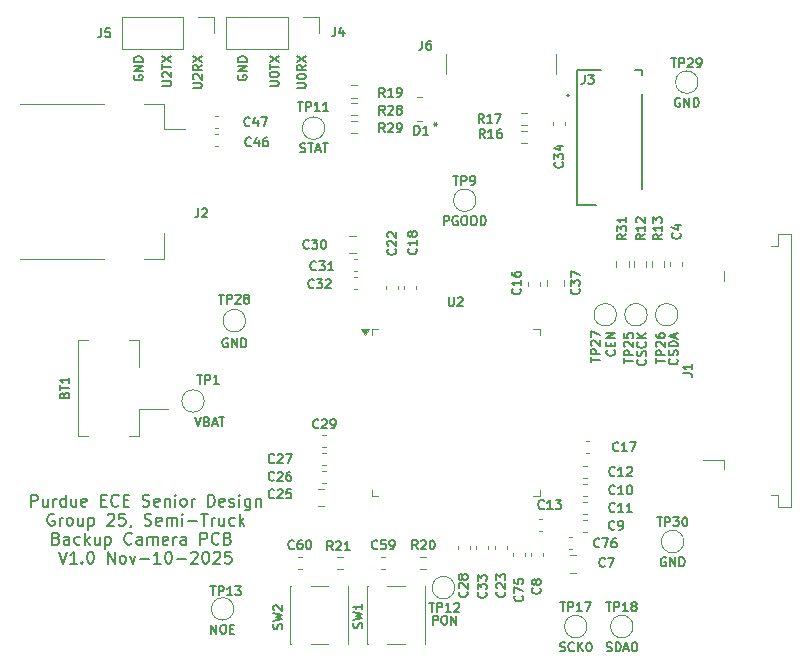
<source format=gto>
%TF.GenerationSoftware,KiCad,Pcbnew,9.0.6*%
%TF.CreationDate,2025-11-10T09:58:36-05:00*%
%TF.ProjectId,CameraPCB,43616d65-7261-4504-9342-2e6b69636164,rev?*%
%TF.SameCoordinates,Original*%
%TF.FileFunction,Legend,Top*%
%TF.FilePolarity,Positive*%
%FSLAX46Y46*%
G04 Gerber Fmt 4.6, Leading zero omitted, Abs format (unit mm)*
G04 Created by KiCad (PCBNEW 9.0.6) date 2025-11-10 09:58:36*
%MOMM*%
%LPD*%
G01*
G04 APERTURE LIST*
%ADD10C,0.127000*%
%ADD11C,0.200000*%
%ADD12C,0.120000*%
%ADD13C,0.100000*%
G04 APERTURE END LIST*
D10*
X127283911Y-70432408D02*
X127900768Y-70432408D01*
X127900768Y-70432408D02*
X127973340Y-70396122D01*
X127973340Y-70396122D02*
X128009626Y-70359837D01*
X128009626Y-70359837D02*
X128045911Y-70287265D01*
X128045911Y-70287265D02*
X128045911Y-70142122D01*
X128045911Y-70142122D02*
X128009626Y-70069551D01*
X128009626Y-70069551D02*
X127973340Y-70033265D01*
X127973340Y-70033265D02*
X127900768Y-69996979D01*
X127900768Y-69996979D02*
X127283911Y-69996979D01*
X127356483Y-69670408D02*
X127320197Y-69634122D01*
X127320197Y-69634122D02*
X127283911Y-69561551D01*
X127283911Y-69561551D02*
X127283911Y-69380122D01*
X127283911Y-69380122D02*
X127320197Y-69307551D01*
X127320197Y-69307551D02*
X127356483Y-69271265D01*
X127356483Y-69271265D02*
X127429054Y-69234979D01*
X127429054Y-69234979D02*
X127501626Y-69234979D01*
X127501626Y-69234979D02*
X127610483Y-69271265D01*
X127610483Y-69271265D02*
X128045911Y-69706693D01*
X128045911Y-69706693D02*
X128045911Y-69234979D01*
X127283911Y-69017265D02*
X127283911Y-68581837D01*
X128045911Y-68799551D02*
X127283911Y-68799551D01*
X127283911Y-68400408D02*
X128045911Y-67892408D01*
X127283911Y-67892408D02*
X128045911Y-68400408D01*
X136383911Y-70432408D02*
X137000768Y-70432408D01*
X137000768Y-70432408D02*
X137073340Y-70396122D01*
X137073340Y-70396122D02*
X137109626Y-70359837D01*
X137109626Y-70359837D02*
X137145911Y-70287265D01*
X137145911Y-70287265D02*
X137145911Y-70142122D01*
X137145911Y-70142122D02*
X137109626Y-70069551D01*
X137109626Y-70069551D02*
X137073340Y-70033265D01*
X137073340Y-70033265D02*
X137000768Y-69996979D01*
X137000768Y-69996979D02*
X136383911Y-69996979D01*
X136383911Y-69488979D02*
X136383911Y-69416408D01*
X136383911Y-69416408D02*
X136420197Y-69343836D01*
X136420197Y-69343836D02*
X136456483Y-69307551D01*
X136456483Y-69307551D02*
X136529054Y-69271265D01*
X136529054Y-69271265D02*
X136674197Y-69234979D01*
X136674197Y-69234979D02*
X136855626Y-69234979D01*
X136855626Y-69234979D02*
X137000768Y-69271265D01*
X137000768Y-69271265D02*
X137073340Y-69307551D01*
X137073340Y-69307551D02*
X137109626Y-69343836D01*
X137109626Y-69343836D02*
X137145911Y-69416408D01*
X137145911Y-69416408D02*
X137145911Y-69488979D01*
X137145911Y-69488979D02*
X137109626Y-69561551D01*
X137109626Y-69561551D02*
X137073340Y-69597836D01*
X137073340Y-69597836D02*
X137000768Y-69634122D01*
X137000768Y-69634122D02*
X136855626Y-69670408D01*
X136855626Y-69670408D02*
X136674197Y-69670408D01*
X136674197Y-69670408D02*
X136529054Y-69634122D01*
X136529054Y-69634122D02*
X136456483Y-69597836D01*
X136456483Y-69597836D02*
X136420197Y-69561551D01*
X136420197Y-69561551D02*
X136383911Y-69488979D01*
X136383911Y-69017265D02*
X136383911Y-68581837D01*
X137145911Y-68799551D02*
X136383911Y-68799551D01*
X136383911Y-68400408D02*
X137145911Y-67892408D01*
X136383911Y-67892408D02*
X137145911Y-68400408D01*
X133720197Y-69525266D02*
X133683911Y-69597838D01*
X133683911Y-69597838D02*
X133683911Y-69706695D01*
X133683911Y-69706695D02*
X133720197Y-69815552D01*
X133720197Y-69815552D02*
X133792768Y-69888123D01*
X133792768Y-69888123D02*
X133865340Y-69924409D01*
X133865340Y-69924409D02*
X134010483Y-69960695D01*
X134010483Y-69960695D02*
X134119340Y-69960695D01*
X134119340Y-69960695D02*
X134264483Y-69924409D01*
X134264483Y-69924409D02*
X134337054Y-69888123D01*
X134337054Y-69888123D02*
X134409626Y-69815552D01*
X134409626Y-69815552D02*
X134445911Y-69706695D01*
X134445911Y-69706695D02*
X134445911Y-69634123D01*
X134445911Y-69634123D02*
X134409626Y-69525266D01*
X134409626Y-69525266D02*
X134373340Y-69488980D01*
X134373340Y-69488980D02*
X134119340Y-69488980D01*
X134119340Y-69488980D02*
X134119340Y-69634123D01*
X134445911Y-69162409D02*
X133683911Y-69162409D01*
X133683911Y-69162409D02*
X134445911Y-68726980D01*
X134445911Y-68726980D02*
X133683911Y-68726980D01*
X134445911Y-68364123D02*
X133683911Y-68364123D01*
X133683911Y-68364123D02*
X133683911Y-68182694D01*
X133683911Y-68182694D02*
X133720197Y-68073837D01*
X133720197Y-68073837D02*
X133792768Y-68001266D01*
X133792768Y-68001266D02*
X133865340Y-67964980D01*
X133865340Y-67964980D02*
X134010483Y-67928694D01*
X134010483Y-67928694D02*
X134119340Y-67928694D01*
X134119340Y-67928694D02*
X134264483Y-67964980D01*
X134264483Y-67964980D02*
X134337054Y-68001266D01*
X134337054Y-68001266D02*
X134409626Y-68073837D01*
X134409626Y-68073837D02*
X134445911Y-68182694D01*
X134445911Y-68182694D02*
X134445911Y-68364123D01*
X124920197Y-69525266D02*
X124883911Y-69597838D01*
X124883911Y-69597838D02*
X124883911Y-69706695D01*
X124883911Y-69706695D02*
X124920197Y-69815552D01*
X124920197Y-69815552D02*
X124992768Y-69888123D01*
X124992768Y-69888123D02*
X125065340Y-69924409D01*
X125065340Y-69924409D02*
X125210483Y-69960695D01*
X125210483Y-69960695D02*
X125319340Y-69960695D01*
X125319340Y-69960695D02*
X125464483Y-69924409D01*
X125464483Y-69924409D02*
X125537054Y-69888123D01*
X125537054Y-69888123D02*
X125609626Y-69815552D01*
X125609626Y-69815552D02*
X125645911Y-69706695D01*
X125645911Y-69706695D02*
X125645911Y-69634123D01*
X125645911Y-69634123D02*
X125609626Y-69525266D01*
X125609626Y-69525266D02*
X125573340Y-69488980D01*
X125573340Y-69488980D02*
X125319340Y-69488980D01*
X125319340Y-69488980D02*
X125319340Y-69634123D01*
X125645911Y-69162409D02*
X124883911Y-69162409D01*
X124883911Y-69162409D02*
X125645911Y-68726980D01*
X125645911Y-68726980D02*
X124883911Y-68726980D01*
X125645911Y-68364123D02*
X124883911Y-68364123D01*
X124883911Y-68364123D02*
X124883911Y-68182694D01*
X124883911Y-68182694D02*
X124920197Y-68073837D01*
X124920197Y-68073837D02*
X124992768Y-68001266D01*
X124992768Y-68001266D02*
X125065340Y-67964980D01*
X125065340Y-67964980D02*
X125210483Y-67928694D01*
X125210483Y-67928694D02*
X125319340Y-67928694D01*
X125319340Y-67928694D02*
X125464483Y-67964980D01*
X125464483Y-67964980D02*
X125537054Y-68001266D01*
X125537054Y-68001266D02*
X125609626Y-68073837D01*
X125609626Y-68073837D02*
X125645911Y-68182694D01*
X125645911Y-68182694D02*
X125645911Y-68364123D01*
D11*
X116161904Y-106037387D02*
X116161904Y-105037387D01*
X116161904Y-105037387D02*
X116542856Y-105037387D01*
X116542856Y-105037387D02*
X116638094Y-105085006D01*
X116638094Y-105085006D02*
X116685713Y-105132625D01*
X116685713Y-105132625D02*
X116733332Y-105227863D01*
X116733332Y-105227863D02*
X116733332Y-105370720D01*
X116733332Y-105370720D02*
X116685713Y-105465958D01*
X116685713Y-105465958D02*
X116638094Y-105513577D01*
X116638094Y-105513577D02*
X116542856Y-105561196D01*
X116542856Y-105561196D02*
X116161904Y-105561196D01*
X117590475Y-105370720D02*
X117590475Y-106037387D01*
X117161904Y-105370720D02*
X117161904Y-105894529D01*
X117161904Y-105894529D02*
X117209523Y-105989768D01*
X117209523Y-105989768D02*
X117304761Y-106037387D01*
X117304761Y-106037387D02*
X117447618Y-106037387D01*
X117447618Y-106037387D02*
X117542856Y-105989768D01*
X117542856Y-105989768D02*
X117590475Y-105942148D01*
X118066666Y-106037387D02*
X118066666Y-105370720D01*
X118066666Y-105561196D02*
X118114285Y-105465958D01*
X118114285Y-105465958D02*
X118161904Y-105418339D01*
X118161904Y-105418339D02*
X118257142Y-105370720D01*
X118257142Y-105370720D02*
X118352380Y-105370720D01*
X119114285Y-106037387D02*
X119114285Y-105037387D01*
X119114285Y-105989768D02*
X119019047Y-106037387D01*
X119019047Y-106037387D02*
X118828571Y-106037387D01*
X118828571Y-106037387D02*
X118733333Y-105989768D01*
X118733333Y-105989768D02*
X118685714Y-105942148D01*
X118685714Y-105942148D02*
X118638095Y-105846910D01*
X118638095Y-105846910D02*
X118638095Y-105561196D01*
X118638095Y-105561196D02*
X118685714Y-105465958D01*
X118685714Y-105465958D02*
X118733333Y-105418339D01*
X118733333Y-105418339D02*
X118828571Y-105370720D01*
X118828571Y-105370720D02*
X119019047Y-105370720D01*
X119019047Y-105370720D02*
X119114285Y-105418339D01*
X120019047Y-105370720D02*
X120019047Y-106037387D01*
X119590476Y-105370720D02*
X119590476Y-105894529D01*
X119590476Y-105894529D02*
X119638095Y-105989768D01*
X119638095Y-105989768D02*
X119733333Y-106037387D01*
X119733333Y-106037387D02*
X119876190Y-106037387D01*
X119876190Y-106037387D02*
X119971428Y-105989768D01*
X119971428Y-105989768D02*
X120019047Y-105942148D01*
X120876190Y-105989768D02*
X120780952Y-106037387D01*
X120780952Y-106037387D02*
X120590476Y-106037387D01*
X120590476Y-106037387D02*
X120495238Y-105989768D01*
X120495238Y-105989768D02*
X120447619Y-105894529D01*
X120447619Y-105894529D02*
X120447619Y-105513577D01*
X120447619Y-105513577D02*
X120495238Y-105418339D01*
X120495238Y-105418339D02*
X120590476Y-105370720D01*
X120590476Y-105370720D02*
X120780952Y-105370720D01*
X120780952Y-105370720D02*
X120876190Y-105418339D01*
X120876190Y-105418339D02*
X120923809Y-105513577D01*
X120923809Y-105513577D02*
X120923809Y-105608815D01*
X120923809Y-105608815D02*
X120447619Y-105704053D01*
X122114286Y-105513577D02*
X122447619Y-105513577D01*
X122590476Y-106037387D02*
X122114286Y-106037387D01*
X122114286Y-106037387D02*
X122114286Y-105037387D01*
X122114286Y-105037387D02*
X122590476Y-105037387D01*
X123590476Y-105942148D02*
X123542857Y-105989768D01*
X123542857Y-105989768D02*
X123400000Y-106037387D01*
X123400000Y-106037387D02*
X123304762Y-106037387D01*
X123304762Y-106037387D02*
X123161905Y-105989768D01*
X123161905Y-105989768D02*
X123066667Y-105894529D01*
X123066667Y-105894529D02*
X123019048Y-105799291D01*
X123019048Y-105799291D02*
X122971429Y-105608815D01*
X122971429Y-105608815D02*
X122971429Y-105465958D01*
X122971429Y-105465958D02*
X123019048Y-105275482D01*
X123019048Y-105275482D02*
X123066667Y-105180244D01*
X123066667Y-105180244D02*
X123161905Y-105085006D01*
X123161905Y-105085006D02*
X123304762Y-105037387D01*
X123304762Y-105037387D02*
X123400000Y-105037387D01*
X123400000Y-105037387D02*
X123542857Y-105085006D01*
X123542857Y-105085006D02*
X123590476Y-105132625D01*
X124019048Y-105513577D02*
X124352381Y-105513577D01*
X124495238Y-106037387D02*
X124019048Y-106037387D01*
X124019048Y-106037387D02*
X124019048Y-105037387D01*
X124019048Y-105037387D02*
X124495238Y-105037387D01*
X125638096Y-105989768D02*
X125780953Y-106037387D01*
X125780953Y-106037387D02*
X126019048Y-106037387D01*
X126019048Y-106037387D02*
X126114286Y-105989768D01*
X126114286Y-105989768D02*
X126161905Y-105942148D01*
X126161905Y-105942148D02*
X126209524Y-105846910D01*
X126209524Y-105846910D02*
X126209524Y-105751672D01*
X126209524Y-105751672D02*
X126161905Y-105656434D01*
X126161905Y-105656434D02*
X126114286Y-105608815D01*
X126114286Y-105608815D02*
X126019048Y-105561196D01*
X126019048Y-105561196D02*
X125828572Y-105513577D01*
X125828572Y-105513577D02*
X125733334Y-105465958D01*
X125733334Y-105465958D02*
X125685715Y-105418339D01*
X125685715Y-105418339D02*
X125638096Y-105323101D01*
X125638096Y-105323101D02*
X125638096Y-105227863D01*
X125638096Y-105227863D02*
X125685715Y-105132625D01*
X125685715Y-105132625D02*
X125733334Y-105085006D01*
X125733334Y-105085006D02*
X125828572Y-105037387D01*
X125828572Y-105037387D02*
X126066667Y-105037387D01*
X126066667Y-105037387D02*
X126209524Y-105085006D01*
X127019048Y-105989768D02*
X126923810Y-106037387D01*
X126923810Y-106037387D02*
X126733334Y-106037387D01*
X126733334Y-106037387D02*
X126638096Y-105989768D01*
X126638096Y-105989768D02*
X126590477Y-105894529D01*
X126590477Y-105894529D02*
X126590477Y-105513577D01*
X126590477Y-105513577D02*
X126638096Y-105418339D01*
X126638096Y-105418339D02*
X126733334Y-105370720D01*
X126733334Y-105370720D02*
X126923810Y-105370720D01*
X126923810Y-105370720D02*
X127019048Y-105418339D01*
X127019048Y-105418339D02*
X127066667Y-105513577D01*
X127066667Y-105513577D02*
X127066667Y-105608815D01*
X127066667Y-105608815D02*
X126590477Y-105704053D01*
X127495239Y-105370720D02*
X127495239Y-106037387D01*
X127495239Y-105465958D02*
X127542858Y-105418339D01*
X127542858Y-105418339D02*
X127638096Y-105370720D01*
X127638096Y-105370720D02*
X127780953Y-105370720D01*
X127780953Y-105370720D02*
X127876191Y-105418339D01*
X127876191Y-105418339D02*
X127923810Y-105513577D01*
X127923810Y-105513577D02*
X127923810Y-106037387D01*
X128400001Y-106037387D02*
X128400001Y-105370720D01*
X128400001Y-105037387D02*
X128352382Y-105085006D01*
X128352382Y-105085006D02*
X128400001Y-105132625D01*
X128400001Y-105132625D02*
X128447620Y-105085006D01*
X128447620Y-105085006D02*
X128400001Y-105037387D01*
X128400001Y-105037387D02*
X128400001Y-105132625D01*
X129019048Y-106037387D02*
X128923810Y-105989768D01*
X128923810Y-105989768D02*
X128876191Y-105942148D01*
X128876191Y-105942148D02*
X128828572Y-105846910D01*
X128828572Y-105846910D02*
X128828572Y-105561196D01*
X128828572Y-105561196D02*
X128876191Y-105465958D01*
X128876191Y-105465958D02*
X128923810Y-105418339D01*
X128923810Y-105418339D02*
X129019048Y-105370720D01*
X129019048Y-105370720D02*
X129161905Y-105370720D01*
X129161905Y-105370720D02*
X129257143Y-105418339D01*
X129257143Y-105418339D02*
X129304762Y-105465958D01*
X129304762Y-105465958D02*
X129352381Y-105561196D01*
X129352381Y-105561196D02*
X129352381Y-105846910D01*
X129352381Y-105846910D02*
X129304762Y-105942148D01*
X129304762Y-105942148D02*
X129257143Y-105989768D01*
X129257143Y-105989768D02*
X129161905Y-106037387D01*
X129161905Y-106037387D02*
X129019048Y-106037387D01*
X129780953Y-106037387D02*
X129780953Y-105370720D01*
X129780953Y-105561196D02*
X129828572Y-105465958D01*
X129828572Y-105465958D02*
X129876191Y-105418339D01*
X129876191Y-105418339D02*
X129971429Y-105370720D01*
X129971429Y-105370720D02*
X130066667Y-105370720D01*
X131161906Y-106037387D02*
X131161906Y-105037387D01*
X131161906Y-105037387D02*
X131400001Y-105037387D01*
X131400001Y-105037387D02*
X131542858Y-105085006D01*
X131542858Y-105085006D02*
X131638096Y-105180244D01*
X131638096Y-105180244D02*
X131685715Y-105275482D01*
X131685715Y-105275482D02*
X131733334Y-105465958D01*
X131733334Y-105465958D02*
X131733334Y-105608815D01*
X131733334Y-105608815D02*
X131685715Y-105799291D01*
X131685715Y-105799291D02*
X131638096Y-105894529D01*
X131638096Y-105894529D02*
X131542858Y-105989768D01*
X131542858Y-105989768D02*
X131400001Y-106037387D01*
X131400001Y-106037387D02*
X131161906Y-106037387D01*
X132542858Y-105989768D02*
X132447620Y-106037387D01*
X132447620Y-106037387D02*
X132257144Y-106037387D01*
X132257144Y-106037387D02*
X132161906Y-105989768D01*
X132161906Y-105989768D02*
X132114287Y-105894529D01*
X132114287Y-105894529D02*
X132114287Y-105513577D01*
X132114287Y-105513577D02*
X132161906Y-105418339D01*
X132161906Y-105418339D02*
X132257144Y-105370720D01*
X132257144Y-105370720D02*
X132447620Y-105370720D01*
X132447620Y-105370720D02*
X132542858Y-105418339D01*
X132542858Y-105418339D02*
X132590477Y-105513577D01*
X132590477Y-105513577D02*
X132590477Y-105608815D01*
X132590477Y-105608815D02*
X132114287Y-105704053D01*
X132971430Y-105989768D02*
X133066668Y-106037387D01*
X133066668Y-106037387D02*
X133257144Y-106037387D01*
X133257144Y-106037387D02*
X133352382Y-105989768D01*
X133352382Y-105989768D02*
X133400001Y-105894529D01*
X133400001Y-105894529D02*
X133400001Y-105846910D01*
X133400001Y-105846910D02*
X133352382Y-105751672D01*
X133352382Y-105751672D02*
X133257144Y-105704053D01*
X133257144Y-105704053D02*
X133114287Y-105704053D01*
X133114287Y-105704053D02*
X133019049Y-105656434D01*
X133019049Y-105656434D02*
X132971430Y-105561196D01*
X132971430Y-105561196D02*
X132971430Y-105513577D01*
X132971430Y-105513577D02*
X133019049Y-105418339D01*
X133019049Y-105418339D02*
X133114287Y-105370720D01*
X133114287Y-105370720D02*
X133257144Y-105370720D01*
X133257144Y-105370720D02*
X133352382Y-105418339D01*
X133828573Y-106037387D02*
X133828573Y-105370720D01*
X133828573Y-105037387D02*
X133780954Y-105085006D01*
X133780954Y-105085006D02*
X133828573Y-105132625D01*
X133828573Y-105132625D02*
X133876192Y-105085006D01*
X133876192Y-105085006D02*
X133828573Y-105037387D01*
X133828573Y-105037387D02*
X133828573Y-105132625D01*
X134733334Y-105370720D02*
X134733334Y-106180244D01*
X134733334Y-106180244D02*
X134685715Y-106275482D01*
X134685715Y-106275482D02*
X134638096Y-106323101D01*
X134638096Y-106323101D02*
X134542858Y-106370720D01*
X134542858Y-106370720D02*
X134400001Y-106370720D01*
X134400001Y-106370720D02*
X134304763Y-106323101D01*
X134733334Y-105989768D02*
X134638096Y-106037387D01*
X134638096Y-106037387D02*
X134447620Y-106037387D01*
X134447620Y-106037387D02*
X134352382Y-105989768D01*
X134352382Y-105989768D02*
X134304763Y-105942148D01*
X134304763Y-105942148D02*
X134257144Y-105846910D01*
X134257144Y-105846910D02*
X134257144Y-105561196D01*
X134257144Y-105561196D02*
X134304763Y-105465958D01*
X134304763Y-105465958D02*
X134352382Y-105418339D01*
X134352382Y-105418339D02*
X134447620Y-105370720D01*
X134447620Y-105370720D02*
X134638096Y-105370720D01*
X134638096Y-105370720D02*
X134733334Y-105418339D01*
X135209525Y-105370720D02*
X135209525Y-106037387D01*
X135209525Y-105465958D02*
X135257144Y-105418339D01*
X135257144Y-105418339D02*
X135352382Y-105370720D01*
X135352382Y-105370720D02*
X135495239Y-105370720D01*
X135495239Y-105370720D02*
X135590477Y-105418339D01*
X135590477Y-105418339D02*
X135638096Y-105513577D01*
X135638096Y-105513577D02*
X135638096Y-106037387D01*
X118138094Y-106694950D02*
X118042856Y-106647331D01*
X118042856Y-106647331D02*
X117899999Y-106647331D01*
X117899999Y-106647331D02*
X117757142Y-106694950D01*
X117757142Y-106694950D02*
X117661904Y-106790188D01*
X117661904Y-106790188D02*
X117614285Y-106885426D01*
X117614285Y-106885426D02*
X117566666Y-107075902D01*
X117566666Y-107075902D02*
X117566666Y-107218759D01*
X117566666Y-107218759D02*
X117614285Y-107409235D01*
X117614285Y-107409235D02*
X117661904Y-107504473D01*
X117661904Y-107504473D02*
X117757142Y-107599712D01*
X117757142Y-107599712D02*
X117899999Y-107647331D01*
X117899999Y-107647331D02*
X117995237Y-107647331D01*
X117995237Y-107647331D02*
X118138094Y-107599712D01*
X118138094Y-107599712D02*
X118185713Y-107552092D01*
X118185713Y-107552092D02*
X118185713Y-107218759D01*
X118185713Y-107218759D02*
X117995237Y-107218759D01*
X118614285Y-107647331D02*
X118614285Y-106980664D01*
X118614285Y-107171140D02*
X118661904Y-107075902D01*
X118661904Y-107075902D02*
X118709523Y-107028283D01*
X118709523Y-107028283D02*
X118804761Y-106980664D01*
X118804761Y-106980664D02*
X118899999Y-106980664D01*
X119376190Y-107647331D02*
X119280952Y-107599712D01*
X119280952Y-107599712D02*
X119233333Y-107552092D01*
X119233333Y-107552092D02*
X119185714Y-107456854D01*
X119185714Y-107456854D02*
X119185714Y-107171140D01*
X119185714Y-107171140D02*
X119233333Y-107075902D01*
X119233333Y-107075902D02*
X119280952Y-107028283D01*
X119280952Y-107028283D02*
X119376190Y-106980664D01*
X119376190Y-106980664D02*
X119519047Y-106980664D01*
X119519047Y-106980664D02*
X119614285Y-107028283D01*
X119614285Y-107028283D02*
X119661904Y-107075902D01*
X119661904Y-107075902D02*
X119709523Y-107171140D01*
X119709523Y-107171140D02*
X119709523Y-107456854D01*
X119709523Y-107456854D02*
X119661904Y-107552092D01*
X119661904Y-107552092D02*
X119614285Y-107599712D01*
X119614285Y-107599712D02*
X119519047Y-107647331D01*
X119519047Y-107647331D02*
X119376190Y-107647331D01*
X120566666Y-106980664D02*
X120566666Y-107647331D01*
X120138095Y-106980664D02*
X120138095Y-107504473D01*
X120138095Y-107504473D02*
X120185714Y-107599712D01*
X120185714Y-107599712D02*
X120280952Y-107647331D01*
X120280952Y-107647331D02*
X120423809Y-107647331D01*
X120423809Y-107647331D02*
X120519047Y-107599712D01*
X120519047Y-107599712D02*
X120566666Y-107552092D01*
X121042857Y-106980664D02*
X121042857Y-107980664D01*
X121042857Y-107028283D02*
X121138095Y-106980664D01*
X121138095Y-106980664D02*
X121328571Y-106980664D01*
X121328571Y-106980664D02*
X121423809Y-107028283D01*
X121423809Y-107028283D02*
X121471428Y-107075902D01*
X121471428Y-107075902D02*
X121519047Y-107171140D01*
X121519047Y-107171140D02*
X121519047Y-107456854D01*
X121519047Y-107456854D02*
X121471428Y-107552092D01*
X121471428Y-107552092D02*
X121423809Y-107599712D01*
X121423809Y-107599712D02*
X121328571Y-107647331D01*
X121328571Y-107647331D02*
X121138095Y-107647331D01*
X121138095Y-107647331D02*
X121042857Y-107599712D01*
X122661905Y-106742569D02*
X122709524Y-106694950D01*
X122709524Y-106694950D02*
X122804762Y-106647331D01*
X122804762Y-106647331D02*
X123042857Y-106647331D01*
X123042857Y-106647331D02*
X123138095Y-106694950D01*
X123138095Y-106694950D02*
X123185714Y-106742569D01*
X123185714Y-106742569D02*
X123233333Y-106837807D01*
X123233333Y-106837807D02*
X123233333Y-106933045D01*
X123233333Y-106933045D02*
X123185714Y-107075902D01*
X123185714Y-107075902D02*
X122614286Y-107647331D01*
X122614286Y-107647331D02*
X123233333Y-107647331D01*
X124138095Y-106647331D02*
X123661905Y-106647331D01*
X123661905Y-106647331D02*
X123614286Y-107123521D01*
X123614286Y-107123521D02*
X123661905Y-107075902D01*
X123661905Y-107075902D02*
X123757143Y-107028283D01*
X123757143Y-107028283D02*
X123995238Y-107028283D01*
X123995238Y-107028283D02*
X124090476Y-107075902D01*
X124090476Y-107075902D02*
X124138095Y-107123521D01*
X124138095Y-107123521D02*
X124185714Y-107218759D01*
X124185714Y-107218759D02*
X124185714Y-107456854D01*
X124185714Y-107456854D02*
X124138095Y-107552092D01*
X124138095Y-107552092D02*
X124090476Y-107599712D01*
X124090476Y-107599712D02*
X123995238Y-107647331D01*
X123995238Y-107647331D02*
X123757143Y-107647331D01*
X123757143Y-107647331D02*
X123661905Y-107599712D01*
X123661905Y-107599712D02*
X123614286Y-107552092D01*
X124661905Y-107599712D02*
X124661905Y-107647331D01*
X124661905Y-107647331D02*
X124614286Y-107742569D01*
X124614286Y-107742569D02*
X124566667Y-107790188D01*
X125804762Y-107599712D02*
X125947619Y-107647331D01*
X125947619Y-107647331D02*
X126185714Y-107647331D01*
X126185714Y-107647331D02*
X126280952Y-107599712D01*
X126280952Y-107599712D02*
X126328571Y-107552092D01*
X126328571Y-107552092D02*
X126376190Y-107456854D01*
X126376190Y-107456854D02*
X126376190Y-107361616D01*
X126376190Y-107361616D02*
X126328571Y-107266378D01*
X126328571Y-107266378D02*
X126280952Y-107218759D01*
X126280952Y-107218759D02*
X126185714Y-107171140D01*
X126185714Y-107171140D02*
X125995238Y-107123521D01*
X125995238Y-107123521D02*
X125900000Y-107075902D01*
X125900000Y-107075902D02*
X125852381Y-107028283D01*
X125852381Y-107028283D02*
X125804762Y-106933045D01*
X125804762Y-106933045D02*
X125804762Y-106837807D01*
X125804762Y-106837807D02*
X125852381Y-106742569D01*
X125852381Y-106742569D02*
X125900000Y-106694950D01*
X125900000Y-106694950D02*
X125995238Y-106647331D01*
X125995238Y-106647331D02*
X126233333Y-106647331D01*
X126233333Y-106647331D02*
X126376190Y-106694950D01*
X127185714Y-107599712D02*
X127090476Y-107647331D01*
X127090476Y-107647331D02*
X126900000Y-107647331D01*
X126900000Y-107647331D02*
X126804762Y-107599712D01*
X126804762Y-107599712D02*
X126757143Y-107504473D01*
X126757143Y-107504473D02*
X126757143Y-107123521D01*
X126757143Y-107123521D02*
X126804762Y-107028283D01*
X126804762Y-107028283D02*
X126900000Y-106980664D01*
X126900000Y-106980664D02*
X127090476Y-106980664D01*
X127090476Y-106980664D02*
X127185714Y-107028283D01*
X127185714Y-107028283D02*
X127233333Y-107123521D01*
X127233333Y-107123521D02*
X127233333Y-107218759D01*
X127233333Y-107218759D02*
X126757143Y-107313997D01*
X127661905Y-107647331D02*
X127661905Y-106980664D01*
X127661905Y-107075902D02*
X127709524Y-107028283D01*
X127709524Y-107028283D02*
X127804762Y-106980664D01*
X127804762Y-106980664D02*
X127947619Y-106980664D01*
X127947619Y-106980664D02*
X128042857Y-107028283D01*
X128042857Y-107028283D02*
X128090476Y-107123521D01*
X128090476Y-107123521D02*
X128090476Y-107647331D01*
X128090476Y-107123521D02*
X128138095Y-107028283D01*
X128138095Y-107028283D02*
X128233333Y-106980664D01*
X128233333Y-106980664D02*
X128376190Y-106980664D01*
X128376190Y-106980664D02*
X128471429Y-107028283D01*
X128471429Y-107028283D02*
X128519048Y-107123521D01*
X128519048Y-107123521D02*
X128519048Y-107647331D01*
X128995238Y-107647331D02*
X128995238Y-106980664D01*
X128995238Y-106647331D02*
X128947619Y-106694950D01*
X128947619Y-106694950D02*
X128995238Y-106742569D01*
X128995238Y-106742569D02*
X129042857Y-106694950D01*
X129042857Y-106694950D02*
X128995238Y-106647331D01*
X128995238Y-106647331D02*
X128995238Y-106742569D01*
X129471428Y-107266378D02*
X130233333Y-107266378D01*
X130566666Y-106647331D02*
X131138094Y-106647331D01*
X130852380Y-107647331D02*
X130852380Y-106647331D01*
X131471428Y-107647331D02*
X131471428Y-106980664D01*
X131471428Y-107171140D02*
X131519047Y-107075902D01*
X131519047Y-107075902D02*
X131566666Y-107028283D01*
X131566666Y-107028283D02*
X131661904Y-106980664D01*
X131661904Y-106980664D02*
X131757142Y-106980664D01*
X132519047Y-106980664D02*
X132519047Y-107647331D01*
X132090476Y-106980664D02*
X132090476Y-107504473D01*
X132090476Y-107504473D02*
X132138095Y-107599712D01*
X132138095Y-107599712D02*
X132233333Y-107647331D01*
X132233333Y-107647331D02*
X132376190Y-107647331D01*
X132376190Y-107647331D02*
X132471428Y-107599712D01*
X132471428Y-107599712D02*
X132519047Y-107552092D01*
X133423809Y-107599712D02*
X133328571Y-107647331D01*
X133328571Y-107647331D02*
X133138095Y-107647331D01*
X133138095Y-107647331D02*
X133042857Y-107599712D01*
X133042857Y-107599712D02*
X132995238Y-107552092D01*
X132995238Y-107552092D02*
X132947619Y-107456854D01*
X132947619Y-107456854D02*
X132947619Y-107171140D01*
X132947619Y-107171140D02*
X132995238Y-107075902D01*
X132995238Y-107075902D02*
X133042857Y-107028283D01*
X133042857Y-107028283D02*
X133138095Y-106980664D01*
X133138095Y-106980664D02*
X133328571Y-106980664D01*
X133328571Y-106980664D02*
X133423809Y-107028283D01*
X133852381Y-107647331D02*
X133852381Y-106647331D01*
X133947619Y-107266378D02*
X134233333Y-107647331D01*
X134233333Y-106980664D02*
X133852381Y-107361616D01*
X118328570Y-108733465D02*
X118471427Y-108781084D01*
X118471427Y-108781084D02*
X118519046Y-108828703D01*
X118519046Y-108828703D02*
X118566665Y-108923941D01*
X118566665Y-108923941D02*
X118566665Y-109066798D01*
X118566665Y-109066798D02*
X118519046Y-109162036D01*
X118519046Y-109162036D02*
X118471427Y-109209656D01*
X118471427Y-109209656D02*
X118376189Y-109257275D01*
X118376189Y-109257275D02*
X117995237Y-109257275D01*
X117995237Y-109257275D02*
X117995237Y-108257275D01*
X117995237Y-108257275D02*
X118328570Y-108257275D01*
X118328570Y-108257275D02*
X118423808Y-108304894D01*
X118423808Y-108304894D02*
X118471427Y-108352513D01*
X118471427Y-108352513D02*
X118519046Y-108447751D01*
X118519046Y-108447751D02*
X118519046Y-108542989D01*
X118519046Y-108542989D02*
X118471427Y-108638227D01*
X118471427Y-108638227D02*
X118423808Y-108685846D01*
X118423808Y-108685846D02*
X118328570Y-108733465D01*
X118328570Y-108733465D02*
X117995237Y-108733465D01*
X119423808Y-109257275D02*
X119423808Y-108733465D01*
X119423808Y-108733465D02*
X119376189Y-108638227D01*
X119376189Y-108638227D02*
X119280951Y-108590608D01*
X119280951Y-108590608D02*
X119090475Y-108590608D01*
X119090475Y-108590608D02*
X118995237Y-108638227D01*
X119423808Y-109209656D02*
X119328570Y-109257275D01*
X119328570Y-109257275D02*
X119090475Y-109257275D01*
X119090475Y-109257275D02*
X118995237Y-109209656D01*
X118995237Y-109209656D02*
X118947618Y-109114417D01*
X118947618Y-109114417D02*
X118947618Y-109019179D01*
X118947618Y-109019179D02*
X118995237Y-108923941D01*
X118995237Y-108923941D02*
X119090475Y-108876322D01*
X119090475Y-108876322D02*
X119328570Y-108876322D01*
X119328570Y-108876322D02*
X119423808Y-108828703D01*
X120328570Y-109209656D02*
X120233332Y-109257275D01*
X120233332Y-109257275D02*
X120042856Y-109257275D01*
X120042856Y-109257275D02*
X119947618Y-109209656D01*
X119947618Y-109209656D02*
X119899999Y-109162036D01*
X119899999Y-109162036D02*
X119852380Y-109066798D01*
X119852380Y-109066798D02*
X119852380Y-108781084D01*
X119852380Y-108781084D02*
X119899999Y-108685846D01*
X119899999Y-108685846D02*
X119947618Y-108638227D01*
X119947618Y-108638227D02*
X120042856Y-108590608D01*
X120042856Y-108590608D02*
X120233332Y-108590608D01*
X120233332Y-108590608D02*
X120328570Y-108638227D01*
X120757142Y-109257275D02*
X120757142Y-108257275D01*
X120852380Y-108876322D02*
X121138094Y-109257275D01*
X121138094Y-108590608D02*
X120757142Y-108971560D01*
X121995237Y-108590608D02*
X121995237Y-109257275D01*
X121566666Y-108590608D02*
X121566666Y-109114417D01*
X121566666Y-109114417D02*
X121614285Y-109209656D01*
X121614285Y-109209656D02*
X121709523Y-109257275D01*
X121709523Y-109257275D02*
X121852380Y-109257275D01*
X121852380Y-109257275D02*
X121947618Y-109209656D01*
X121947618Y-109209656D02*
X121995237Y-109162036D01*
X122471428Y-108590608D02*
X122471428Y-109590608D01*
X122471428Y-108638227D02*
X122566666Y-108590608D01*
X122566666Y-108590608D02*
X122757142Y-108590608D01*
X122757142Y-108590608D02*
X122852380Y-108638227D01*
X122852380Y-108638227D02*
X122899999Y-108685846D01*
X122899999Y-108685846D02*
X122947618Y-108781084D01*
X122947618Y-108781084D02*
X122947618Y-109066798D01*
X122947618Y-109066798D02*
X122899999Y-109162036D01*
X122899999Y-109162036D02*
X122852380Y-109209656D01*
X122852380Y-109209656D02*
X122757142Y-109257275D01*
X122757142Y-109257275D02*
X122566666Y-109257275D01*
X122566666Y-109257275D02*
X122471428Y-109209656D01*
X124709523Y-109162036D02*
X124661904Y-109209656D01*
X124661904Y-109209656D02*
X124519047Y-109257275D01*
X124519047Y-109257275D02*
X124423809Y-109257275D01*
X124423809Y-109257275D02*
X124280952Y-109209656D01*
X124280952Y-109209656D02*
X124185714Y-109114417D01*
X124185714Y-109114417D02*
X124138095Y-109019179D01*
X124138095Y-109019179D02*
X124090476Y-108828703D01*
X124090476Y-108828703D02*
X124090476Y-108685846D01*
X124090476Y-108685846D02*
X124138095Y-108495370D01*
X124138095Y-108495370D02*
X124185714Y-108400132D01*
X124185714Y-108400132D02*
X124280952Y-108304894D01*
X124280952Y-108304894D02*
X124423809Y-108257275D01*
X124423809Y-108257275D02*
X124519047Y-108257275D01*
X124519047Y-108257275D02*
X124661904Y-108304894D01*
X124661904Y-108304894D02*
X124709523Y-108352513D01*
X125566666Y-109257275D02*
X125566666Y-108733465D01*
X125566666Y-108733465D02*
X125519047Y-108638227D01*
X125519047Y-108638227D02*
X125423809Y-108590608D01*
X125423809Y-108590608D02*
X125233333Y-108590608D01*
X125233333Y-108590608D02*
X125138095Y-108638227D01*
X125566666Y-109209656D02*
X125471428Y-109257275D01*
X125471428Y-109257275D02*
X125233333Y-109257275D01*
X125233333Y-109257275D02*
X125138095Y-109209656D01*
X125138095Y-109209656D02*
X125090476Y-109114417D01*
X125090476Y-109114417D02*
X125090476Y-109019179D01*
X125090476Y-109019179D02*
X125138095Y-108923941D01*
X125138095Y-108923941D02*
X125233333Y-108876322D01*
X125233333Y-108876322D02*
X125471428Y-108876322D01*
X125471428Y-108876322D02*
X125566666Y-108828703D01*
X126042857Y-109257275D02*
X126042857Y-108590608D01*
X126042857Y-108685846D02*
X126090476Y-108638227D01*
X126090476Y-108638227D02*
X126185714Y-108590608D01*
X126185714Y-108590608D02*
X126328571Y-108590608D01*
X126328571Y-108590608D02*
X126423809Y-108638227D01*
X126423809Y-108638227D02*
X126471428Y-108733465D01*
X126471428Y-108733465D02*
X126471428Y-109257275D01*
X126471428Y-108733465D02*
X126519047Y-108638227D01*
X126519047Y-108638227D02*
X126614285Y-108590608D01*
X126614285Y-108590608D02*
X126757142Y-108590608D01*
X126757142Y-108590608D02*
X126852381Y-108638227D01*
X126852381Y-108638227D02*
X126900000Y-108733465D01*
X126900000Y-108733465D02*
X126900000Y-109257275D01*
X127757142Y-109209656D02*
X127661904Y-109257275D01*
X127661904Y-109257275D02*
X127471428Y-109257275D01*
X127471428Y-109257275D02*
X127376190Y-109209656D01*
X127376190Y-109209656D02*
X127328571Y-109114417D01*
X127328571Y-109114417D02*
X127328571Y-108733465D01*
X127328571Y-108733465D02*
X127376190Y-108638227D01*
X127376190Y-108638227D02*
X127471428Y-108590608D01*
X127471428Y-108590608D02*
X127661904Y-108590608D01*
X127661904Y-108590608D02*
X127757142Y-108638227D01*
X127757142Y-108638227D02*
X127804761Y-108733465D01*
X127804761Y-108733465D02*
X127804761Y-108828703D01*
X127804761Y-108828703D02*
X127328571Y-108923941D01*
X128233333Y-109257275D02*
X128233333Y-108590608D01*
X128233333Y-108781084D02*
X128280952Y-108685846D01*
X128280952Y-108685846D02*
X128328571Y-108638227D01*
X128328571Y-108638227D02*
X128423809Y-108590608D01*
X128423809Y-108590608D02*
X128519047Y-108590608D01*
X129280952Y-109257275D02*
X129280952Y-108733465D01*
X129280952Y-108733465D02*
X129233333Y-108638227D01*
X129233333Y-108638227D02*
X129138095Y-108590608D01*
X129138095Y-108590608D02*
X128947619Y-108590608D01*
X128947619Y-108590608D02*
X128852381Y-108638227D01*
X129280952Y-109209656D02*
X129185714Y-109257275D01*
X129185714Y-109257275D02*
X128947619Y-109257275D01*
X128947619Y-109257275D02*
X128852381Y-109209656D01*
X128852381Y-109209656D02*
X128804762Y-109114417D01*
X128804762Y-109114417D02*
X128804762Y-109019179D01*
X128804762Y-109019179D02*
X128852381Y-108923941D01*
X128852381Y-108923941D02*
X128947619Y-108876322D01*
X128947619Y-108876322D02*
X129185714Y-108876322D01*
X129185714Y-108876322D02*
X129280952Y-108828703D01*
X130519048Y-109257275D02*
X130519048Y-108257275D01*
X130519048Y-108257275D02*
X130900000Y-108257275D01*
X130900000Y-108257275D02*
X130995238Y-108304894D01*
X130995238Y-108304894D02*
X131042857Y-108352513D01*
X131042857Y-108352513D02*
X131090476Y-108447751D01*
X131090476Y-108447751D02*
X131090476Y-108590608D01*
X131090476Y-108590608D02*
X131042857Y-108685846D01*
X131042857Y-108685846D02*
X130995238Y-108733465D01*
X130995238Y-108733465D02*
X130900000Y-108781084D01*
X130900000Y-108781084D02*
X130519048Y-108781084D01*
X132090476Y-109162036D02*
X132042857Y-109209656D01*
X132042857Y-109209656D02*
X131900000Y-109257275D01*
X131900000Y-109257275D02*
X131804762Y-109257275D01*
X131804762Y-109257275D02*
X131661905Y-109209656D01*
X131661905Y-109209656D02*
X131566667Y-109114417D01*
X131566667Y-109114417D02*
X131519048Y-109019179D01*
X131519048Y-109019179D02*
X131471429Y-108828703D01*
X131471429Y-108828703D02*
X131471429Y-108685846D01*
X131471429Y-108685846D02*
X131519048Y-108495370D01*
X131519048Y-108495370D02*
X131566667Y-108400132D01*
X131566667Y-108400132D02*
X131661905Y-108304894D01*
X131661905Y-108304894D02*
X131804762Y-108257275D01*
X131804762Y-108257275D02*
X131900000Y-108257275D01*
X131900000Y-108257275D02*
X132042857Y-108304894D01*
X132042857Y-108304894D02*
X132090476Y-108352513D01*
X132852381Y-108733465D02*
X132995238Y-108781084D01*
X132995238Y-108781084D02*
X133042857Y-108828703D01*
X133042857Y-108828703D02*
X133090476Y-108923941D01*
X133090476Y-108923941D02*
X133090476Y-109066798D01*
X133090476Y-109066798D02*
X133042857Y-109162036D01*
X133042857Y-109162036D02*
X132995238Y-109209656D01*
X132995238Y-109209656D02*
X132900000Y-109257275D01*
X132900000Y-109257275D02*
X132519048Y-109257275D01*
X132519048Y-109257275D02*
X132519048Y-108257275D01*
X132519048Y-108257275D02*
X132852381Y-108257275D01*
X132852381Y-108257275D02*
X132947619Y-108304894D01*
X132947619Y-108304894D02*
X132995238Y-108352513D01*
X132995238Y-108352513D02*
X133042857Y-108447751D01*
X133042857Y-108447751D02*
X133042857Y-108542989D01*
X133042857Y-108542989D02*
X132995238Y-108638227D01*
X132995238Y-108638227D02*
X132947619Y-108685846D01*
X132947619Y-108685846D02*
X132852381Y-108733465D01*
X132852381Y-108733465D02*
X132519048Y-108733465D01*
X118542857Y-109867219D02*
X118876190Y-110867219D01*
X118876190Y-110867219D02*
X119209523Y-109867219D01*
X120066666Y-110867219D02*
X119495238Y-110867219D01*
X119780952Y-110867219D02*
X119780952Y-109867219D01*
X119780952Y-109867219D02*
X119685714Y-110010076D01*
X119685714Y-110010076D02*
X119590476Y-110105314D01*
X119590476Y-110105314D02*
X119495238Y-110152933D01*
X120495238Y-110771980D02*
X120542857Y-110819600D01*
X120542857Y-110819600D02*
X120495238Y-110867219D01*
X120495238Y-110867219D02*
X120447619Y-110819600D01*
X120447619Y-110819600D02*
X120495238Y-110771980D01*
X120495238Y-110771980D02*
X120495238Y-110867219D01*
X121161904Y-109867219D02*
X121257142Y-109867219D01*
X121257142Y-109867219D02*
X121352380Y-109914838D01*
X121352380Y-109914838D02*
X121399999Y-109962457D01*
X121399999Y-109962457D02*
X121447618Y-110057695D01*
X121447618Y-110057695D02*
X121495237Y-110248171D01*
X121495237Y-110248171D02*
X121495237Y-110486266D01*
X121495237Y-110486266D02*
X121447618Y-110676742D01*
X121447618Y-110676742D02*
X121399999Y-110771980D01*
X121399999Y-110771980D02*
X121352380Y-110819600D01*
X121352380Y-110819600D02*
X121257142Y-110867219D01*
X121257142Y-110867219D02*
X121161904Y-110867219D01*
X121161904Y-110867219D02*
X121066666Y-110819600D01*
X121066666Y-110819600D02*
X121019047Y-110771980D01*
X121019047Y-110771980D02*
X120971428Y-110676742D01*
X120971428Y-110676742D02*
X120923809Y-110486266D01*
X120923809Y-110486266D02*
X120923809Y-110248171D01*
X120923809Y-110248171D02*
X120971428Y-110057695D01*
X120971428Y-110057695D02*
X121019047Y-109962457D01*
X121019047Y-109962457D02*
X121066666Y-109914838D01*
X121066666Y-109914838D02*
X121161904Y-109867219D01*
X122685714Y-110867219D02*
X122685714Y-109867219D01*
X122685714Y-109867219D02*
X123257142Y-110867219D01*
X123257142Y-110867219D02*
X123257142Y-109867219D01*
X123876190Y-110867219D02*
X123780952Y-110819600D01*
X123780952Y-110819600D02*
X123733333Y-110771980D01*
X123733333Y-110771980D02*
X123685714Y-110676742D01*
X123685714Y-110676742D02*
X123685714Y-110391028D01*
X123685714Y-110391028D02*
X123733333Y-110295790D01*
X123733333Y-110295790D02*
X123780952Y-110248171D01*
X123780952Y-110248171D02*
X123876190Y-110200552D01*
X123876190Y-110200552D02*
X124019047Y-110200552D01*
X124019047Y-110200552D02*
X124114285Y-110248171D01*
X124114285Y-110248171D02*
X124161904Y-110295790D01*
X124161904Y-110295790D02*
X124209523Y-110391028D01*
X124209523Y-110391028D02*
X124209523Y-110676742D01*
X124209523Y-110676742D02*
X124161904Y-110771980D01*
X124161904Y-110771980D02*
X124114285Y-110819600D01*
X124114285Y-110819600D02*
X124019047Y-110867219D01*
X124019047Y-110867219D02*
X123876190Y-110867219D01*
X124542857Y-110200552D02*
X124780952Y-110867219D01*
X124780952Y-110867219D02*
X125019047Y-110200552D01*
X125400000Y-110486266D02*
X126161905Y-110486266D01*
X127161904Y-110867219D02*
X126590476Y-110867219D01*
X126876190Y-110867219D02*
X126876190Y-109867219D01*
X126876190Y-109867219D02*
X126780952Y-110010076D01*
X126780952Y-110010076D02*
X126685714Y-110105314D01*
X126685714Y-110105314D02*
X126590476Y-110152933D01*
X127780952Y-109867219D02*
X127876190Y-109867219D01*
X127876190Y-109867219D02*
X127971428Y-109914838D01*
X127971428Y-109914838D02*
X128019047Y-109962457D01*
X128019047Y-109962457D02*
X128066666Y-110057695D01*
X128066666Y-110057695D02*
X128114285Y-110248171D01*
X128114285Y-110248171D02*
X128114285Y-110486266D01*
X128114285Y-110486266D02*
X128066666Y-110676742D01*
X128066666Y-110676742D02*
X128019047Y-110771980D01*
X128019047Y-110771980D02*
X127971428Y-110819600D01*
X127971428Y-110819600D02*
X127876190Y-110867219D01*
X127876190Y-110867219D02*
X127780952Y-110867219D01*
X127780952Y-110867219D02*
X127685714Y-110819600D01*
X127685714Y-110819600D02*
X127638095Y-110771980D01*
X127638095Y-110771980D02*
X127590476Y-110676742D01*
X127590476Y-110676742D02*
X127542857Y-110486266D01*
X127542857Y-110486266D02*
X127542857Y-110248171D01*
X127542857Y-110248171D02*
X127590476Y-110057695D01*
X127590476Y-110057695D02*
X127638095Y-109962457D01*
X127638095Y-109962457D02*
X127685714Y-109914838D01*
X127685714Y-109914838D02*
X127780952Y-109867219D01*
X128542857Y-110486266D02*
X129304762Y-110486266D01*
X129733333Y-109962457D02*
X129780952Y-109914838D01*
X129780952Y-109914838D02*
X129876190Y-109867219D01*
X129876190Y-109867219D02*
X130114285Y-109867219D01*
X130114285Y-109867219D02*
X130209523Y-109914838D01*
X130209523Y-109914838D02*
X130257142Y-109962457D01*
X130257142Y-109962457D02*
X130304761Y-110057695D01*
X130304761Y-110057695D02*
X130304761Y-110152933D01*
X130304761Y-110152933D02*
X130257142Y-110295790D01*
X130257142Y-110295790D02*
X129685714Y-110867219D01*
X129685714Y-110867219D02*
X130304761Y-110867219D01*
X130923809Y-109867219D02*
X131019047Y-109867219D01*
X131019047Y-109867219D02*
X131114285Y-109914838D01*
X131114285Y-109914838D02*
X131161904Y-109962457D01*
X131161904Y-109962457D02*
X131209523Y-110057695D01*
X131209523Y-110057695D02*
X131257142Y-110248171D01*
X131257142Y-110248171D02*
X131257142Y-110486266D01*
X131257142Y-110486266D02*
X131209523Y-110676742D01*
X131209523Y-110676742D02*
X131161904Y-110771980D01*
X131161904Y-110771980D02*
X131114285Y-110819600D01*
X131114285Y-110819600D02*
X131019047Y-110867219D01*
X131019047Y-110867219D02*
X130923809Y-110867219D01*
X130923809Y-110867219D02*
X130828571Y-110819600D01*
X130828571Y-110819600D02*
X130780952Y-110771980D01*
X130780952Y-110771980D02*
X130733333Y-110676742D01*
X130733333Y-110676742D02*
X130685714Y-110486266D01*
X130685714Y-110486266D02*
X130685714Y-110248171D01*
X130685714Y-110248171D02*
X130733333Y-110057695D01*
X130733333Y-110057695D02*
X130780952Y-109962457D01*
X130780952Y-109962457D02*
X130828571Y-109914838D01*
X130828571Y-109914838D02*
X130923809Y-109867219D01*
X131638095Y-109962457D02*
X131685714Y-109914838D01*
X131685714Y-109914838D02*
X131780952Y-109867219D01*
X131780952Y-109867219D02*
X132019047Y-109867219D01*
X132019047Y-109867219D02*
X132114285Y-109914838D01*
X132114285Y-109914838D02*
X132161904Y-109962457D01*
X132161904Y-109962457D02*
X132209523Y-110057695D01*
X132209523Y-110057695D02*
X132209523Y-110152933D01*
X132209523Y-110152933D02*
X132161904Y-110295790D01*
X132161904Y-110295790D02*
X131590476Y-110867219D01*
X131590476Y-110867219D02*
X132209523Y-110867219D01*
X133114285Y-109867219D02*
X132638095Y-109867219D01*
X132638095Y-109867219D02*
X132590476Y-110343409D01*
X132590476Y-110343409D02*
X132638095Y-110295790D01*
X132638095Y-110295790D02*
X132733333Y-110248171D01*
X132733333Y-110248171D02*
X132971428Y-110248171D01*
X132971428Y-110248171D02*
X133066666Y-110295790D01*
X133066666Y-110295790D02*
X133114285Y-110343409D01*
X133114285Y-110343409D02*
X133161904Y-110438647D01*
X133161904Y-110438647D02*
X133161904Y-110676742D01*
X133161904Y-110676742D02*
X133114285Y-110771980D01*
X133114285Y-110771980D02*
X133066666Y-110819600D01*
X133066666Y-110819600D02*
X132971428Y-110867219D01*
X132971428Y-110867219D02*
X132733333Y-110867219D01*
X132733333Y-110867219D02*
X132638095Y-110819600D01*
X132638095Y-110819600D02*
X132590476Y-110771980D01*
D10*
X138683911Y-70613837D02*
X139300768Y-70613837D01*
X139300768Y-70613837D02*
X139373340Y-70577551D01*
X139373340Y-70577551D02*
X139409626Y-70541266D01*
X139409626Y-70541266D02*
X139445911Y-70468694D01*
X139445911Y-70468694D02*
X139445911Y-70323551D01*
X139445911Y-70323551D02*
X139409626Y-70250980D01*
X139409626Y-70250980D02*
X139373340Y-70214694D01*
X139373340Y-70214694D02*
X139300768Y-70178408D01*
X139300768Y-70178408D02*
X138683911Y-70178408D01*
X138683911Y-69670408D02*
X138683911Y-69597837D01*
X138683911Y-69597837D02*
X138720197Y-69525265D01*
X138720197Y-69525265D02*
X138756483Y-69488980D01*
X138756483Y-69488980D02*
X138829054Y-69452694D01*
X138829054Y-69452694D02*
X138974197Y-69416408D01*
X138974197Y-69416408D02*
X139155626Y-69416408D01*
X139155626Y-69416408D02*
X139300768Y-69452694D01*
X139300768Y-69452694D02*
X139373340Y-69488980D01*
X139373340Y-69488980D02*
X139409626Y-69525265D01*
X139409626Y-69525265D02*
X139445911Y-69597837D01*
X139445911Y-69597837D02*
X139445911Y-69670408D01*
X139445911Y-69670408D02*
X139409626Y-69742980D01*
X139409626Y-69742980D02*
X139373340Y-69779265D01*
X139373340Y-69779265D02*
X139300768Y-69815551D01*
X139300768Y-69815551D02*
X139155626Y-69851837D01*
X139155626Y-69851837D02*
X138974197Y-69851837D01*
X138974197Y-69851837D02*
X138829054Y-69815551D01*
X138829054Y-69815551D02*
X138756483Y-69779265D01*
X138756483Y-69779265D02*
X138720197Y-69742980D01*
X138720197Y-69742980D02*
X138683911Y-69670408D01*
X139445911Y-68654408D02*
X139083054Y-68908408D01*
X139445911Y-69089837D02*
X138683911Y-69089837D01*
X138683911Y-69089837D02*
X138683911Y-68799551D01*
X138683911Y-68799551D02*
X138720197Y-68726980D01*
X138720197Y-68726980D02*
X138756483Y-68690694D01*
X138756483Y-68690694D02*
X138829054Y-68654408D01*
X138829054Y-68654408D02*
X138937911Y-68654408D01*
X138937911Y-68654408D02*
X139010483Y-68690694D01*
X139010483Y-68690694D02*
X139046768Y-68726980D01*
X139046768Y-68726980D02*
X139083054Y-68799551D01*
X139083054Y-68799551D02*
X139083054Y-69089837D01*
X138683911Y-68400408D02*
X139445911Y-67892408D01*
X138683911Y-67892408D02*
X139445911Y-68400408D01*
X129883911Y-70613837D02*
X130500768Y-70613837D01*
X130500768Y-70613837D02*
X130573340Y-70577551D01*
X130573340Y-70577551D02*
X130609626Y-70541266D01*
X130609626Y-70541266D02*
X130645911Y-70468694D01*
X130645911Y-70468694D02*
X130645911Y-70323551D01*
X130645911Y-70323551D02*
X130609626Y-70250980D01*
X130609626Y-70250980D02*
X130573340Y-70214694D01*
X130573340Y-70214694D02*
X130500768Y-70178408D01*
X130500768Y-70178408D02*
X129883911Y-70178408D01*
X129956483Y-69851837D02*
X129920197Y-69815551D01*
X129920197Y-69815551D02*
X129883911Y-69742980D01*
X129883911Y-69742980D02*
X129883911Y-69561551D01*
X129883911Y-69561551D02*
X129920197Y-69488980D01*
X129920197Y-69488980D02*
X129956483Y-69452694D01*
X129956483Y-69452694D02*
X130029054Y-69416408D01*
X130029054Y-69416408D02*
X130101626Y-69416408D01*
X130101626Y-69416408D02*
X130210483Y-69452694D01*
X130210483Y-69452694D02*
X130645911Y-69888122D01*
X130645911Y-69888122D02*
X130645911Y-69416408D01*
X130645911Y-68654408D02*
X130283054Y-68908408D01*
X130645911Y-69089837D02*
X129883911Y-69089837D01*
X129883911Y-69089837D02*
X129883911Y-68799551D01*
X129883911Y-68799551D02*
X129920197Y-68726980D01*
X129920197Y-68726980D02*
X129956483Y-68690694D01*
X129956483Y-68690694D02*
X130029054Y-68654408D01*
X130029054Y-68654408D02*
X130137911Y-68654408D01*
X130137911Y-68654408D02*
X130210483Y-68690694D01*
X130210483Y-68690694D02*
X130246768Y-68726980D01*
X130246768Y-68726980D02*
X130283054Y-68799551D01*
X130283054Y-68799551D02*
X130283054Y-69089837D01*
X129883911Y-68400408D02*
X130645911Y-67892408D01*
X129883911Y-67892408D02*
X130645911Y-68400408D01*
X140510143Y-99343340D02*
X140473857Y-99379626D01*
X140473857Y-99379626D02*
X140365000Y-99415911D01*
X140365000Y-99415911D02*
X140292428Y-99415911D01*
X140292428Y-99415911D02*
X140183571Y-99379626D01*
X140183571Y-99379626D02*
X140111000Y-99307054D01*
X140111000Y-99307054D02*
X140074714Y-99234483D01*
X140074714Y-99234483D02*
X140038428Y-99089340D01*
X140038428Y-99089340D02*
X140038428Y-98980483D01*
X140038428Y-98980483D02*
X140074714Y-98835340D01*
X140074714Y-98835340D02*
X140111000Y-98762768D01*
X140111000Y-98762768D02*
X140183571Y-98690197D01*
X140183571Y-98690197D02*
X140292428Y-98653911D01*
X140292428Y-98653911D02*
X140365000Y-98653911D01*
X140365000Y-98653911D02*
X140473857Y-98690197D01*
X140473857Y-98690197D02*
X140510143Y-98726483D01*
X140800428Y-98726483D02*
X140836714Y-98690197D01*
X140836714Y-98690197D02*
X140909286Y-98653911D01*
X140909286Y-98653911D02*
X141090714Y-98653911D01*
X141090714Y-98653911D02*
X141163286Y-98690197D01*
X141163286Y-98690197D02*
X141199571Y-98726483D01*
X141199571Y-98726483D02*
X141235857Y-98799054D01*
X141235857Y-98799054D02*
X141235857Y-98871626D01*
X141235857Y-98871626D02*
X141199571Y-98980483D01*
X141199571Y-98980483D02*
X140764143Y-99415911D01*
X140764143Y-99415911D02*
X141235857Y-99415911D01*
X141598714Y-99415911D02*
X141743857Y-99415911D01*
X141743857Y-99415911D02*
X141816428Y-99379626D01*
X141816428Y-99379626D02*
X141852714Y-99343340D01*
X141852714Y-99343340D02*
X141925285Y-99234483D01*
X141925285Y-99234483D02*
X141961571Y-99089340D01*
X141961571Y-99089340D02*
X141961571Y-98799054D01*
X141961571Y-98799054D02*
X141925285Y-98726483D01*
X141925285Y-98726483D02*
X141889000Y-98690197D01*
X141889000Y-98690197D02*
X141816428Y-98653911D01*
X141816428Y-98653911D02*
X141671285Y-98653911D01*
X141671285Y-98653911D02*
X141598714Y-98690197D01*
X141598714Y-98690197D02*
X141562428Y-98726483D01*
X141562428Y-98726483D02*
X141526142Y-98799054D01*
X141526142Y-98799054D02*
X141526142Y-98980483D01*
X141526142Y-98980483D02*
X141562428Y-99053054D01*
X141562428Y-99053054D02*
X141598714Y-99089340D01*
X141598714Y-99089340D02*
X141671285Y-99125626D01*
X141671285Y-99125626D02*
X141816428Y-99125626D01*
X141816428Y-99125626D02*
X141889000Y-99089340D01*
X141889000Y-99089340D02*
X141925285Y-99053054D01*
X141925285Y-99053054D02*
X141961571Y-98980483D01*
X154510143Y-73545911D02*
X154256143Y-73183054D01*
X154074714Y-73545911D02*
X154074714Y-72783911D01*
X154074714Y-72783911D02*
X154365000Y-72783911D01*
X154365000Y-72783911D02*
X154437571Y-72820197D01*
X154437571Y-72820197D02*
X154473857Y-72856483D01*
X154473857Y-72856483D02*
X154510143Y-72929054D01*
X154510143Y-72929054D02*
X154510143Y-73037911D01*
X154510143Y-73037911D02*
X154473857Y-73110483D01*
X154473857Y-73110483D02*
X154437571Y-73146768D01*
X154437571Y-73146768D02*
X154365000Y-73183054D01*
X154365000Y-73183054D02*
X154074714Y-73183054D01*
X155235857Y-73545911D02*
X154800428Y-73545911D01*
X155018143Y-73545911D02*
X155018143Y-72783911D01*
X155018143Y-72783911D02*
X154945571Y-72892768D01*
X154945571Y-72892768D02*
X154873000Y-72965340D01*
X154873000Y-72965340D02*
X154800428Y-73001626D01*
X155489857Y-72783911D02*
X155997857Y-72783911D01*
X155997857Y-72783911D02*
X155671285Y-73545911D01*
X154610143Y-74845911D02*
X154356143Y-74483054D01*
X154174714Y-74845911D02*
X154174714Y-74083911D01*
X154174714Y-74083911D02*
X154465000Y-74083911D01*
X154465000Y-74083911D02*
X154537571Y-74120197D01*
X154537571Y-74120197D02*
X154573857Y-74156483D01*
X154573857Y-74156483D02*
X154610143Y-74229054D01*
X154610143Y-74229054D02*
X154610143Y-74337911D01*
X154610143Y-74337911D02*
X154573857Y-74410483D01*
X154573857Y-74410483D02*
X154537571Y-74446768D01*
X154537571Y-74446768D02*
X154465000Y-74483054D01*
X154465000Y-74483054D02*
X154174714Y-74483054D01*
X155335857Y-74845911D02*
X154900428Y-74845911D01*
X155118143Y-74845911D02*
X155118143Y-74083911D01*
X155118143Y-74083911D02*
X155045571Y-74192768D01*
X155045571Y-74192768D02*
X154973000Y-74265340D01*
X154973000Y-74265340D02*
X154900428Y-74301626D01*
X155989000Y-74083911D02*
X155843857Y-74083911D01*
X155843857Y-74083911D02*
X155771285Y-74120197D01*
X155771285Y-74120197D02*
X155735000Y-74156483D01*
X155735000Y-74156483D02*
X155662428Y-74265340D01*
X155662428Y-74265340D02*
X155626142Y-74410483D01*
X155626142Y-74410483D02*
X155626142Y-74700768D01*
X155626142Y-74700768D02*
X155662428Y-74773340D01*
X155662428Y-74773340D02*
X155698714Y-74809626D01*
X155698714Y-74809626D02*
X155771285Y-74845911D01*
X155771285Y-74845911D02*
X155916428Y-74845911D01*
X155916428Y-74845911D02*
X155989000Y-74809626D01*
X155989000Y-74809626D02*
X156025285Y-74773340D01*
X156025285Y-74773340D02*
X156061571Y-74700768D01*
X156061571Y-74700768D02*
X156061571Y-74519340D01*
X156061571Y-74519340D02*
X156025285Y-74446768D01*
X156025285Y-74446768D02*
X155989000Y-74410483D01*
X155989000Y-74410483D02*
X155916428Y-74374197D01*
X155916428Y-74374197D02*
X155771285Y-74374197D01*
X155771285Y-74374197D02*
X155698714Y-74410483D01*
X155698714Y-74410483D02*
X155662428Y-74446768D01*
X155662428Y-74446768D02*
X155626142Y-74519340D01*
X165610143Y-106423340D02*
X165573857Y-106459626D01*
X165573857Y-106459626D02*
X165465000Y-106495911D01*
X165465000Y-106495911D02*
X165392428Y-106495911D01*
X165392428Y-106495911D02*
X165283571Y-106459626D01*
X165283571Y-106459626D02*
X165211000Y-106387054D01*
X165211000Y-106387054D02*
X165174714Y-106314483D01*
X165174714Y-106314483D02*
X165138428Y-106169340D01*
X165138428Y-106169340D02*
X165138428Y-106060483D01*
X165138428Y-106060483D02*
X165174714Y-105915340D01*
X165174714Y-105915340D02*
X165211000Y-105842768D01*
X165211000Y-105842768D02*
X165283571Y-105770197D01*
X165283571Y-105770197D02*
X165392428Y-105733911D01*
X165392428Y-105733911D02*
X165465000Y-105733911D01*
X165465000Y-105733911D02*
X165573857Y-105770197D01*
X165573857Y-105770197D02*
X165610143Y-105806483D01*
X166335857Y-106495911D02*
X165900428Y-106495911D01*
X166118143Y-106495911D02*
X166118143Y-105733911D01*
X166118143Y-105733911D02*
X166045571Y-105842768D01*
X166045571Y-105842768D02*
X165973000Y-105915340D01*
X165973000Y-105915340D02*
X165900428Y-105951626D01*
X167061571Y-106495911D02*
X166626142Y-106495911D01*
X166843857Y-106495911D02*
X166843857Y-105733911D01*
X166843857Y-105733911D02*
X166771285Y-105842768D01*
X166771285Y-105842768D02*
X166698714Y-105915340D01*
X166698714Y-105915340D02*
X166626142Y-105951626D01*
X151938429Y-78035911D02*
X152373858Y-78035911D01*
X152156143Y-78797911D02*
X152156143Y-78035911D01*
X152627857Y-78797911D02*
X152627857Y-78035911D01*
X152627857Y-78035911D02*
X152918143Y-78035911D01*
X152918143Y-78035911D02*
X152990714Y-78072197D01*
X152990714Y-78072197D02*
X153027000Y-78108483D01*
X153027000Y-78108483D02*
X153063286Y-78181054D01*
X153063286Y-78181054D02*
X153063286Y-78289911D01*
X153063286Y-78289911D02*
X153027000Y-78362483D01*
X153027000Y-78362483D02*
X152990714Y-78398768D01*
X152990714Y-78398768D02*
X152918143Y-78435054D01*
X152918143Y-78435054D02*
X152627857Y-78435054D01*
X153426143Y-78797911D02*
X153571286Y-78797911D01*
X153571286Y-78797911D02*
X153643857Y-78761626D01*
X153643857Y-78761626D02*
X153680143Y-78725340D01*
X153680143Y-78725340D02*
X153752714Y-78616483D01*
X153752714Y-78616483D02*
X153789000Y-78471340D01*
X153789000Y-78471340D02*
X153789000Y-78181054D01*
X153789000Y-78181054D02*
X153752714Y-78108483D01*
X153752714Y-78108483D02*
X153716429Y-78072197D01*
X153716429Y-78072197D02*
X153643857Y-78035911D01*
X153643857Y-78035911D02*
X153498714Y-78035911D01*
X153498714Y-78035911D02*
X153426143Y-78072197D01*
X153426143Y-78072197D02*
X153389857Y-78108483D01*
X153389857Y-78108483D02*
X153353571Y-78181054D01*
X153353571Y-78181054D02*
X153353571Y-78362483D01*
X153353571Y-78362483D02*
X153389857Y-78435054D01*
X153389857Y-78435054D02*
X153426143Y-78471340D01*
X153426143Y-78471340D02*
X153498714Y-78507626D01*
X153498714Y-78507626D02*
X153643857Y-78507626D01*
X153643857Y-78507626D02*
X153716429Y-78471340D01*
X153716429Y-78471340D02*
X153752714Y-78435054D01*
X153752714Y-78435054D02*
X153789000Y-78362483D01*
X151140142Y-82195911D02*
X151140142Y-81433911D01*
X151140142Y-81433911D02*
X151430428Y-81433911D01*
X151430428Y-81433911D02*
X151502999Y-81470197D01*
X151502999Y-81470197D02*
X151539285Y-81506483D01*
X151539285Y-81506483D02*
X151575571Y-81579054D01*
X151575571Y-81579054D02*
X151575571Y-81687911D01*
X151575571Y-81687911D02*
X151539285Y-81760483D01*
X151539285Y-81760483D02*
X151502999Y-81796768D01*
X151502999Y-81796768D02*
X151430428Y-81833054D01*
X151430428Y-81833054D02*
X151140142Y-81833054D01*
X152301285Y-81470197D02*
X152228714Y-81433911D01*
X152228714Y-81433911D02*
X152119856Y-81433911D01*
X152119856Y-81433911D02*
X152010999Y-81470197D01*
X152010999Y-81470197D02*
X151938428Y-81542768D01*
X151938428Y-81542768D02*
X151902142Y-81615340D01*
X151902142Y-81615340D02*
X151865856Y-81760483D01*
X151865856Y-81760483D02*
X151865856Y-81869340D01*
X151865856Y-81869340D02*
X151902142Y-82014483D01*
X151902142Y-82014483D02*
X151938428Y-82087054D01*
X151938428Y-82087054D02*
X152010999Y-82159626D01*
X152010999Y-82159626D02*
X152119856Y-82195911D01*
X152119856Y-82195911D02*
X152192428Y-82195911D01*
X152192428Y-82195911D02*
X152301285Y-82159626D01*
X152301285Y-82159626D02*
X152337571Y-82123340D01*
X152337571Y-82123340D02*
X152337571Y-81869340D01*
X152337571Y-81869340D02*
X152192428Y-81869340D01*
X152809285Y-81433911D02*
X152954428Y-81433911D01*
X152954428Y-81433911D02*
X153026999Y-81470197D01*
X153026999Y-81470197D02*
X153099571Y-81542768D01*
X153099571Y-81542768D02*
X153135856Y-81687911D01*
X153135856Y-81687911D02*
X153135856Y-81941911D01*
X153135856Y-81941911D02*
X153099571Y-82087054D01*
X153099571Y-82087054D02*
X153026999Y-82159626D01*
X153026999Y-82159626D02*
X152954428Y-82195911D01*
X152954428Y-82195911D02*
X152809285Y-82195911D01*
X152809285Y-82195911D02*
X152736714Y-82159626D01*
X152736714Y-82159626D02*
X152664142Y-82087054D01*
X152664142Y-82087054D02*
X152627856Y-81941911D01*
X152627856Y-81941911D02*
X152627856Y-81687911D01*
X152627856Y-81687911D02*
X152664142Y-81542768D01*
X152664142Y-81542768D02*
X152736714Y-81470197D01*
X152736714Y-81470197D02*
X152809285Y-81433911D01*
X153607571Y-81433911D02*
X153752714Y-81433911D01*
X153752714Y-81433911D02*
X153825285Y-81470197D01*
X153825285Y-81470197D02*
X153897857Y-81542768D01*
X153897857Y-81542768D02*
X153934142Y-81687911D01*
X153934142Y-81687911D02*
X153934142Y-81941911D01*
X153934142Y-81941911D02*
X153897857Y-82087054D01*
X153897857Y-82087054D02*
X153825285Y-82159626D01*
X153825285Y-82159626D02*
X153752714Y-82195911D01*
X153752714Y-82195911D02*
X153607571Y-82195911D01*
X153607571Y-82195911D02*
X153535000Y-82159626D01*
X153535000Y-82159626D02*
X153462428Y-82087054D01*
X153462428Y-82087054D02*
X153426142Y-81941911D01*
X153426142Y-81941911D02*
X153426142Y-81687911D01*
X153426142Y-81687911D02*
X153462428Y-81542768D01*
X153462428Y-81542768D02*
X153535000Y-81470197D01*
X153535000Y-81470197D02*
X153607571Y-81433911D01*
X154260714Y-82195911D02*
X154260714Y-81433911D01*
X154260714Y-81433911D02*
X154442143Y-81433911D01*
X154442143Y-81433911D02*
X154551000Y-81470197D01*
X154551000Y-81470197D02*
X154623571Y-81542768D01*
X154623571Y-81542768D02*
X154659857Y-81615340D01*
X154659857Y-81615340D02*
X154696143Y-81760483D01*
X154696143Y-81760483D02*
X154696143Y-81869340D01*
X154696143Y-81869340D02*
X154659857Y-82014483D01*
X154659857Y-82014483D02*
X154623571Y-82087054D01*
X154623571Y-82087054D02*
X154551000Y-82159626D01*
X154551000Y-82159626D02*
X154442143Y-82195911D01*
X154442143Y-82195911D02*
X154260714Y-82195911D01*
X168145911Y-82989856D02*
X167783054Y-83243856D01*
X168145911Y-83425285D02*
X167383911Y-83425285D01*
X167383911Y-83425285D02*
X167383911Y-83134999D01*
X167383911Y-83134999D02*
X167420197Y-83062428D01*
X167420197Y-83062428D02*
X167456483Y-83026142D01*
X167456483Y-83026142D02*
X167529054Y-82989856D01*
X167529054Y-82989856D02*
X167637911Y-82989856D01*
X167637911Y-82989856D02*
X167710483Y-83026142D01*
X167710483Y-83026142D02*
X167746768Y-83062428D01*
X167746768Y-83062428D02*
X167783054Y-83134999D01*
X167783054Y-83134999D02*
X167783054Y-83425285D01*
X168145911Y-82264142D02*
X168145911Y-82699571D01*
X168145911Y-82481856D02*
X167383911Y-82481856D01*
X167383911Y-82481856D02*
X167492768Y-82554428D01*
X167492768Y-82554428D02*
X167565340Y-82626999D01*
X167565340Y-82626999D02*
X167601626Y-82699571D01*
X167456483Y-81973857D02*
X167420197Y-81937571D01*
X167420197Y-81937571D02*
X167383911Y-81865000D01*
X167383911Y-81865000D02*
X167383911Y-81683571D01*
X167383911Y-81683571D02*
X167420197Y-81611000D01*
X167420197Y-81611000D02*
X167456483Y-81574714D01*
X167456483Y-81574714D02*
X167529054Y-81538428D01*
X167529054Y-81538428D02*
X167601626Y-81538428D01*
X167601626Y-81538428D02*
X167710483Y-81574714D01*
X167710483Y-81574714D02*
X168145911Y-82010142D01*
X168145911Y-82010142D02*
X168145911Y-81538428D01*
X156273340Y-113239856D02*
X156309626Y-113276142D01*
X156309626Y-113276142D02*
X156345911Y-113384999D01*
X156345911Y-113384999D02*
X156345911Y-113457571D01*
X156345911Y-113457571D02*
X156309626Y-113566428D01*
X156309626Y-113566428D02*
X156237054Y-113638999D01*
X156237054Y-113638999D02*
X156164483Y-113675285D01*
X156164483Y-113675285D02*
X156019340Y-113711571D01*
X156019340Y-113711571D02*
X155910483Y-113711571D01*
X155910483Y-113711571D02*
X155765340Y-113675285D01*
X155765340Y-113675285D02*
X155692768Y-113638999D01*
X155692768Y-113638999D02*
X155620197Y-113566428D01*
X155620197Y-113566428D02*
X155583911Y-113457571D01*
X155583911Y-113457571D02*
X155583911Y-113384999D01*
X155583911Y-113384999D02*
X155620197Y-113276142D01*
X155620197Y-113276142D02*
X155656483Y-113239856D01*
X155656483Y-112949571D02*
X155620197Y-112913285D01*
X155620197Y-112913285D02*
X155583911Y-112840714D01*
X155583911Y-112840714D02*
X155583911Y-112659285D01*
X155583911Y-112659285D02*
X155620197Y-112586714D01*
X155620197Y-112586714D02*
X155656483Y-112550428D01*
X155656483Y-112550428D02*
X155729054Y-112514142D01*
X155729054Y-112514142D02*
X155801626Y-112514142D01*
X155801626Y-112514142D02*
X155910483Y-112550428D01*
X155910483Y-112550428D02*
X156345911Y-112985856D01*
X156345911Y-112985856D02*
X156345911Y-112514142D01*
X155583911Y-112260142D02*
X155583911Y-111788428D01*
X155583911Y-111788428D02*
X155874197Y-112042428D01*
X155874197Y-112042428D02*
X155874197Y-111933571D01*
X155874197Y-111933571D02*
X155910483Y-111861000D01*
X155910483Y-111861000D02*
X155946768Y-111824714D01*
X155946768Y-111824714D02*
X156019340Y-111788428D01*
X156019340Y-111788428D02*
X156200768Y-111788428D01*
X156200768Y-111788428D02*
X156273340Y-111824714D01*
X156273340Y-111824714D02*
X156309626Y-111861000D01*
X156309626Y-111861000D02*
X156345911Y-111933571D01*
X156345911Y-111933571D02*
X156345911Y-112151285D01*
X156345911Y-112151285D02*
X156309626Y-112223857D01*
X156309626Y-112223857D02*
X156273340Y-112260142D01*
X169175572Y-106935911D02*
X169611001Y-106935911D01*
X169393286Y-107697911D02*
X169393286Y-106935911D01*
X169865000Y-107697911D02*
X169865000Y-106935911D01*
X169865000Y-106935911D02*
X170155286Y-106935911D01*
X170155286Y-106935911D02*
X170227857Y-106972197D01*
X170227857Y-106972197D02*
X170264143Y-107008483D01*
X170264143Y-107008483D02*
X170300429Y-107081054D01*
X170300429Y-107081054D02*
X170300429Y-107189911D01*
X170300429Y-107189911D02*
X170264143Y-107262483D01*
X170264143Y-107262483D02*
X170227857Y-107298768D01*
X170227857Y-107298768D02*
X170155286Y-107335054D01*
X170155286Y-107335054D02*
X169865000Y-107335054D01*
X170554429Y-106935911D02*
X171026143Y-106935911D01*
X171026143Y-106935911D02*
X170772143Y-107226197D01*
X170772143Y-107226197D02*
X170881000Y-107226197D01*
X170881000Y-107226197D02*
X170953572Y-107262483D01*
X170953572Y-107262483D02*
X170989857Y-107298768D01*
X170989857Y-107298768D02*
X171026143Y-107371340D01*
X171026143Y-107371340D02*
X171026143Y-107552768D01*
X171026143Y-107552768D02*
X170989857Y-107625340D01*
X170989857Y-107625340D02*
X170953572Y-107661626D01*
X170953572Y-107661626D02*
X170881000Y-107697911D01*
X170881000Y-107697911D02*
X170663286Y-107697911D01*
X170663286Y-107697911D02*
X170590714Y-107661626D01*
X170590714Y-107661626D02*
X170554429Y-107625340D01*
X171497857Y-106935911D02*
X171570428Y-106935911D01*
X171570428Y-106935911D02*
X171643000Y-106972197D01*
X171643000Y-106972197D02*
X171679286Y-107008483D01*
X171679286Y-107008483D02*
X171715571Y-107081054D01*
X171715571Y-107081054D02*
X171751857Y-107226197D01*
X171751857Y-107226197D02*
X171751857Y-107407626D01*
X171751857Y-107407626D02*
X171715571Y-107552768D01*
X171715571Y-107552768D02*
X171679286Y-107625340D01*
X171679286Y-107625340D02*
X171643000Y-107661626D01*
X171643000Y-107661626D02*
X171570428Y-107697911D01*
X171570428Y-107697911D02*
X171497857Y-107697911D01*
X171497857Y-107697911D02*
X171425286Y-107661626D01*
X171425286Y-107661626D02*
X171389000Y-107625340D01*
X171389000Y-107625340D02*
X171352714Y-107552768D01*
X171352714Y-107552768D02*
X171316428Y-107407626D01*
X171316428Y-107407626D02*
X171316428Y-107226197D01*
X171316428Y-107226197D02*
X171352714Y-107081054D01*
X171352714Y-107081054D02*
X171389000Y-107008483D01*
X171389000Y-107008483D02*
X171425286Y-106972197D01*
X171425286Y-106972197D02*
X171497857Y-106935911D01*
X169919428Y-110370197D02*
X169846857Y-110333911D01*
X169846857Y-110333911D02*
X169737999Y-110333911D01*
X169737999Y-110333911D02*
X169629142Y-110370197D01*
X169629142Y-110370197D02*
X169556571Y-110442768D01*
X169556571Y-110442768D02*
X169520285Y-110515340D01*
X169520285Y-110515340D02*
X169483999Y-110660483D01*
X169483999Y-110660483D02*
X169483999Y-110769340D01*
X169483999Y-110769340D02*
X169520285Y-110914483D01*
X169520285Y-110914483D02*
X169556571Y-110987054D01*
X169556571Y-110987054D02*
X169629142Y-111059626D01*
X169629142Y-111059626D02*
X169737999Y-111095911D01*
X169737999Y-111095911D02*
X169810571Y-111095911D01*
X169810571Y-111095911D02*
X169919428Y-111059626D01*
X169919428Y-111059626D02*
X169955714Y-111023340D01*
X169955714Y-111023340D02*
X169955714Y-110769340D01*
X169955714Y-110769340D02*
X169810571Y-110769340D01*
X170282285Y-111095911D02*
X170282285Y-110333911D01*
X170282285Y-110333911D02*
X170717714Y-111095911D01*
X170717714Y-111095911D02*
X170717714Y-110333911D01*
X171080571Y-111095911D02*
X171080571Y-110333911D01*
X171080571Y-110333911D02*
X171262000Y-110333911D01*
X171262000Y-110333911D02*
X171370857Y-110370197D01*
X171370857Y-110370197D02*
X171443428Y-110442768D01*
X171443428Y-110442768D02*
X171479714Y-110515340D01*
X171479714Y-110515340D02*
X171516000Y-110660483D01*
X171516000Y-110660483D02*
X171516000Y-110769340D01*
X171516000Y-110769340D02*
X171479714Y-110914483D01*
X171479714Y-110914483D02*
X171443428Y-110987054D01*
X171443428Y-110987054D02*
X171370857Y-111059626D01*
X171370857Y-111059626D02*
X171262000Y-111095911D01*
X171262000Y-111095911D02*
X171080571Y-111095911D01*
X136760143Y-103773340D02*
X136723857Y-103809626D01*
X136723857Y-103809626D02*
X136615000Y-103845911D01*
X136615000Y-103845911D02*
X136542428Y-103845911D01*
X136542428Y-103845911D02*
X136433571Y-103809626D01*
X136433571Y-103809626D02*
X136361000Y-103737054D01*
X136361000Y-103737054D02*
X136324714Y-103664483D01*
X136324714Y-103664483D02*
X136288428Y-103519340D01*
X136288428Y-103519340D02*
X136288428Y-103410483D01*
X136288428Y-103410483D02*
X136324714Y-103265340D01*
X136324714Y-103265340D02*
X136361000Y-103192768D01*
X136361000Y-103192768D02*
X136433571Y-103120197D01*
X136433571Y-103120197D02*
X136542428Y-103083911D01*
X136542428Y-103083911D02*
X136615000Y-103083911D01*
X136615000Y-103083911D02*
X136723857Y-103120197D01*
X136723857Y-103120197D02*
X136760143Y-103156483D01*
X137050428Y-103156483D02*
X137086714Y-103120197D01*
X137086714Y-103120197D02*
X137159286Y-103083911D01*
X137159286Y-103083911D02*
X137340714Y-103083911D01*
X137340714Y-103083911D02*
X137413286Y-103120197D01*
X137413286Y-103120197D02*
X137449571Y-103156483D01*
X137449571Y-103156483D02*
X137485857Y-103229054D01*
X137485857Y-103229054D02*
X137485857Y-103301626D01*
X137485857Y-103301626D02*
X137449571Y-103410483D01*
X137449571Y-103410483D02*
X137014143Y-103845911D01*
X137014143Y-103845911D02*
X137485857Y-103845911D01*
X138139000Y-103083911D02*
X137993857Y-103083911D01*
X137993857Y-103083911D02*
X137921285Y-103120197D01*
X137921285Y-103120197D02*
X137885000Y-103156483D01*
X137885000Y-103156483D02*
X137812428Y-103265340D01*
X137812428Y-103265340D02*
X137776142Y-103410483D01*
X137776142Y-103410483D02*
X137776142Y-103700768D01*
X137776142Y-103700768D02*
X137812428Y-103773340D01*
X137812428Y-103773340D02*
X137848714Y-103809626D01*
X137848714Y-103809626D02*
X137921285Y-103845911D01*
X137921285Y-103845911D02*
X138066428Y-103845911D01*
X138066428Y-103845911D02*
X138139000Y-103809626D01*
X138139000Y-103809626D02*
X138175285Y-103773340D01*
X138175285Y-103773340D02*
X138211571Y-103700768D01*
X138211571Y-103700768D02*
X138211571Y-103519340D01*
X138211571Y-103519340D02*
X138175285Y-103446768D01*
X138175285Y-103446768D02*
X138139000Y-103410483D01*
X138139000Y-103410483D02*
X138066428Y-103374197D01*
X138066428Y-103374197D02*
X137921285Y-103374197D01*
X137921285Y-103374197D02*
X137848714Y-103410483D01*
X137848714Y-103410483D02*
X137812428Y-103446768D01*
X137812428Y-103446768D02*
X137776142Y-103519340D01*
X165610143Y-104923340D02*
X165573857Y-104959626D01*
X165573857Y-104959626D02*
X165465000Y-104995911D01*
X165465000Y-104995911D02*
X165392428Y-104995911D01*
X165392428Y-104995911D02*
X165283571Y-104959626D01*
X165283571Y-104959626D02*
X165211000Y-104887054D01*
X165211000Y-104887054D02*
X165174714Y-104814483D01*
X165174714Y-104814483D02*
X165138428Y-104669340D01*
X165138428Y-104669340D02*
X165138428Y-104560483D01*
X165138428Y-104560483D02*
X165174714Y-104415340D01*
X165174714Y-104415340D02*
X165211000Y-104342768D01*
X165211000Y-104342768D02*
X165283571Y-104270197D01*
X165283571Y-104270197D02*
X165392428Y-104233911D01*
X165392428Y-104233911D02*
X165465000Y-104233911D01*
X165465000Y-104233911D02*
X165573857Y-104270197D01*
X165573857Y-104270197D02*
X165610143Y-104306483D01*
X166335857Y-104995911D02*
X165900428Y-104995911D01*
X166118143Y-104995911D02*
X166118143Y-104233911D01*
X166118143Y-104233911D02*
X166045571Y-104342768D01*
X166045571Y-104342768D02*
X165973000Y-104415340D01*
X165973000Y-104415340D02*
X165900428Y-104451626D01*
X166807571Y-104233911D02*
X166880142Y-104233911D01*
X166880142Y-104233911D02*
X166952714Y-104270197D01*
X166952714Y-104270197D02*
X166989000Y-104306483D01*
X166989000Y-104306483D02*
X167025285Y-104379054D01*
X167025285Y-104379054D02*
X167061571Y-104524197D01*
X167061571Y-104524197D02*
X167061571Y-104705626D01*
X167061571Y-104705626D02*
X167025285Y-104850768D01*
X167025285Y-104850768D02*
X166989000Y-104923340D01*
X166989000Y-104923340D02*
X166952714Y-104959626D01*
X166952714Y-104959626D02*
X166880142Y-104995911D01*
X166880142Y-104995911D02*
X166807571Y-104995911D01*
X166807571Y-104995911D02*
X166735000Y-104959626D01*
X166735000Y-104959626D02*
X166698714Y-104923340D01*
X166698714Y-104923340D02*
X166662428Y-104850768D01*
X166662428Y-104850768D02*
X166626142Y-104705626D01*
X166626142Y-104705626D02*
X166626142Y-104524197D01*
X166626142Y-104524197D02*
X166662428Y-104379054D01*
X166662428Y-104379054D02*
X166698714Y-104306483D01*
X166698714Y-104306483D02*
X166735000Y-104270197D01*
X166735000Y-104270197D02*
X166807571Y-104233911D01*
X130346000Y-80783911D02*
X130346000Y-81328197D01*
X130346000Y-81328197D02*
X130309715Y-81437054D01*
X130309715Y-81437054D02*
X130237143Y-81509626D01*
X130237143Y-81509626D02*
X130128286Y-81545911D01*
X130128286Y-81545911D02*
X130055715Y-81545911D01*
X130672571Y-80856483D02*
X130708857Y-80820197D01*
X130708857Y-80820197D02*
X130781429Y-80783911D01*
X130781429Y-80783911D02*
X130962857Y-80783911D01*
X130962857Y-80783911D02*
X131035429Y-80820197D01*
X131035429Y-80820197D02*
X131071714Y-80856483D01*
X131071714Y-80856483D02*
X131108000Y-80929054D01*
X131108000Y-80929054D02*
X131108000Y-81001626D01*
X131108000Y-81001626D02*
X131071714Y-81110483D01*
X131071714Y-81110483D02*
X130636286Y-81545911D01*
X130636286Y-81545911D02*
X131108000Y-81545911D01*
X137409626Y-116415999D02*
X137445911Y-116307142D01*
X137445911Y-116307142D02*
X137445911Y-116125713D01*
X137445911Y-116125713D02*
X137409626Y-116053142D01*
X137409626Y-116053142D02*
X137373340Y-116016856D01*
X137373340Y-116016856D02*
X137300768Y-115980570D01*
X137300768Y-115980570D02*
X137228197Y-115980570D01*
X137228197Y-115980570D02*
X137155626Y-116016856D01*
X137155626Y-116016856D02*
X137119340Y-116053142D01*
X137119340Y-116053142D02*
X137083054Y-116125713D01*
X137083054Y-116125713D02*
X137046768Y-116270856D01*
X137046768Y-116270856D02*
X137010483Y-116343427D01*
X137010483Y-116343427D02*
X136974197Y-116379713D01*
X136974197Y-116379713D02*
X136901626Y-116415999D01*
X136901626Y-116415999D02*
X136829054Y-116415999D01*
X136829054Y-116415999D02*
X136756483Y-116379713D01*
X136756483Y-116379713D02*
X136720197Y-116343427D01*
X136720197Y-116343427D02*
X136683911Y-116270856D01*
X136683911Y-116270856D02*
X136683911Y-116089427D01*
X136683911Y-116089427D02*
X136720197Y-115980570D01*
X136683911Y-115726570D02*
X137445911Y-115545142D01*
X137445911Y-115545142D02*
X136901626Y-115399999D01*
X136901626Y-115399999D02*
X137445911Y-115254856D01*
X137445911Y-115254856D02*
X136683911Y-115073428D01*
X136756483Y-114819428D02*
X136720197Y-114783142D01*
X136720197Y-114783142D02*
X136683911Y-114710571D01*
X136683911Y-114710571D02*
X136683911Y-114529142D01*
X136683911Y-114529142D02*
X136720197Y-114456571D01*
X136720197Y-114456571D02*
X136756483Y-114420285D01*
X136756483Y-114420285D02*
X136829054Y-114383999D01*
X136829054Y-114383999D02*
X136901626Y-114383999D01*
X136901626Y-114383999D02*
X137010483Y-114420285D01*
X137010483Y-114420285D02*
X137445911Y-114855713D01*
X137445911Y-114855713D02*
X137445911Y-114383999D01*
X131375572Y-112783911D02*
X131811001Y-112783911D01*
X131593286Y-113545911D02*
X131593286Y-112783911D01*
X132065000Y-113545911D02*
X132065000Y-112783911D01*
X132065000Y-112783911D02*
X132355286Y-112783911D01*
X132355286Y-112783911D02*
X132427857Y-112820197D01*
X132427857Y-112820197D02*
X132464143Y-112856483D01*
X132464143Y-112856483D02*
X132500429Y-112929054D01*
X132500429Y-112929054D02*
X132500429Y-113037911D01*
X132500429Y-113037911D02*
X132464143Y-113110483D01*
X132464143Y-113110483D02*
X132427857Y-113146768D01*
X132427857Y-113146768D02*
X132355286Y-113183054D01*
X132355286Y-113183054D02*
X132065000Y-113183054D01*
X133226143Y-113545911D02*
X132790714Y-113545911D01*
X133008429Y-113545911D02*
X133008429Y-112783911D01*
X133008429Y-112783911D02*
X132935857Y-112892768D01*
X132935857Y-112892768D02*
X132863286Y-112965340D01*
X132863286Y-112965340D02*
X132790714Y-113001626D01*
X133480143Y-112783911D02*
X133951857Y-112783911D01*
X133951857Y-112783911D02*
X133697857Y-113074197D01*
X133697857Y-113074197D02*
X133806714Y-113074197D01*
X133806714Y-113074197D02*
X133879286Y-113110483D01*
X133879286Y-113110483D02*
X133915571Y-113146768D01*
X133915571Y-113146768D02*
X133951857Y-113219340D01*
X133951857Y-113219340D02*
X133951857Y-113400768D01*
X133951857Y-113400768D02*
X133915571Y-113473340D01*
X133915571Y-113473340D02*
X133879286Y-113509626D01*
X133879286Y-113509626D02*
X133806714Y-113545911D01*
X133806714Y-113545911D02*
X133589000Y-113545911D01*
X133589000Y-113545911D02*
X133516428Y-113509626D01*
X133516428Y-113509626D02*
X133480143Y-113473340D01*
X131438428Y-116795911D02*
X131438428Y-116033911D01*
X131438428Y-116033911D02*
X131873857Y-116795911D01*
X131873857Y-116795911D02*
X131873857Y-116033911D01*
X132381857Y-116033911D02*
X132527000Y-116033911D01*
X132527000Y-116033911D02*
X132599571Y-116070197D01*
X132599571Y-116070197D02*
X132672143Y-116142768D01*
X132672143Y-116142768D02*
X132708428Y-116287911D01*
X132708428Y-116287911D02*
X132708428Y-116541911D01*
X132708428Y-116541911D02*
X132672143Y-116687054D01*
X132672143Y-116687054D02*
X132599571Y-116759626D01*
X132599571Y-116759626D02*
X132527000Y-116795911D01*
X132527000Y-116795911D02*
X132381857Y-116795911D01*
X132381857Y-116795911D02*
X132309286Y-116759626D01*
X132309286Y-116759626D02*
X132236714Y-116687054D01*
X132236714Y-116687054D02*
X132200428Y-116541911D01*
X132200428Y-116541911D02*
X132200428Y-116287911D01*
X132200428Y-116287911D02*
X132236714Y-116142768D01*
X132236714Y-116142768D02*
X132309286Y-116070197D01*
X132309286Y-116070197D02*
X132381857Y-116033911D01*
X133035000Y-116396768D02*
X133289000Y-116396768D01*
X133397857Y-116795911D02*
X133035000Y-116795911D01*
X133035000Y-116795911D02*
X133035000Y-116033911D01*
X133035000Y-116033911D02*
X133397857Y-116033911D01*
X161173340Y-76889856D02*
X161209626Y-76926142D01*
X161209626Y-76926142D02*
X161245911Y-77034999D01*
X161245911Y-77034999D02*
X161245911Y-77107571D01*
X161245911Y-77107571D02*
X161209626Y-77216428D01*
X161209626Y-77216428D02*
X161137054Y-77288999D01*
X161137054Y-77288999D02*
X161064483Y-77325285D01*
X161064483Y-77325285D02*
X160919340Y-77361571D01*
X160919340Y-77361571D02*
X160810483Y-77361571D01*
X160810483Y-77361571D02*
X160665340Y-77325285D01*
X160665340Y-77325285D02*
X160592768Y-77288999D01*
X160592768Y-77288999D02*
X160520197Y-77216428D01*
X160520197Y-77216428D02*
X160483911Y-77107571D01*
X160483911Y-77107571D02*
X160483911Y-77034999D01*
X160483911Y-77034999D02*
X160520197Y-76926142D01*
X160520197Y-76926142D02*
X160556483Y-76889856D01*
X160483911Y-76635856D02*
X160483911Y-76164142D01*
X160483911Y-76164142D02*
X160774197Y-76418142D01*
X160774197Y-76418142D02*
X160774197Y-76309285D01*
X160774197Y-76309285D02*
X160810483Y-76236714D01*
X160810483Y-76236714D02*
X160846768Y-76200428D01*
X160846768Y-76200428D02*
X160919340Y-76164142D01*
X160919340Y-76164142D02*
X161100768Y-76164142D01*
X161100768Y-76164142D02*
X161173340Y-76200428D01*
X161173340Y-76200428D02*
X161209626Y-76236714D01*
X161209626Y-76236714D02*
X161245911Y-76309285D01*
X161245911Y-76309285D02*
X161245911Y-76526999D01*
X161245911Y-76526999D02*
X161209626Y-76599571D01*
X161209626Y-76599571D02*
X161173340Y-76635856D01*
X160737911Y-75511000D02*
X161245911Y-75511000D01*
X160447626Y-75692428D02*
X160991911Y-75873857D01*
X160991911Y-75873857D02*
X160991911Y-75402142D01*
X166383911Y-93924427D02*
X166383911Y-93488999D01*
X167145911Y-93706713D02*
X166383911Y-93706713D01*
X167145911Y-93234999D02*
X166383911Y-93234999D01*
X166383911Y-93234999D02*
X166383911Y-92944713D01*
X166383911Y-92944713D02*
X166420197Y-92872142D01*
X166420197Y-92872142D02*
X166456483Y-92835856D01*
X166456483Y-92835856D02*
X166529054Y-92799570D01*
X166529054Y-92799570D02*
X166637911Y-92799570D01*
X166637911Y-92799570D02*
X166710483Y-92835856D01*
X166710483Y-92835856D02*
X166746768Y-92872142D01*
X166746768Y-92872142D02*
X166783054Y-92944713D01*
X166783054Y-92944713D02*
X166783054Y-93234999D01*
X166456483Y-92509285D02*
X166420197Y-92472999D01*
X166420197Y-92472999D02*
X166383911Y-92400428D01*
X166383911Y-92400428D02*
X166383911Y-92218999D01*
X166383911Y-92218999D02*
X166420197Y-92146428D01*
X166420197Y-92146428D02*
X166456483Y-92110142D01*
X166456483Y-92110142D02*
X166529054Y-92073856D01*
X166529054Y-92073856D02*
X166601626Y-92073856D01*
X166601626Y-92073856D02*
X166710483Y-92110142D01*
X166710483Y-92110142D02*
X167145911Y-92545570D01*
X167145911Y-92545570D02*
X167145911Y-92073856D01*
X166383911Y-91384428D02*
X166383911Y-91747285D01*
X166383911Y-91747285D02*
X166746768Y-91783571D01*
X166746768Y-91783571D02*
X166710483Y-91747285D01*
X166710483Y-91747285D02*
X166674197Y-91674714D01*
X166674197Y-91674714D02*
X166674197Y-91493285D01*
X166674197Y-91493285D02*
X166710483Y-91420714D01*
X166710483Y-91420714D02*
X166746768Y-91384428D01*
X166746768Y-91384428D02*
X166819340Y-91348142D01*
X166819340Y-91348142D02*
X167000768Y-91348142D01*
X167000768Y-91348142D02*
X167073340Y-91384428D01*
X167073340Y-91384428D02*
X167109626Y-91420714D01*
X167109626Y-91420714D02*
X167145911Y-91493285D01*
X167145911Y-91493285D02*
X167145911Y-91674714D01*
X167145911Y-91674714D02*
X167109626Y-91747285D01*
X167109626Y-91747285D02*
X167073340Y-91783571D01*
X168173340Y-93588999D02*
X168209626Y-93625285D01*
X168209626Y-93625285D02*
X168245911Y-93734142D01*
X168245911Y-93734142D02*
X168245911Y-93806714D01*
X168245911Y-93806714D02*
X168209626Y-93915571D01*
X168209626Y-93915571D02*
X168137054Y-93988142D01*
X168137054Y-93988142D02*
X168064483Y-94024428D01*
X168064483Y-94024428D02*
X167919340Y-94060714D01*
X167919340Y-94060714D02*
X167810483Y-94060714D01*
X167810483Y-94060714D02*
X167665340Y-94024428D01*
X167665340Y-94024428D02*
X167592768Y-93988142D01*
X167592768Y-93988142D02*
X167520197Y-93915571D01*
X167520197Y-93915571D02*
X167483911Y-93806714D01*
X167483911Y-93806714D02*
X167483911Y-93734142D01*
X167483911Y-93734142D02*
X167520197Y-93625285D01*
X167520197Y-93625285D02*
X167556483Y-93588999D01*
X168209626Y-93298714D02*
X168245911Y-93189857D01*
X168245911Y-93189857D02*
X168245911Y-93008428D01*
X168245911Y-93008428D02*
X168209626Y-92935857D01*
X168209626Y-92935857D02*
X168173340Y-92899571D01*
X168173340Y-92899571D02*
X168100768Y-92863285D01*
X168100768Y-92863285D02*
X168028197Y-92863285D01*
X168028197Y-92863285D02*
X167955626Y-92899571D01*
X167955626Y-92899571D02*
X167919340Y-92935857D01*
X167919340Y-92935857D02*
X167883054Y-93008428D01*
X167883054Y-93008428D02*
X167846768Y-93153571D01*
X167846768Y-93153571D02*
X167810483Y-93226142D01*
X167810483Y-93226142D02*
X167774197Y-93262428D01*
X167774197Y-93262428D02*
X167701626Y-93298714D01*
X167701626Y-93298714D02*
X167629054Y-93298714D01*
X167629054Y-93298714D02*
X167556483Y-93262428D01*
X167556483Y-93262428D02*
X167520197Y-93226142D01*
X167520197Y-93226142D02*
X167483911Y-93153571D01*
X167483911Y-93153571D02*
X167483911Y-92972142D01*
X167483911Y-92972142D02*
X167520197Y-92863285D01*
X168173340Y-92101285D02*
X168209626Y-92137571D01*
X168209626Y-92137571D02*
X168245911Y-92246428D01*
X168245911Y-92246428D02*
X168245911Y-92319000D01*
X168245911Y-92319000D02*
X168209626Y-92427857D01*
X168209626Y-92427857D02*
X168137054Y-92500428D01*
X168137054Y-92500428D02*
X168064483Y-92536714D01*
X168064483Y-92536714D02*
X167919340Y-92573000D01*
X167919340Y-92573000D02*
X167810483Y-92573000D01*
X167810483Y-92573000D02*
X167665340Y-92536714D01*
X167665340Y-92536714D02*
X167592768Y-92500428D01*
X167592768Y-92500428D02*
X167520197Y-92427857D01*
X167520197Y-92427857D02*
X167483911Y-92319000D01*
X167483911Y-92319000D02*
X167483911Y-92246428D01*
X167483911Y-92246428D02*
X167520197Y-92137571D01*
X167520197Y-92137571D02*
X167556483Y-92101285D01*
X168245911Y-91774714D02*
X167483911Y-91774714D01*
X168245911Y-91339285D02*
X167810483Y-91665857D01*
X167483911Y-91339285D02*
X167919340Y-91774714D01*
X118996768Y-96598713D02*
X119033054Y-96489856D01*
X119033054Y-96489856D02*
X119069340Y-96453570D01*
X119069340Y-96453570D02*
X119141911Y-96417284D01*
X119141911Y-96417284D02*
X119250768Y-96417284D01*
X119250768Y-96417284D02*
X119323340Y-96453570D01*
X119323340Y-96453570D02*
X119359626Y-96489856D01*
X119359626Y-96489856D02*
X119395911Y-96562427D01*
X119395911Y-96562427D02*
X119395911Y-96852713D01*
X119395911Y-96852713D02*
X118633911Y-96852713D01*
X118633911Y-96852713D02*
X118633911Y-96598713D01*
X118633911Y-96598713D02*
X118670197Y-96526142D01*
X118670197Y-96526142D02*
X118706483Y-96489856D01*
X118706483Y-96489856D02*
X118779054Y-96453570D01*
X118779054Y-96453570D02*
X118851626Y-96453570D01*
X118851626Y-96453570D02*
X118924197Y-96489856D01*
X118924197Y-96489856D02*
X118960483Y-96526142D01*
X118960483Y-96526142D02*
X118996768Y-96598713D01*
X118996768Y-96598713D02*
X118996768Y-96852713D01*
X118633911Y-96199570D02*
X118633911Y-95764142D01*
X119395911Y-95981856D02*
X118633911Y-95981856D01*
X119395911Y-95110999D02*
X119395911Y-95546428D01*
X119395911Y-95328713D02*
X118633911Y-95328713D01*
X118633911Y-95328713D02*
X118742768Y-95401285D01*
X118742768Y-95401285D02*
X118815340Y-95473856D01*
X118815340Y-95473856D02*
X118851626Y-95546428D01*
X136760143Y-102273340D02*
X136723857Y-102309626D01*
X136723857Y-102309626D02*
X136615000Y-102345911D01*
X136615000Y-102345911D02*
X136542428Y-102345911D01*
X136542428Y-102345911D02*
X136433571Y-102309626D01*
X136433571Y-102309626D02*
X136361000Y-102237054D01*
X136361000Y-102237054D02*
X136324714Y-102164483D01*
X136324714Y-102164483D02*
X136288428Y-102019340D01*
X136288428Y-102019340D02*
X136288428Y-101910483D01*
X136288428Y-101910483D02*
X136324714Y-101765340D01*
X136324714Y-101765340D02*
X136361000Y-101692768D01*
X136361000Y-101692768D02*
X136433571Y-101620197D01*
X136433571Y-101620197D02*
X136542428Y-101583911D01*
X136542428Y-101583911D02*
X136615000Y-101583911D01*
X136615000Y-101583911D02*
X136723857Y-101620197D01*
X136723857Y-101620197D02*
X136760143Y-101656483D01*
X137050428Y-101656483D02*
X137086714Y-101620197D01*
X137086714Y-101620197D02*
X137159286Y-101583911D01*
X137159286Y-101583911D02*
X137340714Y-101583911D01*
X137340714Y-101583911D02*
X137413286Y-101620197D01*
X137413286Y-101620197D02*
X137449571Y-101656483D01*
X137449571Y-101656483D02*
X137485857Y-101729054D01*
X137485857Y-101729054D02*
X137485857Y-101801626D01*
X137485857Y-101801626D02*
X137449571Y-101910483D01*
X137449571Y-101910483D02*
X137014143Y-102345911D01*
X137014143Y-102345911D02*
X137485857Y-102345911D01*
X137739857Y-101583911D02*
X138247857Y-101583911D01*
X138247857Y-101583911D02*
X137921285Y-102345911D01*
X146110143Y-71345911D02*
X145856143Y-70983054D01*
X145674714Y-71345911D02*
X145674714Y-70583911D01*
X145674714Y-70583911D02*
X145965000Y-70583911D01*
X145965000Y-70583911D02*
X146037571Y-70620197D01*
X146037571Y-70620197D02*
X146073857Y-70656483D01*
X146073857Y-70656483D02*
X146110143Y-70729054D01*
X146110143Y-70729054D02*
X146110143Y-70837911D01*
X146110143Y-70837911D02*
X146073857Y-70910483D01*
X146073857Y-70910483D02*
X146037571Y-70946768D01*
X146037571Y-70946768D02*
X145965000Y-70983054D01*
X145965000Y-70983054D02*
X145674714Y-70983054D01*
X146835857Y-71345911D02*
X146400428Y-71345911D01*
X146618143Y-71345911D02*
X146618143Y-70583911D01*
X146618143Y-70583911D02*
X146545571Y-70692768D01*
X146545571Y-70692768D02*
X146473000Y-70765340D01*
X146473000Y-70765340D02*
X146400428Y-70801626D01*
X147198714Y-71345911D02*
X147343857Y-71345911D01*
X147343857Y-71345911D02*
X147416428Y-71309626D01*
X147416428Y-71309626D02*
X147452714Y-71273340D01*
X147452714Y-71273340D02*
X147525285Y-71164483D01*
X147525285Y-71164483D02*
X147561571Y-71019340D01*
X147561571Y-71019340D02*
X147561571Y-70729054D01*
X147561571Y-70729054D02*
X147525285Y-70656483D01*
X147525285Y-70656483D02*
X147489000Y-70620197D01*
X147489000Y-70620197D02*
X147416428Y-70583911D01*
X147416428Y-70583911D02*
X147271285Y-70583911D01*
X147271285Y-70583911D02*
X147198714Y-70620197D01*
X147198714Y-70620197D02*
X147162428Y-70656483D01*
X147162428Y-70656483D02*
X147126142Y-70729054D01*
X147126142Y-70729054D02*
X147126142Y-70910483D01*
X147126142Y-70910483D02*
X147162428Y-70983054D01*
X147162428Y-70983054D02*
X147198714Y-71019340D01*
X147198714Y-71019340D02*
X147271285Y-71055626D01*
X147271285Y-71055626D02*
X147416428Y-71055626D01*
X147416428Y-71055626D02*
X147489000Y-71019340D01*
X147489000Y-71019340D02*
X147525285Y-70983054D01*
X147525285Y-70983054D02*
X147561571Y-70910483D01*
X122146000Y-65534711D02*
X122146000Y-66078997D01*
X122146000Y-66078997D02*
X122109715Y-66187854D01*
X122109715Y-66187854D02*
X122037143Y-66260426D01*
X122037143Y-66260426D02*
X121928286Y-66296711D01*
X121928286Y-66296711D02*
X121855715Y-66296711D01*
X122871714Y-65534711D02*
X122508857Y-65534711D01*
X122508857Y-65534711D02*
X122472571Y-65897568D01*
X122472571Y-65897568D02*
X122508857Y-65861283D01*
X122508857Y-65861283D02*
X122581429Y-65824997D01*
X122581429Y-65824997D02*
X122762857Y-65824997D01*
X122762857Y-65824997D02*
X122835429Y-65861283D01*
X122835429Y-65861283D02*
X122871714Y-65897568D01*
X122871714Y-65897568D02*
X122908000Y-65970140D01*
X122908000Y-65970140D02*
X122908000Y-66151568D01*
X122908000Y-66151568D02*
X122871714Y-66224140D01*
X122871714Y-66224140D02*
X122835429Y-66260426D01*
X122835429Y-66260426D02*
X122762857Y-66296711D01*
X122762857Y-66296711D02*
X122581429Y-66296711D01*
X122581429Y-66296711D02*
X122508857Y-66260426D01*
X122508857Y-66260426D02*
X122472571Y-66224140D01*
X130238429Y-94883911D02*
X130673858Y-94883911D01*
X130456143Y-95645911D02*
X130456143Y-94883911D01*
X130927857Y-95645911D02*
X130927857Y-94883911D01*
X130927857Y-94883911D02*
X131218143Y-94883911D01*
X131218143Y-94883911D02*
X131290714Y-94920197D01*
X131290714Y-94920197D02*
X131327000Y-94956483D01*
X131327000Y-94956483D02*
X131363286Y-95029054D01*
X131363286Y-95029054D02*
X131363286Y-95137911D01*
X131363286Y-95137911D02*
X131327000Y-95210483D01*
X131327000Y-95210483D02*
X131290714Y-95246768D01*
X131290714Y-95246768D02*
X131218143Y-95283054D01*
X131218143Y-95283054D02*
X130927857Y-95283054D01*
X132089000Y-95645911D02*
X131653571Y-95645911D01*
X131871286Y-95645911D02*
X131871286Y-94883911D01*
X131871286Y-94883911D02*
X131798714Y-94992768D01*
X131798714Y-94992768D02*
X131726143Y-95065340D01*
X131726143Y-95065340D02*
X131653571Y-95101626D01*
X130048143Y-98483911D02*
X130302143Y-99245911D01*
X130302143Y-99245911D02*
X130556143Y-98483911D01*
X131064143Y-98846768D02*
X131173000Y-98883054D01*
X131173000Y-98883054D02*
X131209286Y-98919340D01*
X131209286Y-98919340D02*
X131245572Y-98991911D01*
X131245572Y-98991911D02*
X131245572Y-99100768D01*
X131245572Y-99100768D02*
X131209286Y-99173340D01*
X131209286Y-99173340D02*
X131173000Y-99209626D01*
X131173000Y-99209626D02*
X131100429Y-99245911D01*
X131100429Y-99245911D02*
X130810143Y-99245911D01*
X130810143Y-99245911D02*
X130810143Y-98483911D01*
X130810143Y-98483911D02*
X131064143Y-98483911D01*
X131064143Y-98483911D02*
X131136715Y-98520197D01*
X131136715Y-98520197D02*
X131173000Y-98556483D01*
X131173000Y-98556483D02*
X131209286Y-98629054D01*
X131209286Y-98629054D02*
X131209286Y-98701626D01*
X131209286Y-98701626D02*
X131173000Y-98774197D01*
X131173000Y-98774197D02*
X131136715Y-98810483D01*
X131136715Y-98810483D02*
X131064143Y-98846768D01*
X131064143Y-98846768D02*
X130810143Y-98846768D01*
X131535857Y-99028197D02*
X131898715Y-99028197D01*
X131463286Y-99245911D02*
X131717286Y-98483911D01*
X131717286Y-98483911D02*
X131971286Y-99245911D01*
X132116429Y-98483911D02*
X132551858Y-98483911D01*
X132334143Y-99245911D02*
X132334143Y-98483911D01*
X148910143Y-109645911D02*
X148656143Y-109283054D01*
X148474714Y-109645911D02*
X148474714Y-108883911D01*
X148474714Y-108883911D02*
X148765000Y-108883911D01*
X148765000Y-108883911D02*
X148837571Y-108920197D01*
X148837571Y-108920197D02*
X148873857Y-108956483D01*
X148873857Y-108956483D02*
X148910143Y-109029054D01*
X148910143Y-109029054D02*
X148910143Y-109137911D01*
X148910143Y-109137911D02*
X148873857Y-109210483D01*
X148873857Y-109210483D02*
X148837571Y-109246768D01*
X148837571Y-109246768D02*
X148765000Y-109283054D01*
X148765000Y-109283054D02*
X148474714Y-109283054D01*
X149200428Y-108956483D02*
X149236714Y-108920197D01*
X149236714Y-108920197D02*
X149309286Y-108883911D01*
X149309286Y-108883911D02*
X149490714Y-108883911D01*
X149490714Y-108883911D02*
X149563286Y-108920197D01*
X149563286Y-108920197D02*
X149599571Y-108956483D01*
X149599571Y-108956483D02*
X149635857Y-109029054D01*
X149635857Y-109029054D02*
X149635857Y-109101626D01*
X149635857Y-109101626D02*
X149599571Y-109210483D01*
X149599571Y-109210483D02*
X149164143Y-109645911D01*
X149164143Y-109645911D02*
X149635857Y-109645911D01*
X150107571Y-108883911D02*
X150180142Y-108883911D01*
X150180142Y-108883911D02*
X150252714Y-108920197D01*
X150252714Y-108920197D02*
X150289000Y-108956483D01*
X150289000Y-108956483D02*
X150325285Y-109029054D01*
X150325285Y-109029054D02*
X150361571Y-109174197D01*
X150361571Y-109174197D02*
X150361571Y-109355626D01*
X150361571Y-109355626D02*
X150325285Y-109500768D01*
X150325285Y-109500768D02*
X150289000Y-109573340D01*
X150289000Y-109573340D02*
X150252714Y-109609626D01*
X150252714Y-109609626D02*
X150180142Y-109645911D01*
X150180142Y-109645911D02*
X150107571Y-109645911D01*
X150107571Y-109645911D02*
X150035000Y-109609626D01*
X150035000Y-109609626D02*
X149998714Y-109573340D01*
X149998714Y-109573340D02*
X149962428Y-109500768D01*
X149962428Y-109500768D02*
X149926142Y-109355626D01*
X149926142Y-109355626D02*
X149926142Y-109174197D01*
X149926142Y-109174197D02*
X149962428Y-109029054D01*
X149962428Y-109029054D02*
X149998714Y-108956483D01*
X149998714Y-108956483D02*
X150035000Y-108920197D01*
X150035000Y-108920197D02*
X150107571Y-108883911D01*
X134810143Y-75473340D02*
X134773857Y-75509626D01*
X134773857Y-75509626D02*
X134665000Y-75545911D01*
X134665000Y-75545911D02*
X134592428Y-75545911D01*
X134592428Y-75545911D02*
X134483571Y-75509626D01*
X134483571Y-75509626D02*
X134411000Y-75437054D01*
X134411000Y-75437054D02*
X134374714Y-75364483D01*
X134374714Y-75364483D02*
X134338428Y-75219340D01*
X134338428Y-75219340D02*
X134338428Y-75110483D01*
X134338428Y-75110483D02*
X134374714Y-74965340D01*
X134374714Y-74965340D02*
X134411000Y-74892768D01*
X134411000Y-74892768D02*
X134483571Y-74820197D01*
X134483571Y-74820197D02*
X134592428Y-74783911D01*
X134592428Y-74783911D02*
X134665000Y-74783911D01*
X134665000Y-74783911D02*
X134773857Y-74820197D01*
X134773857Y-74820197D02*
X134810143Y-74856483D01*
X135463286Y-75037911D02*
X135463286Y-75545911D01*
X135281857Y-74747626D02*
X135100428Y-75291911D01*
X135100428Y-75291911D02*
X135572143Y-75291911D01*
X136189000Y-74783911D02*
X136043857Y-74783911D01*
X136043857Y-74783911D02*
X135971285Y-74820197D01*
X135971285Y-74820197D02*
X135935000Y-74856483D01*
X135935000Y-74856483D02*
X135862428Y-74965340D01*
X135862428Y-74965340D02*
X135826142Y-75110483D01*
X135826142Y-75110483D02*
X135826142Y-75400768D01*
X135826142Y-75400768D02*
X135862428Y-75473340D01*
X135862428Y-75473340D02*
X135898714Y-75509626D01*
X135898714Y-75509626D02*
X135971285Y-75545911D01*
X135971285Y-75545911D02*
X136116428Y-75545911D01*
X136116428Y-75545911D02*
X136189000Y-75509626D01*
X136189000Y-75509626D02*
X136225285Y-75473340D01*
X136225285Y-75473340D02*
X136261571Y-75400768D01*
X136261571Y-75400768D02*
X136261571Y-75219340D01*
X136261571Y-75219340D02*
X136225285Y-75146768D01*
X136225285Y-75146768D02*
X136189000Y-75110483D01*
X136189000Y-75110483D02*
X136116428Y-75074197D01*
X136116428Y-75074197D02*
X135971285Y-75074197D01*
X135971285Y-75074197D02*
X135898714Y-75110483D01*
X135898714Y-75110483D02*
X135862428Y-75146768D01*
X135862428Y-75146768D02*
X135826142Y-75219340D01*
X146110143Y-72845911D02*
X145856143Y-72483054D01*
X145674714Y-72845911D02*
X145674714Y-72083911D01*
X145674714Y-72083911D02*
X145965000Y-72083911D01*
X145965000Y-72083911D02*
X146037571Y-72120197D01*
X146037571Y-72120197D02*
X146073857Y-72156483D01*
X146073857Y-72156483D02*
X146110143Y-72229054D01*
X146110143Y-72229054D02*
X146110143Y-72337911D01*
X146110143Y-72337911D02*
X146073857Y-72410483D01*
X146073857Y-72410483D02*
X146037571Y-72446768D01*
X146037571Y-72446768D02*
X145965000Y-72483054D01*
X145965000Y-72483054D02*
X145674714Y-72483054D01*
X146400428Y-72156483D02*
X146436714Y-72120197D01*
X146436714Y-72120197D02*
X146509286Y-72083911D01*
X146509286Y-72083911D02*
X146690714Y-72083911D01*
X146690714Y-72083911D02*
X146763286Y-72120197D01*
X146763286Y-72120197D02*
X146799571Y-72156483D01*
X146799571Y-72156483D02*
X146835857Y-72229054D01*
X146835857Y-72229054D02*
X146835857Y-72301626D01*
X146835857Y-72301626D02*
X146799571Y-72410483D01*
X146799571Y-72410483D02*
X146364143Y-72845911D01*
X146364143Y-72845911D02*
X146835857Y-72845911D01*
X147271285Y-72410483D02*
X147198714Y-72374197D01*
X147198714Y-72374197D02*
X147162428Y-72337911D01*
X147162428Y-72337911D02*
X147126142Y-72265340D01*
X147126142Y-72265340D02*
X147126142Y-72229054D01*
X147126142Y-72229054D02*
X147162428Y-72156483D01*
X147162428Y-72156483D02*
X147198714Y-72120197D01*
X147198714Y-72120197D02*
X147271285Y-72083911D01*
X147271285Y-72083911D02*
X147416428Y-72083911D01*
X147416428Y-72083911D02*
X147489000Y-72120197D01*
X147489000Y-72120197D02*
X147525285Y-72156483D01*
X147525285Y-72156483D02*
X147561571Y-72229054D01*
X147561571Y-72229054D02*
X147561571Y-72265340D01*
X147561571Y-72265340D02*
X147525285Y-72337911D01*
X147525285Y-72337911D02*
X147489000Y-72374197D01*
X147489000Y-72374197D02*
X147416428Y-72410483D01*
X147416428Y-72410483D02*
X147271285Y-72410483D01*
X147271285Y-72410483D02*
X147198714Y-72446768D01*
X147198714Y-72446768D02*
X147162428Y-72483054D01*
X147162428Y-72483054D02*
X147126142Y-72555626D01*
X147126142Y-72555626D02*
X147126142Y-72700768D01*
X147126142Y-72700768D02*
X147162428Y-72773340D01*
X147162428Y-72773340D02*
X147198714Y-72809626D01*
X147198714Y-72809626D02*
X147271285Y-72845911D01*
X147271285Y-72845911D02*
X147416428Y-72845911D01*
X147416428Y-72845911D02*
X147489000Y-72809626D01*
X147489000Y-72809626D02*
X147525285Y-72773340D01*
X147525285Y-72773340D02*
X147561571Y-72700768D01*
X147561571Y-72700768D02*
X147561571Y-72555626D01*
X147561571Y-72555626D02*
X147525285Y-72483054D01*
X147525285Y-72483054D02*
X147489000Y-72446768D01*
X147489000Y-72446768D02*
X147416428Y-72410483D01*
X162553340Y-87589856D02*
X162589626Y-87626142D01*
X162589626Y-87626142D02*
X162625911Y-87734999D01*
X162625911Y-87734999D02*
X162625911Y-87807571D01*
X162625911Y-87807571D02*
X162589626Y-87916428D01*
X162589626Y-87916428D02*
X162517054Y-87988999D01*
X162517054Y-87988999D02*
X162444483Y-88025285D01*
X162444483Y-88025285D02*
X162299340Y-88061571D01*
X162299340Y-88061571D02*
X162190483Y-88061571D01*
X162190483Y-88061571D02*
X162045340Y-88025285D01*
X162045340Y-88025285D02*
X161972768Y-87988999D01*
X161972768Y-87988999D02*
X161900197Y-87916428D01*
X161900197Y-87916428D02*
X161863911Y-87807571D01*
X161863911Y-87807571D02*
X161863911Y-87734999D01*
X161863911Y-87734999D02*
X161900197Y-87626142D01*
X161900197Y-87626142D02*
X161936483Y-87589856D01*
X161863911Y-87335856D02*
X161863911Y-86864142D01*
X161863911Y-86864142D02*
X162154197Y-87118142D01*
X162154197Y-87118142D02*
X162154197Y-87009285D01*
X162154197Y-87009285D02*
X162190483Y-86936714D01*
X162190483Y-86936714D02*
X162226768Y-86900428D01*
X162226768Y-86900428D02*
X162299340Y-86864142D01*
X162299340Y-86864142D02*
X162480768Y-86864142D01*
X162480768Y-86864142D02*
X162553340Y-86900428D01*
X162553340Y-86900428D02*
X162589626Y-86936714D01*
X162589626Y-86936714D02*
X162625911Y-87009285D01*
X162625911Y-87009285D02*
X162625911Y-87226999D01*
X162625911Y-87226999D02*
X162589626Y-87299571D01*
X162589626Y-87299571D02*
X162553340Y-87335856D01*
X161863911Y-86610142D02*
X161863911Y-86102142D01*
X161863911Y-86102142D02*
X162625911Y-86428714D01*
X154673340Y-113289856D02*
X154709626Y-113326142D01*
X154709626Y-113326142D02*
X154745911Y-113434999D01*
X154745911Y-113434999D02*
X154745911Y-113507571D01*
X154745911Y-113507571D02*
X154709626Y-113616428D01*
X154709626Y-113616428D02*
X154637054Y-113688999D01*
X154637054Y-113688999D02*
X154564483Y-113725285D01*
X154564483Y-113725285D02*
X154419340Y-113761571D01*
X154419340Y-113761571D02*
X154310483Y-113761571D01*
X154310483Y-113761571D02*
X154165340Y-113725285D01*
X154165340Y-113725285D02*
X154092768Y-113688999D01*
X154092768Y-113688999D02*
X154020197Y-113616428D01*
X154020197Y-113616428D02*
X153983911Y-113507571D01*
X153983911Y-113507571D02*
X153983911Y-113434999D01*
X153983911Y-113434999D02*
X154020197Y-113326142D01*
X154020197Y-113326142D02*
X154056483Y-113289856D01*
X153983911Y-113035856D02*
X153983911Y-112564142D01*
X153983911Y-112564142D02*
X154274197Y-112818142D01*
X154274197Y-112818142D02*
X154274197Y-112709285D01*
X154274197Y-112709285D02*
X154310483Y-112636714D01*
X154310483Y-112636714D02*
X154346768Y-112600428D01*
X154346768Y-112600428D02*
X154419340Y-112564142D01*
X154419340Y-112564142D02*
X154600768Y-112564142D01*
X154600768Y-112564142D02*
X154673340Y-112600428D01*
X154673340Y-112600428D02*
X154709626Y-112636714D01*
X154709626Y-112636714D02*
X154745911Y-112709285D01*
X154745911Y-112709285D02*
X154745911Y-112926999D01*
X154745911Y-112926999D02*
X154709626Y-112999571D01*
X154709626Y-112999571D02*
X154673340Y-113035856D01*
X153983911Y-112310142D02*
X153983911Y-111838428D01*
X153983911Y-111838428D02*
X154274197Y-112092428D01*
X154274197Y-112092428D02*
X154274197Y-111983571D01*
X154274197Y-111983571D02*
X154310483Y-111911000D01*
X154310483Y-111911000D02*
X154346768Y-111874714D01*
X154346768Y-111874714D02*
X154419340Y-111838428D01*
X154419340Y-111838428D02*
X154600768Y-111838428D01*
X154600768Y-111838428D02*
X154673340Y-111874714D01*
X154673340Y-111874714D02*
X154709626Y-111911000D01*
X154709626Y-111911000D02*
X154745911Y-111983571D01*
X154745911Y-111983571D02*
X154745911Y-112201285D01*
X154745911Y-112201285D02*
X154709626Y-112273857D01*
X154709626Y-112273857D02*
X154673340Y-112310142D01*
X164310143Y-109423340D02*
X164273857Y-109459626D01*
X164273857Y-109459626D02*
X164165000Y-109495911D01*
X164165000Y-109495911D02*
X164092428Y-109495911D01*
X164092428Y-109495911D02*
X163983571Y-109459626D01*
X163983571Y-109459626D02*
X163911000Y-109387054D01*
X163911000Y-109387054D02*
X163874714Y-109314483D01*
X163874714Y-109314483D02*
X163838428Y-109169340D01*
X163838428Y-109169340D02*
X163838428Y-109060483D01*
X163838428Y-109060483D02*
X163874714Y-108915340D01*
X163874714Y-108915340D02*
X163911000Y-108842768D01*
X163911000Y-108842768D02*
X163983571Y-108770197D01*
X163983571Y-108770197D02*
X164092428Y-108733911D01*
X164092428Y-108733911D02*
X164165000Y-108733911D01*
X164165000Y-108733911D02*
X164273857Y-108770197D01*
X164273857Y-108770197D02*
X164310143Y-108806483D01*
X164564143Y-108733911D02*
X165072143Y-108733911D01*
X165072143Y-108733911D02*
X164745571Y-109495911D01*
X165689000Y-108733911D02*
X165543857Y-108733911D01*
X165543857Y-108733911D02*
X165471285Y-108770197D01*
X165471285Y-108770197D02*
X165435000Y-108806483D01*
X165435000Y-108806483D02*
X165362428Y-108915340D01*
X165362428Y-108915340D02*
X165326142Y-109060483D01*
X165326142Y-109060483D02*
X165326142Y-109350768D01*
X165326142Y-109350768D02*
X165362428Y-109423340D01*
X165362428Y-109423340D02*
X165398714Y-109459626D01*
X165398714Y-109459626D02*
X165471285Y-109495911D01*
X165471285Y-109495911D02*
X165616428Y-109495911D01*
X165616428Y-109495911D02*
X165689000Y-109459626D01*
X165689000Y-109459626D02*
X165725285Y-109423340D01*
X165725285Y-109423340D02*
X165761571Y-109350768D01*
X165761571Y-109350768D02*
X165761571Y-109169340D01*
X165761571Y-109169340D02*
X165725285Y-109096768D01*
X165725285Y-109096768D02*
X165689000Y-109060483D01*
X165689000Y-109060483D02*
X165616428Y-109024197D01*
X165616428Y-109024197D02*
X165471285Y-109024197D01*
X165471285Y-109024197D02*
X165398714Y-109060483D01*
X165398714Y-109060483D02*
X165362428Y-109096768D01*
X165362428Y-109096768D02*
X165326142Y-109169340D01*
X160975572Y-114135911D02*
X161411001Y-114135911D01*
X161193286Y-114897911D02*
X161193286Y-114135911D01*
X161665000Y-114897911D02*
X161665000Y-114135911D01*
X161665000Y-114135911D02*
X161955286Y-114135911D01*
X161955286Y-114135911D02*
X162027857Y-114172197D01*
X162027857Y-114172197D02*
X162064143Y-114208483D01*
X162064143Y-114208483D02*
X162100429Y-114281054D01*
X162100429Y-114281054D02*
X162100429Y-114389911D01*
X162100429Y-114389911D02*
X162064143Y-114462483D01*
X162064143Y-114462483D02*
X162027857Y-114498768D01*
X162027857Y-114498768D02*
X161955286Y-114535054D01*
X161955286Y-114535054D02*
X161665000Y-114535054D01*
X162826143Y-114897911D02*
X162390714Y-114897911D01*
X162608429Y-114897911D02*
X162608429Y-114135911D01*
X162608429Y-114135911D02*
X162535857Y-114244768D01*
X162535857Y-114244768D02*
X162463286Y-114317340D01*
X162463286Y-114317340D02*
X162390714Y-114353626D01*
X163080143Y-114135911D02*
X163588143Y-114135911D01*
X163588143Y-114135911D02*
X163261571Y-114897911D01*
X160957428Y-118259626D02*
X161066286Y-118295911D01*
X161066286Y-118295911D02*
X161247714Y-118295911D01*
X161247714Y-118295911D02*
X161320286Y-118259626D01*
X161320286Y-118259626D02*
X161356571Y-118223340D01*
X161356571Y-118223340D02*
X161392857Y-118150768D01*
X161392857Y-118150768D02*
X161392857Y-118078197D01*
X161392857Y-118078197D02*
X161356571Y-118005626D01*
X161356571Y-118005626D02*
X161320286Y-117969340D01*
X161320286Y-117969340D02*
X161247714Y-117933054D01*
X161247714Y-117933054D02*
X161102571Y-117896768D01*
X161102571Y-117896768D02*
X161030000Y-117860483D01*
X161030000Y-117860483D02*
X160993714Y-117824197D01*
X160993714Y-117824197D02*
X160957428Y-117751626D01*
X160957428Y-117751626D02*
X160957428Y-117679054D01*
X160957428Y-117679054D02*
X160993714Y-117606483D01*
X160993714Y-117606483D02*
X161030000Y-117570197D01*
X161030000Y-117570197D02*
X161102571Y-117533911D01*
X161102571Y-117533911D02*
X161284000Y-117533911D01*
X161284000Y-117533911D02*
X161392857Y-117570197D01*
X162154857Y-118223340D02*
X162118571Y-118259626D01*
X162118571Y-118259626D02*
X162009714Y-118295911D01*
X162009714Y-118295911D02*
X161937142Y-118295911D01*
X161937142Y-118295911D02*
X161828285Y-118259626D01*
X161828285Y-118259626D02*
X161755714Y-118187054D01*
X161755714Y-118187054D02*
X161719428Y-118114483D01*
X161719428Y-118114483D02*
X161683142Y-117969340D01*
X161683142Y-117969340D02*
X161683142Y-117860483D01*
X161683142Y-117860483D02*
X161719428Y-117715340D01*
X161719428Y-117715340D02*
X161755714Y-117642768D01*
X161755714Y-117642768D02*
X161828285Y-117570197D01*
X161828285Y-117570197D02*
X161937142Y-117533911D01*
X161937142Y-117533911D02*
X162009714Y-117533911D01*
X162009714Y-117533911D02*
X162118571Y-117570197D01*
X162118571Y-117570197D02*
X162154857Y-117606483D01*
X162481428Y-118295911D02*
X162481428Y-117533911D01*
X162916857Y-118295911D02*
X162590285Y-117860483D01*
X162916857Y-117533911D02*
X162481428Y-117969340D01*
X163388571Y-117533911D02*
X163461142Y-117533911D01*
X163461142Y-117533911D02*
X163533714Y-117570197D01*
X163533714Y-117570197D02*
X163570000Y-117606483D01*
X163570000Y-117606483D02*
X163606285Y-117679054D01*
X163606285Y-117679054D02*
X163642571Y-117824197D01*
X163642571Y-117824197D02*
X163642571Y-118005626D01*
X163642571Y-118005626D02*
X163606285Y-118150768D01*
X163606285Y-118150768D02*
X163570000Y-118223340D01*
X163570000Y-118223340D02*
X163533714Y-118259626D01*
X163533714Y-118259626D02*
X163461142Y-118295911D01*
X163461142Y-118295911D02*
X163388571Y-118295911D01*
X163388571Y-118295911D02*
X163316000Y-118259626D01*
X163316000Y-118259626D02*
X163279714Y-118223340D01*
X163279714Y-118223340D02*
X163243428Y-118150768D01*
X163243428Y-118150768D02*
X163207142Y-118005626D01*
X163207142Y-118005626D02*
X163207142Y-117824197D01*
X163207142Y-117824197D02*
X163243428Y-117679054D01*
X163243428Y-117679054D02*
X163279714Y-117606483D01*
X163279714Y-117606483D02*
X163316000Y-117570197D01*
X163316000Y-117570197D02*
X163388571Y-117533911D01*
X138447643Y-109573340D02*
X138411357Y-109609626D01*
X138411357Y-109609626D02*
X138302500Y-109645911D01*
X138302500Y-109645911D02*
X138229928Y-109645911D01*
X138229928Y-109645911D02*
X138121071Y-109609626D01*
X138121071Y-109609626D02*
X138048500Y-109537054D01*
X138048500Y-109537054D02*
X138012214Y-109464483D01*
X138012214Y-109464483D02*
X137975928Y-109319340D01*
X137975928Y-109319340D02*
X137975928Y-109210483D01*
X137975928Y-109210483D02*
X138012214Y-109065340D01*
X138012214Y-109065340D02*
X138048500Y-108992768D01*
X138048500Y-108992768D02*
X138121071Y-108920197D01*
X138121071Y-108920197D02*
X138229928Y-108883911D01*
X138229928Y-108883911D02*
X138302500Y-108883911D01*
X138302500Y-108883911D02*
X138411357Y-108920197D01*
X138411357Y-108920197D02*
X138447643Y-108956483D01*
X139100786Y-108883911D02*
X138955643Y-108883911D01*
X138955643Y-108883911D02*
X138883071Y-108920197D01*
X138883071Y-108920197D02*
X138846786Y-108956483D01*
X138846786Y-108956483D02*
X138774214Y-109065340D01*
X138774214Y-109065340D02*
X138737928Y-109210483D01*
X138737928Y-109210483D02*
X138737928Y-109500768D01*
X138737928Y-109500768D02*
X138774214Y-109573340D01*
X138774214Y-109573340D02*
X138810500Y-109609626D01*
X138810500Y-109609626D02*
X138883071Y-109645911D01*
X138883071Y-109645911D02*
X139028214Y-109645911D01*
X139028214Y-109645911D02*
X139100786Y-109609626D01*
X139100786Y-109609626D02*
X139137071Y-109573340D01*
X139137071Y-109573340D02*
X139173357Y-109500768D01*
X139173357Y-109500768D02*
X139173357Y-109319340D01*
X139173357Y-109319340D02*
X139137071Y-109246768D01*
X139137071Y-109246768D02*
X139100786Y-109210483D01*
X139100786Y-109210483D02*
X139028214Y-109174197D01*
X139028214Y-109174197D02*
X138883071Y-109174197D01*
X138883071Y-109174197D02*
X138810500Y-109210483D01*
X138810500Y-109210483D02*
X138774214Y-109246768D01*
X138774214Y-109246768D02*
X138737928Y-109319340D01*
X139645071Y-108883911D02*
X139717642Y-108883911D01*
X139717642Y-108883911D02*
X139790214Y-108920197D01*
X139790214Y-108920197D02*
X139826500Y-108956483D01*
X139826500Y-108956483D02*
X139862785Y-109029054D01*
X139862785Y-109029054D02*
X139899071Y-109174197D01*
X139899071Y-109174197D02*
X139899071Y-109355626D01*
X139899071Y-109355626D02*
X139862785Y-109500768D01*
X139862785Y-109500768D02*
X139826500Y-109573340D01*
X139826500Y-109573340D02*
X139790214Y-109609626D01*
X139790214Y-109609626D02*
X139717642Y-109645911D01*
X139717642Y-109645911D02*
X139645071Y-109645911D01*
X139645071Y-109645911D02*
X139572500Y-109609626D01*
X139572500Y-109609626D02*
X139536214Y-109573340D01*
X139536214Y-109573340D02*
X139499928Y-109500768D01*
X139499928Y-109500768D02*
X139463642Y-109355626D01*
X139463642Y-109355626D02*
X139463642Y-109174197D01*
X139463642Y-109174197D02*
X139499928Y-109029054D01*
X139499928Y-109029054D02*
X139536214Y-108956483D01*
X139536214Y-108956483D02*
X139572500Y-108920197D01*
X139572500Y-108920197D02*
X139645071Y-108883911D01*
X148773340Y-84189856D02*
X148809626Y-84226142D01*
X148809626Y-84226142D02*
X148845911Y-84334999D01*
X148845911Y-84334999D02*
X148845911Y-84407571D01*
X148845911Y-84407571D02*
X148809626Y-84516428D01*
X148809626Y-84516428D02*
X148737054Y-84588999D01*
X148737054Y-84588999D02*
X148664483Y-84625285D01*
X148664483Y-84625285D02*
X148519340Y-84661571D01*
X148519340Y-84661571D02*
X148410483Y-84661571D01*
X148410483Y-84661571D02*
X148265340Y-84625285D01*
X148265340Y-84625285D02*
X148192768Y-84588999D01*
X148192768Y-84588999D02*
X148120197Y-84516428D01*
X148120197Y-84516428D02*
X148083911Y-84407571D01*
X148083911Y-84407571D02*
X148083911Y-84334999D01*
X148083911Y-84334999D02*
X148120197Y-84226142D01*
X148120197Y-84226142D02*
X148156483Y-84189856D01*
X148845911Y-83464142D02*
X148845911Y-83899571D01*
X148845911Y-83681856D02*
X148083911Y-83681856D01*
X148083911Y-83681856D02*
X148192768Y-83754428D01*
X148192768Y-83754428D02*
X148265340Y-83826999D01*
X148265340Y-83826999D02*
X148301626Y-83899571D01*
X148410483Y-83028714D02*
X148374197Y-83101285D01*
X148374197Y-83101285D02*
X148337911Y-83137571D01*
X148337911Y-83137571D02*
X148265340Y-83173857D01*
X148265340Y-83173857D02*
X148229054Y-83173857D01*
X148229054Y-83173857D02*
X148156483Y-83137571D01*
X148156483Y-83137571D02*
X148120197Y-83101285D01*
X148120197Y-83101285D02*
X148083911Y-83028714D01*
X148083911Y-83028714D02*
X148083911Y-82883571D01*
X148083911Y-82883571D02*
X148120197Y-82811000D01*
X148120197Y-82811000D02*
X148156483Y-82774714D01*
X148156483Y-82774714D02*
X148229054Y-82738428D01*
X148229054Y-82738428D02*
X148265340Y-82738428D01*
X148265340Y-82738428D02*
X148337911Y-82774714D01*
X148337911Y-82774714D02*
X148374197Y-82811000D01*
X148374197Y-82811000D02*
X148410483Y-82883571D01*
X148410483Y-82883571D02*
X148410483Y-83028714D01*
X148410483Y-83028714D02*
X148446768Y-83101285D01*
X148446768Y-83101285D02*
X148483054Y-83137571D01*
X148483054Y-83137571D02*
X148555626Y-83173857D01*
X148555626Y-83173857D02*
X148700768Y-83173857D01*
X148700768Y-83173857D02*
X148773340Y-83137571D01*
X148773340Y-83137571D02*
X148809626Y-83101285D01*
X148809626Y-83101285D02*
X148845911Y-83028714D01*
X148845911Y-83028714D02*
X148845911Y-82883571D01*
X148845911Y-82883571D02*
X148809626Y-82811000D01*
X148809626Y-82811000D02*
X148773340Y-82774714D01*
X148773340Y-82774714D02*
X148700768Y-82738428D01*
X148700768Y-82738428D02*
X148555626Y-82738428D01*
X148555626Y-82738428D02*
X148483054Y-82774714D01*
X148483054Y-82774714D02*
X148446768Y-82811000D01*
X148446768Y-82811000D02*
X148410483Y-82883571D01*
X145510143Y-109573340D02*
X145473857Y-109609626D01*
X145473857Y-109609626D02*
X145365000Y-109645911D01*
X145365000Y-109645911D02*
X145292428Y-109645911D01*
X145292428Y-109645911D02*
X145183571Y-109609626D01*
X145183571Y-109609626D02*
X145111000Y-109537054D01*
X145111000Y-109537054D02*
X145074714Y-109464483D01*
X145074714Y-109464483D02*
X145038428Y-109319340D01*
X145038428Y-109319340D02*
X145038428Y-109210483D01*
X145038428Y-109210483D02*
X145074714Y-109065340D01*
X145074714Y-109065340D02*
X145111000Y-108992768D01*
X145111000Y-108992768D02*
X145183571Y-108920197D01*
X145183571Y-108920197D02*
X145292428Y-108883911D01*
X145292428Y-108883911D02*
X145365000Y-108883911D01*
X145365000Y-108883911D02*
X145473857Y-108920197D01*
X145473857Y-108920197D02*
X145510143Y-108956483D01*
X146199571Y-108883911D02*
X145836714Y-108883911D01*
X145836714Y-108883911D02*
X145800428Y-109246768D01*
X145800428Y-109246768D02*
X145836714Y-109210483D01*
X145836714Y-109210483D02*
X145909286Y-109174197D01*
X145909286Y-109174197D02*
X146090714Y-109174197D01*
X146090714Y-109174197D02*
X146163286Y-109210483D01*
X146163286Y-109210483D02*
X146199571Y-109246768D01*
X146199571Y-109246768D02*
X146235857Y-109319340D01*
X146235857Y-109319340D02*
X146235857Y-109500768D01*
X146235857Y-109500768D02*
X146199571Y-109573340D01*
X146199571Y-109573340D02*
X146163286Y-109609626D01*
X146163286Y-109609626D02*
X146090714Y-109645911D01*
X146090714Y-109645911D02*
X145909286Y-109645911D01*
X145909286Y-109645911D02*
X145836714Y-109609626D01*
X145836714Y-109609626D02*
X145800428Y-109573340D01*
X146598714Y-109645911D02*
X146743857Y-109645911D01*
X146743857Y-109645911D02*
X146816428Y-109609626D01*
X146816428Y-109609626D02*
X146852714Y-109573340D01*
X146852714Y-109573340D02*
X146925285Y-109464483D01*
X146925285Y-109464483D02*
X146961571Y-109319340D01*
X146961571Y-109319340D02*
X146961571Y-109029054D01*
X146961571Y-109029054D02*
X146925285Y-108956483D01*
X146925285Y-108956483D02*
X146889000Y-108920197D01*
X146889000Y-108920197D02*
X146816428Y-108883911D01*
X146816428Y-108883911D02*
X146671285Y-108883911D01*
X146671285Y-108883911D02*
X146598714Y-108920197D01*
X146598714Y-108920197D02*
X146562428Y-108956483D01*
X146562428Y-108956483D02*
X146526142Y-109029054D01*
X146526142Y-109029054D02*
X146526142Y-109210483D01*
X146526142Y-109210483D02*
X146562428Y-109283054D01*
X146562428Y-109283054D02*
X146598714Y-109319340D01*
X146598714Y-109319340D02*
X146671285Y-109355626D01*
X146671285Y-109355626D02*
X146816428Y-109355626D01*
X146816428Y-109355626D02*
X146889000Y-109319340D01*
X146889000Y-109319340D02*
X146925285Y-109283054D01*
X146925285Y-109283054D02*
X146961571Y-109210483D01*
X166595911Y-82989856D02*
X166233054Y-83243856D01*
X166595911Y-83425285D02*
X165833911Y-83425285D01*
X165833911Y-83425285D02*
X165833911Y-83134999D01*
X165833911Y-83134999D02*
X165870197Y-83062428D01*
X165870197Y-83062428D02*
X165906483Y-83026142D01*
X165906483Y-83026142D02*
X165979054Y-82989856D01*
X165979054Y-82989856D02*
X166087911Y-82989856D01*
X166087911Y-82989856D02*
X166160483Y-83026142D01*
X166160483Y-83026142D02*
X166196768Y-83062428D01*
X166196768Y-83062428D02*
X166233054Y-83134999D01*
X166233054Y-83134999D02*
X166233054Y-83425285D01*
X165833911Y-82735856D02*
X165833911Y-82264142D01*
X165833911Y-82264142D02*
X166124197Y-82518142D01*
X166124197Y-82518142D02*
X166124197Y-82409285D01*
X166124197Y-82409285D02*
X166160483Y-82336714D01*
X166160483Y-82336714D02*
X166196768Y-82300428D01*
X166196768Y-82300428D02*
X166269340Y-82264142D01*
X166269340Y-82264142D02*
X166450768Y-82264142D01*
X166450768Y-82264142D02*
X166523340Y-82300428D01*
X166523340Y-82300428D02*
X166559626Y-82336714D01*
X166559626Y-82336714D02*
X166595911Y-82409285D01*
X166595911Y-82409285D02*
X166595911Y-82626999D01*
X166595911Y-82626999D02*
X166559626Y-82699571D01*
X166559626Y-82699571D02*
X166523340Y-82735856D01*
X166595911Y-81538428D02*
X166595911Y-81973857D01*
X166595911Y-81756142D02*
X165833911Y-81756142D01*
X165833911Y-81756142D02*
X165942768Y-81828714D01*
X165942768Y-81828714D02*
X166015340Y-81901285D01*
X166015340Y-81901285D02*
X166051626Y-81973857D01*
X171383911Y-94753999D02*
X171928197Y-94753999D01*
X171928197Y-94753999D02*
X172037054Y-94790284D01*
X172037054Y-94790284D02*
X172109626Y-94862856D01*
X172109626Y-94862856D02*
X172145911Y-94971713D01*
X172145911Y-94971713D02*
X172145911Y-95044284D01*
X172145911Y-93991999D02*
X172145911Y-94427428D01*
X172145911Y-94209713D02*
X171383911Y-94209713D01*
X171383911Y-94209713D02*
X171492768Y-94282285D01*
X171492768Y-94282285D02*
X171565340Y-94354856D01*
X171565340Y-94354856D02*
X171601626Y-94427428D01*
X157773340Y-113589856D02*
X157809626Y-113626142D01*
X157809626Y-113626142D02*
X157845911Y-113734999D01*
X157845911Y-113734999D02*
X157845911Y-113807571D01*
X157845911Y-113807571D02*
X157809626Y-113916428D01*
X157809626Y-113916428D02*
X157737054Y-113988999D01*
X157737054Y-113988999D02*
X157664483Y-114025285D01*
X157664483Y-114025285D02*
X157519340Y-114061571D01*
X157519340Y-114061571D02*
X157410483Y-114061571D01*
X157410483Y-114061571D02*
X157265340Y-114025285D01*
X157265340Y-114025285D02*
X157192768Y-113988999D01*
X157192768Y-113988999D02*
X157120197Y-113916428D01*
X157120197Y-113916428D02*
X157083911Y-113807571D01*
X157083911Y-113807571D02*
X157083911Y-113734999D01*
X157083911Y-113734999D02*
X157120197Y-113626142D01*
X157120197Y-113626142D02*
X157156483Y-113589856D01*
X157083911Y-113335856D02*
X157083911Y-112827856D01*
X157083911Y-112827856D02*
X157845911Y-113154428D01*
X157083911Y-112174714D02*
X157083911Y-112537571D01*
X157083911Y-112537571D02*
X157446768Y-112573857D01*
X157446768Y-112573857D02*
X157410483Y-112537571D01*
X157410483Y-112537571D02*
X157374197Y-112465000D01*
X157374197Y-112465000D02*
X157374197Y-112283571D01*
X157374197Y-112283571D02*
X157410483Y-112211000D01*
X157410483Y-112211000D02*
X157446768Y-112174714D01*
X157446768Y-112174714D02*
X157519340Y-112138428D01*
X157519340Y-112138428D02*
X157700768Y-112138428D01*
X157700768Y-112138428D02*
X157773340Y-112174714D01*
X157773340Y-112174714D02*
X157809626Y-112211000D01*
X157809626Y-112211000D02*
X157845911Y-112283571D01*
X157845911Y-112283571D02*
X157845911Y-112465000D01*
X157845911Y-112465000D02*
X157809626Y-112537571D01*
X157809626Y-112537571D02*
X157773340Y-112573857D01*
X138775572Y-71783911D02*
X139211001Y-71783911D01*
X138993286Y-72545911D02*
X138993286Y-71783911D01*
X139465000Y-72545911D02*
X139465000Y-71783911D01*
X139465000Y-71783911D02*
X139755286Y-71783911D01*
X139755286Y-71783911D02*
X139827857Y-71820197D01*
X139827857Y-71820197D02*
X139864143Y-71856483D01*
X139864143Y-71856483D02*
X139900429Y-71929054D01*
X139900429Y-71929054D02*
X139900429Y-72037911D01*
X139900429Y-72037911D02*
X139864143Y-72110483D01*
X139864143Y-72110483D02*
X139827857Y-72146768D01*
X139827857Y-72146768D02*
X139755286Y-72183054D01*
X139755286Y-72183054D02*
X139465000Y-72183054D01*
X140626143Y-72545911D02*
X140190714Y-72545911D01*
X140408429Y-72545911D02*
X140408429Y-71783911D01*
X140408429Y-71783911D02*
X140335857Y-71892768D01*
X140335857Y-71892768D02*
X140263286Y-71965340D01*
X140263286Y-71965340D02*
X140190714Y-72001626D01*
X141351857Y-72545911D02*
X140916428Y-72545911D01*
X141134143Y-72545911D02*
X141134143Y-71783911D01*
X141134143Y-71783911D02*
X141061571Y-71892768D01*
X141061571Y-71892768D02*
X140989000Y-71965340D01*
X140989000Y-71965340D02*
X140916428Y-72001626D01*
X138975143Y-76009626D02*
X139084001Y-76045911D01*
X139084001Y-76045911D02*
X139265429Y-76045911D01*
X139265429Y-76045911D02*
X139338001Y-76009626D01*
X139338001Y-76009626D02*
X139374286Y-75973340D01*
X139374286Y-75973340D02*
X139410572Y-75900768D01*
X139410572Y-75900768D02*
X139410572Y-75828197D01*
X139410572Y-75828197D02*
X139374286Y-75755626D01*
X139374286Y-75755626D02*
X139338001Y-75719340D01*
X139338001Y-75719340D02*
X139265429Y-75683054D01*
X139265429Y-75683054D02*
X139120286Y-75646768D01*
X139120286Y-75646768D02*
X139047715Y-75610483D01*
X139047715Y-75610483D02*
X139011429Y-75574197D01*
X139011429Y-75574197D02*
X138975143Y-75501626D01*
X138975143Y-75501626D02*
X138975143Y-75429054D01*
X138975143Y-75429054D02*
X139011429Y-75356483D01*
X139011429Y-75356483D02*
X139047715Y-75320197D01*
X139047715Y-75320197D02*
X139120286Y-75283911D01*
X139120286Y-75283911D02*
X139301715Y-75283911D01*
X139301715Y-75283911D02*
X139410572Y-75320197D01*
X139628286Y-75283911D02*
X140063715Y-75283911D01*
X139846000Y-76045911D02*
X139846000Y-75283911D01*
X140281428Y-75828197D02*
X140644286Y-75828197D01*
X140208857Y-76045911D02*
X140462857Y-75283911D01*
X140462857Y-75283911D02*
X140716857Y-76045911D01*
X140862000Y-75283911D02*
X141297429Y-75283911D01*
X141079714Y-76045911D02*
X141079714Y-75283911D01*
X171123340Y-82876999D02*
X171159626Y-82913285D01*
X171159626Y-82913285D02*
X171195911Y-83022142D01*
X171195911Y-83022142D02*
X171195911Y-83094714D01*
X171195911Y-83094714D02*
X171159626Y-83203571D01*
X171159626Y-83203571D02*
X171087054Y-83276142D01*
X171087054Y-83276142D02*
X171014483Y-83312428D01*
X171014483Y-83312428D02*
X170869340Y-83348714D01*
X170869340Y-83348714D02*
X170760483Y-83348714D01*
X170760483Y-83348714D02*
X170615340Y-83312428D01*
X170615340Y-83312428D02*
X170542768Y-83276142D01*
X170542768Y-83276142D02*
X170470197Y-83203571D01*
X170470197Y-83203571D02*
X170433911Y-83094714D01*
X170433911Y-83094714D02*
X170433911Y-83022142D01*
X170433911Y-83022142D02*
X170470197Y-82913285D01*
X170470197Y-82913285D02*
X170506483Y-82876999D01*
X170687911Y-82223857D02*
X171195911Y-82223857D01*
X170397626Y-82405285D02*
X170941911Y-82586714D01*
X170941911Y-82586714D02*
X170941911Y-82114999D01*
X164773000Y-111073340D02*
X164736714Y-111109626D01*
X164736714Y-111109626D02*
X164627857Y-111145911D01*
X164627857Y-111145911D02*
X164555285Y-111145911D01*
X164555285Y-111145911D02*
X164446428Y-111109626D01*
X164446428Y-111109626D02*
X164373857Y-111037054D01*
X164373857Y-111037054D02*
X164337571Y-110964483D01*
X164337571Y-110964483D02*
X164301285Y-110819340D01*
X164301285Y-110819340D02*
X164301285Y-110710483D01*
X164301285Y-110710483D02*
X164337571Y-110565340D01*
X164337571Y-110565340D02*
X164373857Y-110492768D01*
X164373857Y-110492768D02*
X164446428Y-110420197D01*
X164446428Y-110420197D02*
X164555285Y-110383911D01*
X164555285Y-110383911D02*
X164627857Y-110383911D01*
X164627857Y-110383911D02*
X164736714Y-110420197D01*
X164736714Y-110420197D02*
X164773000Y-110456483D01*
X165027000Y-110383911D02*
X165535000Y-110383911D01*
X165535000Y-110383911D02*
X165208428Y-111145911D01*
X146110143Y-74345911D02*
X145856143Y-73983054D01*
X145674714Y-74345911D02*
X145674714Y-73583911D01*
X145674714Y-73583911D02*
X145965000Y-73583911D01*
X145965000Y-73583911D02*
X146037571Y-73620197D01*
X146037571Y-73620197D02*
X146073857Y-73656483D01*
X146073857Y-73656483D02*
X146110143Y-73729054D01*
X146110143Y-73729054D02*
X146110143Y-73837911D01*
X146110143Y-73837911D02*
X146073857Y-73910483D01*
X146073857Y-73910483D02*
X146037571Y-73946768D01*
X146037571Y-73946768D02*
X145965000Y-73983054D01*
X145965000Y-73983054D02*
X145674714Y-73983054D01*
X146400428Y-73656483D02*
X146436714Y-73620197D01*
X146436714Y-73620197D02*
X146509286Y-73583911D01*
X146509286Y-73583911D02*
X146690714Y-73583911D01*
X146690714Y-73583911D02*
X146763286Y-73620197D01*
X146763286Y-73620197D02*
X146799571Y-73656483D01*
X146799571Y-73656483D02*
X146835857Y-73729054D01*
X146835857Y-73729054D02*
X146835857Y-73801626D01*
X146835857Y-73801626D02*
X146799571Y-73910483D01*
X146799571Y-73910483D02*
X146364143Y-74345911D01*
X146364143Y-74345911D02*
X146835857Y-74345911D01*
X147198714Y-74345911D02*
X147343857Y-74345911D01*
X147343857Y-74345911D02*
X147416428Y-74309626D01*
X147416428Y-74309626D02*
X147452714Y-74273340D01*
X147452714Y-74273340D02*
X147525285Y-74164483D01*
X147525285Y-74164483D02*
X147561571Y-74019340D01*
X147561571Y-74019340D02*
X147561571Y-73729054D01*
X147561571Y-73729054D02*
X147525285Y-73656483D01*
X147525285Y-73656483D02*
X147489000Y-73620197D01*
X147489000Y-73620197D02*
X147416428Y-73583911D01*
X147416428Y-73583911D02*
X147271285Y-73583911D01*
X147271285Y-73583911D02*
X147198714Y-73620197D01*
X147198714Y-73620197D02*
X147162428Y-73656483D01*
X147162428Y-73656483D02*
X147126142Y-73729054D01*
X147126142Y-73729054D02*
X147126142Y-73910483D01*
X147126142Y-73910483D02*
X147162428Y-73983054D01*
X147162428Y-73983054D02*
X147198714Y-74019340D01*
X147198714Y-74019340D02*
X147271285Y-74055626D01*
X147271285Y-74055626D02*
X147416428Y-74055626D01*
X147416428Y-74055626D02*
X147489000Y-74019340D01*
X147489000Y-74019340D02*
X147525285Y-73983054D01*
X147525285Y-73983054D02*
X147561571Y-73910483D01*
X169083911Y-93924427D02*
X169083911Y-93488999D01*
X169845911Y-93706713D02*
X169083911Y-93706713D01*
X169845911Y-93234999D02*
X169083911Y-93234999D01*
X169083911Y-93234999D02*
X169083911Y-92944713D01*
X169083911Y-92944713D02*
X169120197Y-92872142D01*
X169120197Y-92872142D02*
X169156483Y-92835856D01*
X169156483Y-92835856D02*
X169229054Y-92799570D01*
X169229054Y-92799570D02*
X169337911Y-92799570D01*
X169337911Y-92799570D02*
X169410483Y-92835856D01*
X169410483Y-92835856D02*
X169446768Y-92872142D01*
X169446768Y-92872142D02*
X169483054Y-92944713D01*
X169483054Y-92944713D02*
X169483054Y-93234999D01*
X169156483Y-92509285D02*
X169120197Y-92472999D01*
X169120197Y-92472999D02*
X169083911Y-92400428D01*
X169083911Y-92400428D02*
X169083911Y-92218999D01*
X169083911Y-92218999D02*
X169120197Y-92146428D01*
X169120197Y-92146428D02*
X169156483Y-92110142D01*
X169156483Y-92110142D02*
X169229054Y-92073856D01*
X169229054Y-92073856D02*
X169301626Y-92073856D01*
X169301626Y-92073856D02*
X169410483Y-92110142D01*
X169410483Y-92110142D02*
X169845911Y-92545570D01*
X169845911Y-92545570D02*
X169845911Y-92073856D01*
X169083911Y-91420714D02*
X169083911Y-91565856D01*
X169083911Y-91565856D02*
X169120197Y-91638428D01*
X169120197Y-91638428D02*
X169156483Y-91674714D01*
X169156483Y-91674714D02*
X169265340Y-91747285D01*
X169265340Y-91747285D02*
X169410483Y-91783571D01*
X169410483Y-91783571D02*
X169700768Y-91783571D01*
X169700768Y-91783571D02*
X169773340Y-91747285D01*
X169773340Y-91747285D02*
X169809626Y-91710999D01*
X169809626Y-91710999D02*
X169845911Y-91638428D01*
X169845911Y-91638428D02*
X169845911Y-91493285D01*
X169845911Y-91493285D02*
X169809626Y-91420714D01*
X169809626Y-91420714D02*
X169773340Y-91384428D01*
X169773340Y-91384428D02*
X169700768Y-91348142D01*
X169700768Y-91348142D02*
X169519340Y-91348142D01*
X169519340Y-91348142D02*
X169446768Y-91384428D01*
X169446768Y-91384428D02*
X169410483Y-91420714D01*
X169410483Y-91420714D02*
X169374197Y-91493285D01*
X169374197Y-91493285D02*
X169374197Y-91638428D01*
X169374197Y-91638428D02*
X169410483Y-91710999D01*
X169410483Y-91710999D02*
X169446768Y-91747285D01*
X169446768Y-91747285D02*
X169519340Y-91783571D01*
X170873340Y-93534570D02*
X170909626Y-93570856D01*
X170909626Y-93570856D02*
X170945911Y-93679713D01*
X170945911Y-93679713D02*
X170945911Y-93752285D01*
X170945911Y-93752285D02*
X170909626Y-93861142D01*
X170909626Y-93861142D02*
X170837054Y-93933713D01*
X170837054Y-93933713D02*
X170764483Y-93969999D01*
X170764483Y-93969999D02*
X170619340Y-94006285D01*
X170619340Y-94006285D02*
X170510483Y-94006285D01*
X170510483Y-94006285D02*
X170365340Y-93969999D01*
X170365340Y-93969999D02*
X170292768Y-93933713D01*
X170292768Y-93933713D02*
X170220197Y-93861142D01*
X170220197Y-93861142D02*
X170183911Y-93752285D01*
X170183911Y-93752285D02*
X170183911Y-93679713D01*
X170183911Y-93679713D02*
X170220197Y-93570856D01*
X170220197Y-93570856D02*
X170256483Y-93534570D01*
X170909626Y-93244285D02*
X170945911Y-93135428D01*
X170945911Y-93135428D02*
X170945911Y-92953999D01*
X170945911Y-92953999D02*
X170909626Y-92881428D01*
X170909626Y-92881428D02*
X170873340Y-92845142D01*
X170873340Y-92845142D02*
X170800768Y-92808856D01*
X170800768Y-92808856D02*
X170728197Y-92808856D01*
X170728197Y-92808856D02*
X170655626Y-92845142D01*
X170655626Y-92845142D02*
X170619340Y-92881428D01*
X170619340Y-92881428D02*
X170583054Y-92953999D01*
X170583054Y-92953999D02*
X170546768Y-93099142D01*
X170546768Y-93099142D02*
X170510483Y-93171713D01*
X170510483Y-93171713D02*
X170474197Y-93207999D01*
X170474197Y-93207999D02*
X170401626Y-93244285D01*
X170401626Y-93244285D02*
X170329054Y-93244285D01*
X170329054Y-93244285D02*
X170256483Y-93207999D01*
X170256483Y-93207999D02*
X170220197Y-93171713D01*
X170220197Y-93171713D02*
X170183911Y-93099142D01*
X170183911Y-93099142D02*
X170183911Y-92917713D01*
X170183911Y-92917713D02*
X170220197Y-92808856D01*
X170945911Y-92482285D02*
X170183911Y-92482285D01*
X170183911Y-92482285D02*
X170183911Y-92300856D01*
X170183911Y-92300856D02*
X170220197Y-92191999D01*
X170220197Y-92191999D02*
X170292768Y-92119428D01*
X170292768Y-92119428D02*
X170365340Y-92083142D01*
X170365340Y-92083142D02*
X170510483Y-92046856D01*
X170510483Y-92046856D02*
X170619340Y-92046856D01*
X170619340Y-92046856D02*
X170764483Y-92083142D01*
X170764483Y-92083142D02*
X170837054Y-92119428D01*
X170837054Y-92119428D02*
X170909626Y-92191999D01*
X170909626Y-92191999D02*
X170945911Y-92300856D01*
X170945911Y-92300856D02*
X170945911Y-92482285D01*
X170728197Y-91756571D02*
X170728197Y-91393714D01*
X170945911Y-91829142D02*
X170183911Y-91575142D01*
X170183911Y-91575142D02*
X170945911Y-91321142D01*
X140110143Y-87473340D02*
X140073857Y-87509626D01*
X140073857Y-87509626D02*
X139965000Y-87545911D01*
X139965000Y-87545911D02*
X139892428Y-87545911D01*
X139892428Y-87545911D02*
X139783571Y-87509626D01*
X139783571Y-87509626D02*
X139711000Y-87437054D01*
X139711000Y-87437054D02*
X139674714Y-87364483D01*
X139674714Y-87364483D02*
X139638428Y-87219340D01*
X139638428Y-87219340D02*
X139638428Y-87110483D01*
X139638428Y-87110483D02*
X139674714Y-86965340D01*
X139674714Y-86965340D02*
X139711000Y-86892768D01*
X139711000Y-86892768D02*
X139783571Y-86820197D01*
X139783571Y-86820197D02*
X139892428Y-86783911D01*
X139892428Y-86783911D02*
X139965000Y-86783911D01*
X139965000Y-86783911D02*
X140073857Y-86820197D01*
X140073857Y-86820197D02*
X140110143Y-86856483D01*
X140364143Y-86783911D02*
X140835857Y-86783911D01*
X140835857Y-86783911D02*
X140581857Y-87074197D01*
X140581857Y-87074197D02*
X140690714Y-87074197D01*
X140690714Y-87074197D02*
X140763286Y-87110483D01*
X140763286Y-87110483D02*
X140799571Y-87146768D01*
X140799571Y-87146768D02*
X140835857Y-87219340D01*
X140835857Y-87219340D02*
X140835857Y-87400768D01*
X140835857Y-87400768D02*
X140799571Y-87473340D01*
X140799571Y-87473340D02*
X140763286Y-87509626D01*
X140763286Y-87509626D02*
X140690714Y-87545911D01*
X140690714Y-87545911D02*
X140473000Y-87545911D01*
X140473000Y-87545911D02*
X140400428Y-87509626D01*
X140400428Y-87509626D02*
X140364143Y-87473340D01*
X141126142Y-86856483D02*
X141162428Y-86820197D01*
X141162428Y-86820197D02*
X141235000Y-86783911D01*
X141235000Y-86783911D02*
X141416428Y-86783911D01*
X141416428Y-86783911D02*
X141489000Y-86820197D01*
X141489000Y-86820197D02*
X141525285Y-86856483D01*
X141525285Y-86856483D02*
X141561571Y-86929054D01*
X141561571Y-86929054D02*
X141561571Y-87001626D01*
X141561571Y-87001626D02*
X141525285Y-87110483D01*
X141525285Y-87110483D02*
X141089857Y-87545911D01*
X141089857Y-87545911D02*
X141561571Y-87545911D01*
X136760143Y-105273340D02*
X136723857Y-105309626D01*
X136723857Y-105309626D02*
X136615000Y-105345911D01*
X136615000Y-105345911D02*
X136542428Y-105345911D01*
X136542428Y-105345911D02*
X136433571Y-105309626D01*
X136433571Y-105309626D02*
X136361000Y-105237054D01*
X136361000Y-105237054D02*
X136324714Y-105164483D01*
X136324714Y-105164483D02*
X136288428Y-105019340D01*
X136288428Y-105019340D02*
X136288428Y-104910483D01*
X136288428Y-104910483D02*
X136324714Y-104765340D01*
X136324714Y-104765340D02*
X136361000Y-104692768D01*
X136361000Y-104692768D02*
X136433571Y-104620197D01*
X136433571Y-104620197D02*
X136542428Y-104583911D01*
X136542428Y-104583911D02*
X136615000Y-104583911D01*
X136615000Y-104583911D02*
X136723857Y-104620197D01*
X136723857Y-104620197D02*
X136760143Y-104656483D01*
X137050428Y-104656483D02*
X137086714Y-104620197D01*
X137086714Y-104620197D02*
X137159286Y-104583911D01*
X137159286Y-104583911D02*
X137340714Y-104583911D01*
X137340714Y-104583911D02*
X137413286Y-104620197D01*
X137413286Y-104620197D02*
X137449571Y-104656483D01*
X137449571Y-104656483D02*
X137485857Y-104729054D01*
X137485857Y-104729054D02*
X137485857Y-104801626D01*
X137485857Y-104801626D02*
X137449571Y-104910483D01*
X137449571Y-104910483D02*
X137014143Y-105345911D01*
X137014143Y-105345911D02*
X137485857Y-105345911D01*
X138175285Y-104583911D02*
X137812428Y-104583911D01*
X137812428Y-104583911D02*
X137776142Y-104946768D01*
X137776142Y-104946768D02*
X137812428Y-104910483D01*
X137812428Y-104910483D02*
X137885000Y-104874197D01*
X137885000Y-104874197D02*
X138066428Y-104874197D01*
X138066428Y-104874197D02*
X138139000Y-104910483D01*
X138139000Y-104910483D02*
X138175285Y-104946768D01*
X138175285Y-104946768D02*
X138211571Y-105019340D01*
X138211571Y-105019340D02*
X138211571Y-105200768D01*
X138211571Y-105200768D02*
X138175285Y-105273340D01*
X138175285Y-105273340D02*
X138139000Y-105309626D01*
X138139000Y-105309626D02*
X138066428Y-105345911D01*
X138066428Y-105345911D02*
X137885000Y-105345911D01*
X137885000Y-105345911D02*
X137812428Y-105309626D01*
X137812428Y-105309626D02*
X137776142Y-105273340D01*
X169605911Y-82989856D02*
X169243054Y-83243856D01*
X169605911Y-83425285D02*
X168843911Y-83425285D01*
X168843911Y-83425285D02*
X168843911Y-83134999D01*
X168843911Y-83134999D02*
X168880197Y-83062428D01*
X168880197Y-83062428D02*
X168916483Y-83026142D01*
X168916483Y-83026142D02*
X168989054Y-82989856D01*
X168989054Y-82989856D02*
X169097911Y-82989856D01*
X169097911Y-82989856D02*
X169170483Y-83026142D01*
X169170483Y-83026142D02*
X169206768Y-83062428D01*
X169206768Y-83062428D02*
X169243054Y-83134999D01*
X169243054Y-83134999D02*
X169243054Y-83425285D01*
X169605911Y-82264142D02*
X169605911Y-82699571D01*
X169605911Y-82481856D02*
X168843911Y-82481856D01*
X168843911Y-82481856D02*
X168952768Y-82554428D01*
X168952768Y-82554428D02*
X169025340Y-82626999D01*
X169025340Y-82626999D02*
X169061626Y-82699571D01*
X168843911Y-82010142D02*
X168843911Y-81538428D01*
X168843911Y-81538428D02*
X169134197Y-81792428D01*
X169134197Y-81792428D02*
X169134197Y-81683571D01*
X169134197Y-81683571D02*
X169170483Y-81611000D01*
X169170483Y-81611000D02*
X169206768Y-81574714D01*
X169206768Y-81574714D02*
X169279340Y-81538428D01*
X169279340Y-81538428D02*
X169460768Y-81538428D01*
X169460768Y-81538428D02*
X169533340Y-81574714D01*
X169533340Y-81574714D02*
X169569626Y-81611000D01*
X169569626Y-81611000D02*
X169605911Y-81683571D01*
X169605911Y-81683571D02*
X169605911Y-81901285D01*
X169605911Y-81901285D02*
X169569626Y-81973857D01*
X169569626Y-81973857D02*
X169533340Y-82010142D01*
X157573340Y-87589856D02*
X157609626Y-87626142D01*
X157609626Y-87626142D02*
X157645911Y-87734999D01*
X157645911Y-87734999D02*
X157645911Y-87807571D01*
X157645911Y-87807571D02*
X157609626Y-87916428D01*
X157609626Y-87916428D02*
X157537054Y-87988999D01*
X157537054Y-87988999D02*
X157464483Y-88025285D01*
X157464483Y-88025285D02*
X157319340Y-88061571D01*
X157319340Y-88061571D02*
X157210483Y-88061571D01*
X157210483Y-88061571D02*
X157065340Y-88025285D01*
X157065340Y-88025285D02*
X156992768Y-87988999D01*
X156992768Y-87988999D02*
X156920197Y-87916428D01*
X156920197Y-87916428D02*
X156883911Y-87807571D01*
X156883911Y-87807571D02*
X156883911Y-87734999D01*
X156883911Y-87734999D02*
X156920197Y-87626142D01*
X156920197Y-87626142D02*
X156956483Y-87589856D01*
X157645911Y-86864142D02*
X157645911Y-87299571D01*
X157645911Y-87081856D02*
X156883911Y-87081856D01*
X156883911Y-87081856D02*
X156992768Y-87154428D01*
X156992768Y-87154428D02*
X157065340Y-87226999D01*
X157065340Y-87226999D02*
X157101626Y-87299571D01*
X156883911Y-86211000D02*
X156883911Y-86356142D01*
X156883911Y-86356142D02*
X156920197Y-86428714D01*
X156920197Y-86428714D02*
X156956483Y-86465000D01*
X156956483Y-86465000D02*
X157065340Y-86537571D01*
X157065340Y-86537571D02*
X157210483Y-86573857D01*
X157210483Y-86573857D02*
X157500768Y-86573857D01*
X157500768Y-86573857D02*
X157573340Y-86537571D01*
X157573340Y-86537571D02*
X157609626Y-86501285D01*
X157609626Y-86501285D02*
X157645911Y-86428714D01*
X157645911Y-86428714D02*
X157645911Y-86283571D01*
X157645911Y-86283571D02*
X157609626Y-86211000D01*
X157609626Y-86211000D02*
X157573340Y-86174714D01*
X157573340Y-86174714D02*
X157500768Y-86138428D01*
X157500768Y-86138428D02*
X157319340Y-86138428D01*
X157319340Y-86138428D02*
X157246768Y-86174714D01*
X157246768Y-86174714D02*
X157210483Y-86211000D01*
X157210483Y-86211000D02*
X157174197Y-86283571D01*
X157174197Y-86283571D02*
X157174197Y-86428714D01*
X157174197Y-86428714D02*
X157210483Y-86501285D01*
X157210483Y-86501285D02*
X157246768Y-86537571D01*
X157246768Y-86537571D02*
X157319340Y-86573857D01*
X149326000Y-66583911D02*
X149326000Y-67128197D01*
X149326000Y-67128197D02*
X149289715Y-67237054D01*
X149289715Y-67237054D02*
X149217143Y-67309626D01*
X149217143Y-67309626D02*
X149108286Y-67345911D01*
X149108286Y-67345911D02*
X149035715Y-67345911D01*
X150015429Y-66583911D02*
X149870286Y-66583911D01*
X149870286Y-66583911D02*
X149797714Y-66620197D01*
X149797714Y-66620197D02*
X149761429Y-66656483D01*
X149761429Y-66656483D02*
X149688857Y-66765340D01*
X149688857Y-66765340D02*
X149652571Y-66910483D01*
X149652571Y-66910483D02*
X149652571Y-67200768D01*
X149652571Y-67200768D02*
X149688857Y-67273340D01*
X149688857Y-67273340D02*
X149725143Y-67309626D01*
X149725143Y-67309626D02*
X149797714Y-67345911D01*
X149797714Y-67345911D02*
X149942857Y-67345911D01*
X149942857Y-67345911D02*
X150015429Y-67309626D01*
X150015429Y-67309626D02*
X150051714Y-67273340D01*
X150051714Y-67273340D02*
X150088000Y-67200768D01*
X150088000Y-67200768D02*
X150088000Y-67019340D01*
X150088000Y-67019340D02*
X150051714Y-66946768D01*
X150051714Y-66946768D02*
X150015429Y-66910483D01*
X150015429Y-66910483D02*
X149942857Y-66874197D01*
X149942857Y-66874197D02*
X149797714Y-66874197D01*
X149797714Y-66874197D02*
X149725143Y-66910483D01*
X149725143Y-66910483D02*
X149688857Y-66946768D01*
X149688857Y-66946768D02*
X149652571Y-67019340D01*
X141710143Y-109745911D02*
X141456143Y-109383054D01*
X141274714Y-109745911D02*
X141274714Y-108983911D01*
X141274714Y-108983911D02*
X141565000Y-108983911D01*
X141565000Y-108983911D02*
X141637571Y-109020197D01*
X141637571Y-109020197D02*
X141673857Y-109056483D01*
X141673857Y-109056483D02*
X141710143Y-109129054D01*
X141710143Y-109129054D02*
X141710143Y-109237911D01*
X141710143Y-109237911D02*
X141673857Y-109310483D01*
X141673857Y-109310483D02*
X141637571Y-109346768D01*
X141637571Y-109346768D02*
X141565000Y-109383054D01*
X141565000Y-109383054D02*
X141274714Y-109383054D01*
X142000428Y-109056483D02*
X142036714Y-109020197D01*
X142036714Y-109020197D02*
X142109286Y-108983911D01*
X142109286Y-108983911D02*
X142290714Y-108983911D01*
X142290714Y-108983911D02*
X142363286Y-109020197D01*
X142363286Y-109020197D02*
X142399571Y-109056483D01*
X142399571Y-109056483D02*
X142435857Y-109129054D01*
X142435857Y-109129054D02*
X142435857Y-109201626D01*
X142435857Y-109201626D02*
X142399571Y-109310483D01*
X142399571Y-109310483D02*
X141964143Y-109745911D01*
X141964143Y-109745911D02*
X142435857Y-109745911D01*
X143161571Y-109745911D02*
X142726142Y-109745911D01*
X142943857Y-109745911D02*
X142943857Y-108983911D01*
X142943857Y-108983911D02*
X142871285Y-109092768D01*
X142871285Y-109092768D02*
X142798714Y-109165340D01*
X142798714Y-109165340D02*
X142726142Y-109201626D01*
X159273340Y-112926999D02*
X159309626Y-112963285D01*
X159309626Y-112963285D02*
X159345911Y-113072142D01*
X159345911Y-113072142D02*
X159345911Y-113144714D01*
X159345911Y-113144714D02*
X159309626Y-113253571D01*
X159309626Y-113253571D02*
X159237054Y-113326142D01*
X159237054Y-113326142D02*
X159164483Y-113362428D01*
X159164483Y-113362428D02*
X159019340Y-113398714D01*
X159019340Y-113398714D02*
X158910483Y-113398714D01*
X158910483Y-113398714D02*
X158765340Y-113362428D01*
X158765340Y-113362428D02*
X158692768Y-113326142D01*
X158692768Y-113326142D02*
X158620197Y-113253571D01*
X158620197Y-113253571D02*
X158583911Y-113144714D01*
X158583911Y-113144714D02*
X158583911Y-113072142D01*
X158583911Y-113072142D02*
X158620197Y-112963285D01*
X158620197Y-112963285D02*
X158656483Y-112926999D01*
X158910483Y-112491571D02*
X158874197Y-112564142D01*
X158874197Y-112564142D02*
X158837911Y-112600428D01*
X158837911Y-112600428D02*
X158765340Y-112636714D01*
X158765340Y-112636714D02*
X158729054Y-112636714D01*
X158729054Y-112636714D02*
X158656483Y-112600428D01*
X158656483Y-112600428D02*
X158620197Y-112564142D01*
X158620197Y-112564142D02*
X158583911Y-112491571D01*
X158583911Y-112491571D02*
X158583911Y-112346428D01*
X158583911Y-112346428D02*
X158620197Y-112273857D01*
X158620197Y-112273857D02*
X158656483Y-112237571D01*
X158656483Y-112237571D02*
X158729054Y-112201285D01*
X158729054Y-112201285D02*
X158765340Y-112201285D01*
X158765340Y-112201285D02*
X158837911Y-112237571D01*
X158837911Y-112237571D02*
X158874197Y-112273857D01*
X158874197Y-112273857D02*
X158910483Y-112346428D01*
X158910483Y-112346428D02*
X158910483Y-112491571D01*
X158910483Y-112491571D02*
X158946768Y-112564142D01*
X158946768Y-112564142D02*
X158983054Y-112600428D01*
X158983054Y-112600428D02*
X159055626Y-112636714D01*
X159055626Y-112636714D02*
X159200768Y-112636714D01*
X159200768Y-112636714D02*
X159273340Y-112600428D01*
X159273340Y-112600428D02*
X159309626Y-112564142D01*
X159309626Y-112564142D02*
X159345911Y-112491571D01*
X159345911Y-112491571D02*
X159345911Y-112346428D01*
X159345911Y-112346428D02*
X159309626Y-112273857D01*
X159309626Y-112273857D02*
X159273340Y-112237571D01*
X159273340Y-112237571D02*
X159200768Y-112201285D01*
X159200768Y-112201285D02*
X159055626Y-112201285D01*
X159055626Y-112201285D02*
X158983054Y-112237571D01*
X158983054Y-112237571D02*
X158946768Y-112273857D01*
X158946768Y-112273857D02*
X158910483Y-112346428D01*
X134710143Y-73773340D02*
X134673857Y-73809626D01*
X134673857Y-73809626D02*
X134565000Y-73845911D01*
X134565000Y-73845911D02*
X134492428Y-73845911D01*
X134492428Y-73845911D02*
X134383571Y-73809626D01*
X134383571Y-73809626D02*
X134311000Y-73737054D01*
X134311000Y-73737054D02*
X134274714Y-73664483D01*
X134274714Y-73664483D02*
X134238428Y-73519340D01*
X134238428Y-73519340D02*
X134238428Y-73410483D01*
X134238428Y-73410483D02*
X134274714Y-73265340D01*
X134274714Y-73265340D02*
X134311000Y-73192768D01*
X134311000Y-73192768D02*
X134383571Y-73120197D01*
X134383571Y-73120197D02*
X134492428Y-73083911D01*
X134492428Y-73083911D02*
X134565000Y-73083911D01*
X134565000Y-73083911D02*
X134673857Y-73120197D01*
X134673857Y-73120197D02*
X134710143Y-73156483D01*
X135363286Y-73337911D02*
X135363286Y-73845911D01*
X135181857Y-73047626D02*
X135000428Y-73591911D01*
X135000428Y-73591911D02*
X135472143Y-73591911D01*
X135689857Y-73083911D02*
X136197857Y-73083911D01*
X136197857Y-73083911D02*
X135871285Y-73845911D01*
X139710143Y-84144140D02*
X139673857Y-84180426D01*
X139673857Y-84180426D02*
X139565000Y-84216711D01*
X139565000Y-84216711D02*
X139492428Y-84216711D01*
X139492428Y-84216711D02*
X139383571Y-84180426D01*
X139383571Y-84180426D02*
X139311000Y-84107854D01*
X139311000Y-84107854D02*
X139274714Y-84035283D01*
X139274714Y-84035283D02*
X139238428Y-83890140D01*
X139238428Y-83890140D02*
X139238428Y-83781283D01*
X139238428Y-83781283D02*
X139274714Y-83636140D01*
X139274714Y-83636140D02*
X139311000Y-83563568D01*
X139311000Y-83563568D02*
X139383571Y-83490997D01*
X139383571Y-83490997D02*
X139492428Y-83454711D01*
X139492428Y-83454711D02*
X139565000Y-83454711D01*
X139565000Y-83454711D02*
X139673857Y-83490997D01*
X139673857Y-83490997D02*
X139710143Y-83527283D01*
X139964143Y-83454711D02*
X140435857Y-83454711D01*
X140435857Y-83454711D02*
X140181857Y-83744997D01*
X140181857Y-83744997D02*
X140290714Y-83744997D01*
X140290714Y-83744997D02*
X140363286Y-83781283D01*
X140363286Y-83781283D02*
X140399571Y-83817568D01*
X140399571Y-83817568D02*
X140435857Y-83890140D01*
X140435857Y-83890140D02*
X140435857Y-84071568D01*
X140435857Y-84071568D02*
X140399571Y-84144140D01*
X140399571Y-84144140D02*
X140363286Y-84180426D01*
X140363286Y-84180426D02*
X140290714Y-84216711D01*
X140290714Y-84216711D02*
X140073000Y-84216711D01*
X140073000Y-84216711D02*
X140000428Y-84180426D01*
X140000428Y-84180426D02*
X139964143Y-84144140D01*
X140907571Y-83454711D02*
X140980142Y-83454711D01*
X140980142Y-83454711D02*
X141052714Y-83490997D01*
X141052714Y-83490997D02*
X141089000Y-83527283D01*
X141089000Y-83527283D02*
X141125285Y-83599854D01*
X141125285Y-83599854D02*
X141161571Y-83744997D01*
X141161571Y-83744997D02*
X141161571Y-83926426D01*
X141161571Y-83926426D02*
X141125285Y-84071568D01*
X141125285Y-84071568D02*
X141089000Y-84144140D01*
X141089000Y-84144140D02*
X141052714Y-84180426D01*
X141052714Y-84180426D02*
X140980142Y-84216711D01*
X140980142Y-84216711D02*
X140907571Y-84216711D01*
X140907571Y-84216711D02*
X140835000Y-84180426D01*
X140835000Y-84180426D02*
X140798714Y-84144140D01*
X140798714Y-84144140D02*
X140762428Y-84071568D01*
X140762428Y-84071568D02*
X140726142Y-83926426D01*
X140726142Y-83926426D02*
X140726142Y-83744997D01*
X140726142Y-83744997D02*
X140762428Y-83599854D01*
X140762428Y-83599854D02*
X140798714Y-83527283D01*
X140798714Y-83527283D02*
X140835000Y-83490997D01*
X140835000Y-83490997D02*
X140907571Y-83454711D01*
X165610143Y-103373340D02*
X165573857Y-103409626D01*
X165573857Y-103409626D02*
X165465000Y-103445911D01*
X165465000Y-103445911D02*
X165392428Y-103445911D01*
X165392428Y-103445911D02*
X165283571Y-103409626D01*
X165283571Y-103409626D02*
X165211000Y-103337054D01*
X165211000Y-103337054D02*
X165174714Y-103264483D01*
X165174714Y-103264483D02*
X165138428Y-103119340D01*
X165138428Y-103119340D02*
X165138428Y-103010483D01*
X165138428Y-103010483D02*
X165174714Y-102865340D01*
X165174714Y-102865340D02*
X165211000Y-102792768D01*
X165211000Y-102792768D02*
X165283571Y-102720197D01*
X165283571Y-102720197D02*
X165392428Y-102683911D01*
X165392428Y-102683911D02*
X165465000Y-102683911D01*
X165465000Y-102683911D02*
X165573857Y-102720197D01*
X165573857Y-102720197D02*
X165610143Y-102756483D01*
X166335857Y-103445911D02*
X165900428Y-103445911D01*
X166118143Y-103445911D02*
X166118143Y-102683911D01*
X166118143Y-102683911D02*
X166045571Y-102792768D01*
X166045571Y-102792768D02*
X165973000Y-102865340D01*
X165973000Y-102865340D02*
X165900428Y-102901626D01*
X166626142Y-102756483D02*
X166662428Y-102720197D01*
X166662428Y-102720197D02*
X166735000Y-102683911D01*
X166735000Y-102683911D02*
X166916428Y-102683911D01*
X166916428Y-102683911D02*
X166989000Y-102720197D01*
X166989000Y-102720197D02*
X167025285Y-102756483D01*
X167025285Y-102756483D02*
X167061571Y-102829054D01*
X167061571Y-102829054D02*
X167061571Y-102901626D01*
X167061571Y-102901626D02*
X167025285Y-103010483D01*
X167025285Y-103010483D02*
X166589857Y-103445911D01*
X166589857Y-103445911D02*
X167061571Y-103445911D01*
X148637571Y-74545911D02*
X148637571Y-73783911D01*
X148637571Y-73783911D02*
X148819000Y-73783911D01*
X148819000Y-73783911D02*
X148927857Y-73820197D01*
X148927857Y-73820197D02*
X149000428Y-73892768D01*
X149000428Y-73892768D02*
X149036714Y-73965340D01*
X149036714Y-73965340D02*
X149073000Y-74110483D01*
X149073000Y-74110483D02*
X149073000Y-74219340D01*
X149073000Y-74219340D02*
X149036714Y-74364483D01*
X149036714Y-74364483D02*
X149000428Y-74437054D01*
X149000428Y-74437054D02*
X148927857Y-74509626D01*
X148927857Y-74509626D02*
X148819000Y-74545911D01*
X148819000Y-74545911D02*
X148637571Y-74545911D01*
X149798714Y-74545911D02*
X149363285Y-74545911D01*
X149581000Y-74545911D02*
X149581000Y-73783911D01*
X149581000Y-73783911D02*
X149508428Y-73892768D01*
X149508428Y-73892768D02*
X149435857Y-73965340D01*
X149435857Y-73965340D02*
X149363285Y-74001626D01*
X163583911Y-93824427D02*
X163583911Y-93388999D01*
X164345911Y-93606713D02*
X163583911Y-93606713D01*
X164345911Y-93134999D02*
X163583911Y-93134999D01*
X163583911Y-93134999D02*
X163583911Y-92844713D01*
X163583911Y-92844713D02*
X163620197Y-92772142D01*
X163620197Y-92772142D02*
X163656483Y-92735856D01*
X163656483Y-92735856D02*
X163729054Y-92699570D01*
X163729054Y-92699570D02*
X163837911Y-92699570D01*
X163837911Y-92699570D02*
X163910483Y-92735856D01*
X163910483Y-92735856D02*
X163946768Y-92772142D01*
X163946768Y-92772142D02*
X163983054Y-92844713D01*
X163983054Y-92844713D02*
X163983054Y-93134999D01*
X163656483Y-92409285D02*
X163620197Y-92372999D01*
X163620197Y-92372999D02*
X163583911Y-92300428D01*
X163583911Y-92300428D02*
X163583911Y-92118999D01*
X163583911Y-92118999D02*
X163620197Y-92046428D01*
X163620197Y-92046428D02*
X163656483Y-92010142D01*
X163656483Y-92010142D02*
X163729054Y-91973856D01*
X163729054Y-91973856D02*
X163801626Y-91973856D01*
X163801626Y-91973856D02*
X163910483Y-92010142D01*
X163910483Y-92010142D02*
X164345911Y-92445570D01*
X164345911Y-92445570D02*
X164345911Y-91973856D01*
X163583911Y-91719856D02*
X163583911Y-91211856D01*
X163583911Y-91211856D02*
X164345911Y-91538428D01*
X165573340Y-92807999D02*
X165609626Y-92844285D01*
X165609626Y-92844285D02*
X165645911Y-92953142D01*
X165645911Y-92953142D02*
X165645911Y-93025714D01*
X165645911Y-93025714D02*
X165609626Y-93134571D01*
X165609626Y-93134571D02*
X165537054Y-93207142D01*
X165537054Y-93207142D02*
X165464483Y-93243428D01*
X165464483Y-93243428D02*
X165319340Y-93279714D01*
X165319340Y-93279714D02*
X165210483Y-93279714D01*
X165210483Y-93279714D02*
X165065340Y-93243428D01*
X165065340Y-93243428D02*
X164992768Y-93207142D01*
X164992768Y-93207142D02*
X164920197Y-93134571D01*
X164920197Y-93134571D02*
X164883911Y-93025714D01*
X164883911Y-93025714D02*
X164883911Y-92953142D01*
X164883911Y-92953142D02*
X164920197Y-92844285D01*
X164920197Y-92844285D02*
X164956483Y-92807999D01*
X165246768Y-92481428D02*
X165246768Y-92227428D01*
X165645911Y-92118571D02*
X165645911Y-92481428D01*
X165645911Y-92481428D02*
X164883911Y-92481428D01*
X164883911Y-92481428D02*
X164883911Y-92118571D01*
X165645911Y-91791999D02*
X164883911Y-91791999D01*
X164883911Y-91791999D02*
X165645911Y-91356570D01*
X165645911Y-91356570D02*
X164883911Y-91356570D01*
X147023340Y-84239856D02*
X147059626Y-84276142D01*
X147059626Y-84276142D02*
X147095911Y-84384999D01*
X147095911Y-84384999D02*
X147095911Y-84457571D01*
X147095911Y-84457571D02*
X147059626Y-84566428D01*
X147059626Y-84566428D02*
X146987054Y-84638999D01*
X146987054Y-84638999D02*
X146914483Y-84675285D01*
X146914483Y-84675285D02*
X146769340Y-84711571D01*
X146769340Y-84711571D02*
X146660483Y-84711571D01*
X146660483Y-84711571D02*
X146515340Y-84675285D01*
X146515340Y-84675285D02*
X146442768Y-84638999D01*
X146442768Y-84638999D02*
X146370197Y-84566428D01*
X146370197Y-84566428D02*
X146333911Y-84457571D01*
X146333911Y-84457571D02*
X146333911Y-84384999D01*
X146333911Y-84384999D02*
X146370197Y-84276142D01*
X146370197Y-84276142D02*
X146406483Y-84239856D01*
X146406483Y-83949571D02*
X146370197Y-83913285D01*
X146370197Y-83913285D02*
X146333911Y-83840714D01*
X146333911Y-83840714D02*
X146333911Y-83659285D01*
X146333911Y-83659285D02*
X146370197Y-83586714D01*
X146370197Y-83586714D02*
X146406483Y-83550428D01*
X146406483Y-83550428D02*
X146479054Y-83514142D01*
X146479054Y-83514142D02*
X146551626Y-83514142D01*
X146551626Y-83514142D02*
X146660483Y-83550428D01*
X146660483Y-83550428D02*
X147095911Y-83985856D01*
X147095911Y-83985856D02*
X147095911Y-83514142D01*
X146406483Y-83223857D02*
X146370197Y-83187571D01*
X146370197Y-83187571D02*
X146333911Y-83115000D01*
X146333911Y-83115000D02*
X146333911Y-82933571D01*
X146333911Y-82933571D02*
X146370197Y-82861000D01*
X146370197Y-82861000D02*
X146406483Y-82824714D01*
X146406483Y-82824714D02*
X146479054Y-82788428D01*
X146479054Y-82788428D02*
X146551626Y-82788428D01*
X146551626Y-82788428D02*
X146660483Y-82824714D01*
X146660483Y-82824714D02*
X147095911Y-83260142D01*
X147095911Y-83260142D02*
X147095911Y-82788428D01*
X149875572Y-114183911D02*
X150311001Y-114183911D01*
X150093286Y-114945911D02*
X150093286Y-114183911D01*
X150565000Y-114945911D02*
X150565000Y-114183911D01*
X150565000Y-114183911D02*
X150855286Y-114183911D01*
X150855286Y-114183911D02*
X150927857Y-114220197D01*
X150927857Y-114220197D02*
X150964143Y-114256483D01*
X150964143Y-114256483D02*
X151000429Y-114329054D01*
X151000429Y-114329054D02*
X151000429Y-114437911D01*
X151000429Y-114437911D02*
X150964143Y-114510483D01*
X150964143Y-114510483D02*
X150927857Y-114546768D01*
X150927857Y-114546768D02*
X150855286Y-114583054D01*
X150855286Y-114583054D02*
X150565000Y-114583054D01*
X151726143Y-114945911D02*
X151290714Y-114945911D01*
X151508429Y-114945911D02*
X151508429Y-114183911D01*
X151508429Y-114183911D02*
X151435857Y-114292768D01*
X151435857Y-114292768D02*
X151363286Y-114365340D01*
X151363286Y-114365340D02*
X151290714Y-114401626D01*
X152016428Y-114256483D02*
X152052714Y-114220197D01*
X152052714Y-114220197D02*
X152125286Y-114183911D01*
X152125286Y-114183911D02*
X152306714Y-114183911D01*
X152306714Y-114183911D02*
X152379286Y-114220197D01*
X152379286Y-114220197D02*
X152415571Y-114256483D01*
X152415571Y-114256483D02*
X152451857Y-114329054D01*
X152451857Y-114329054D02*
X152451857Y-114401626D01*
X152451857Y-114401626D02*
X152415571Y-114510483D01*
X152415571Y-114510483D02*
X151980143Y-114945911D01*
X151980143Y-114945911D02*
X152451857Y-114945911D01*
X150202142Y-116045911D02*
X150202142Y-115283911D01*
X150202142Y-115283911D02*
X150492428Y-115283911D01*
X150492428Y-115283911D02*
X150564999Y-115320197D01*
X150564999Y-115320197D02*
X150601285Y-115356483D01*
X150601285Y-115356483D02*
X150637571Y-115429054D01*
X150637571Y-115429054D02*
X150637571Y-115537911D01*
X150637571Y-115537911D02*
X150601285Y-115610483D01*
X150601285Y-115610483D02*
X150564999Y-115646768D01*
X150564999Y-115646768D02*
X150492428Y-115683054D01*
X150492428Y-115683054D02*
X150202142Y-115683054D01*
X151109285Y-115283911D02*
X151254428Y-115283911D01*
X151254428Y-115283911D02*
X151326999Y-115320197D01*
X151326999Y-115320197D02*
X151399571Y-115392768D01*
X151399571Y-115392768D02*
X151435856Y-115537911D01*
X151435856Y-115537911D02*
X151435856Y-115791911D01*
X151435856Y-115791911D02*
X151399571Y-115937054D01*
X151399571Y-115937054D02*
X151326999Y-116009626D01*
X151326999Y-116009626D02*
X151254428Y-116045911D01*
X151254428Y-116045911D02*
X151109285Y-116045911D01*
X151109285Y-116045911D02*
X151036714Y-116009626D01*
X151036714Y-116009626D02*
X150964142Y-115937054D01*
X150964142Y-115937054D02*
X150927856Y-115791911D01*
X150927856Y-115791911D02*
X150927856Y-115537911D01*
X150927856Y-115537911D02*
X150964142Y-115392768D01*
X150964142Y-115392768D02*
X151036714Y-115320197D01*
X151036714Y-115320197D02*
X151109285Y-115283911D01*
X151762428Y-116045911D02*
X151762428Y-115283911D01*
X151762428Y-115283911D02*
X152197857Y-116045911D01*
X152197857Y-116045911D02*
X152197857Y-115283911D01*
X164875572Y-114135911D02*
X165311001Y-114135911D01*
X165093286Y-114897911D02*
X165093286Y-114135911D01*
X165565000Y-114897911D02*
X165565000Y-114135911D01*
X165565000Y-114135911D02*
X165855286Y-114135911D01*
X165855286Y-114135911D02*
X165927857Y-114172197D01*
X165927857Y-114172197D02*
X165964143Y-114208483D01*
X165964143Y-114208483D02*
X166000429Y-114281054D01*
X166000429Y-114281054D02*
X166000429Y-114389911D01*
X166000429Y-114389911D02*
X165964143Y-114462483D01*
X165964143Y-114462483D02*
X165927857Y-114498768D01*
X165927857Y-114498768D02*
X165855286Y-114535054D01*
X165855286Y-114535054D02*
X165565000Y-114535054D01*
X166726143Y-114897911D02*
X166290714Y-114897911D01*
X166508429Y-114897911D02*
X166508429Y-114135911D01*
X166508429Y-114135911D02*
X166435857Y-114244768D01*
X166435857Y-114244768D02*
X166363286Y-114317340D01*
X166363286Y-114317340D02*
X166290714Y-114353626D01*
X167161571Y-114462483D02*
X167089000Y-114426197D01*
X167089000Y-114426197D02*
X167052714Y-114389911D01*
X167052714Y-114389911D02*
X167016428Y-114317340D01*
X167016428Y-114317340D02*
X167016428Y-114281054D01*
X167016428Y-114281054D02*
X167052714Y-114208483D01*
X167052714Y-114208483D02*
X167089000Y-114172197D01*
X167089000Y-114172197D02*
X167161571Y-114135911D01*
X167161571Y-114135911D02*
X167306714Y-114135911D01*
X167306714Y-114135911D02*
X167379286Y-114172197D01*
X167379286Y-114172197D02*
X167415571Y-114208483D01*
X167415571Y-114208483D02*
X167451857Y-114281054D01*
X167451857Y-114281054D02*
X167451857Y-114317340D01*
X167451857Y-114317340D02*
X167415571Y-114389911D01*
X167415571Y-114389911D02*
X167379286Y-114426197D01*
X167379286Y-114426197D02*
X167306714Y-114462483D01*
X167306714Y-114462483D02*
X167161571Y-114462483D01*
X167161571Y-114462483D02*
X167089000Y-114498768D01*
X167089000Y-114498768D02*
X167052714Y-114535054D01*
X167052714Y-114535054D02*
X167016428Y-114607626D01*
X167016428Y-114607626D02*
X167016428Y-114752768D01*
X167016428Y-114752768D02*
X167052714Y-114825340D01*
X167052714Y-114825340D02*
X167089000Y-114861626D01*
X167089000Y-114861626D02*
X167161571Y-114897911D01*
X167161571Y-114897911D02*
X167306714Y-114897911D01*
X167306714Y-114897911D02*
X167379286Y-114861626D01*
X167379286Y-114861626D02*
X167415571Y-114825340D01*
X167415571Y-114825340D02*
X167451857Y-114752768D01*
X167451857Y-114752768D02*
X167451857Y-114607626D01*
X167451857Y-114607626D02*
X167415571Y-114535054D01*
X167415571Y-114535054D02*
X167379286Y-114498768D01*
X167379286Y-114498768D02*
X167306714Y-114462483D01*
X164911857Y-118259626D02*
X165020715Y-118295911D01*
X165020715Y-118295911D02*
X165202143Y-118295911D01*
X165202143Y-118295911D02*
X165274715Y-118259626D01*
X165274715Y-118259626D02*
X165311000Y-118223340D01*
X165311000Y-118223340D02*
X165347286Y-118150768D01*
X165347286Y-118150768D02*
X165347286Y-118078197D01*
X165347286Y-118078197D02*
X165311000Y-118005626D01*
X165311000Y-118005626D02*
X165274715Y-117969340D01*
X165274715Y-117969340D02*
X165202143Y-117933054D01*
X165202143Y-117933054D02*
X165057000Y-117896768D01*
X165057000Y-117896768D02*
X164984429Y-117860483D01*
X164984429Y-117860483D02*
X164948143Y-117824197D01*
X164948143Y-117824197D02*
X164911857Y-117751626D01*
X164911857Y-117751626D02*
X164911857Y-117679054D01*
X164911857Y-117679054D02*
X164948143Y-117606483D01*
X164948143Y-117606483D02*
X164984429Y-117570197D01*
X164984429Y-117570197D02*
X165057000Y-117533911D01*
X165057000Y-117533911D02*
X165238429Y-117533911D01*
X165238429Y-117533911D02*
X165347286Y-117570197D01*
X165673857Y-118295911D02*
X165673857Y-117533911D01*
X165673857Y-117533911D02*
X165855286Y-117533911D01*
X165855286Y-117533911D02*
X165964143Y-117570197D01*
X165964143Y-117570197D02*
X166036714Y-117642768D01*
X166036714Y-117642768D02*
X166073000Y-117715340D01*
X166073000Y-117715340D02*
X166109286Y-117860483D01*
X166109286Y-117860483D02*
X166109286Y-117969340D01*
X166109286Y-117969340D02*
X166073000Y-118114483D01*
X166073000Y-118114483D02*
X166036714Y-118187054D01*
X166036714Y-118187054D02*
X165964143Y-118259626D01*
X165964143Y-118259626D02*
X165855286Y-118295911D01*
X165855286Y-118295911D02*
X165673857Y-118295911D01*
X166399571Y-118078197D02*
X166762429Y-118078197D01*
X166327000Y-118295911D02*
X166581000Y-117533911D01*
X166581000Y-117533911D02*
X166835000Y-118295911D01*
X167234143Y-117533911D02*
X167306714Y-117533911D01*
X167306714Y-117533911D02*
X167379286Y-117570197D01*
X167379286Y-117570197D02*
X167415572Y-117606483D01*
X167415572Y-117606483D02*
X167451857Y-117679054D01*
X167451857Y-117679054D02*
X167488143Y-117824197D01*
X167488143Y-117824197D02*
X167488143Y-118005626D01*
X167488143Y-118005626D02*
X167451857Y-118150768D01*
X167451857Y-118150768D02*
X167415572Y-118223340D01*
X167415572Y-118223340D02*
X167379286Y-118259626D01*
X167379286Y-118259626D02*
X167306714Y-118295911D01*
X167306714Y-118295911D02*
X167234143Y-118295911D01*
X167234143Y-118295911D02*
X167161572Y-118259626D01*
X167161572Y-118259626D02*
X167125286Y-118223340D01*
X167125286Y-118223340D02*
X167089000Y-118150768D01*
X167089000Y-118150768D02*
X167052714Y-118005626D01*
X167052714Y-118005626D02*
X167052714Y-117824197D01*
X167052714Y-117824197D02*
X167089000Y-117679054D01*
X167089000Y-117679054D02*
X167125286Y-117606483D01*
X167125286Y-117606483D02*
X167161572Y-117570197D01*
X167161572Y-117570197D02*
X167234143Y-117533911D01*
X140310143Y-85973340D02*
X140273857Y-86009626D01*
X140273857Y-86009626D02*
X140165000Y-86045911D01*
X140165000Y-86045911D02*
X140092428Y-86045911D01*
X140092428Y-86045911D02*
X139983571Y-86009626D01*
X139983571Y-86009626D02*
X139911000Y-85937054D01*
X139911000Y-85937054D02*
X139874714Y-85864483D01*
X139874714Y-85864483D02*
X139838428Y-85719340D01*
X139838428Y-85719340D02*
X139838428Y-85610483D01*
X139838428Y-85610483D02*
X139874714Y-85465340D01*
X139874714Y-85465340D02*
X139911000Y-85392768D01*
X139911000Y-85392768D02*
X139983571Y-85320197D01*
X139983571Y-85320197D02*
X140092428Y-85283911D01*
X140092428Y-85283911D02*
X140165000Y-85283911D01*
X140165000Y-85283911D02*
X140273857Y-85320197D01*
X140273857Y-85320197D02*
X140310143Y-85356483D01*
X140564143Y-85283911D02*
X141035857Y-85283911D01*
X141035857Y-85283911D02*
X140781857Y-85574197D01*
X140781857Y-85574197D02*
X140890714Y-85574197D01*
X140890714Y-85574197D02*
X140963286Y-85610483D01*
X140963286Y-85610483D02*
X140999571Y-85646768D01*
X140999571Y-85646768D02*
X141035857Y-85719340D01*
X141035857Y-85719340D02*
X141035857Y-85900768D01*
X141035857Y-85900768D02*
X140999571Y-85973340D01*
X140999571Y-85973340D02*
X140963286Y-86009626D01*
X140963286Y-86009626D02*
X140890714Y-86045911D01*
X140890714Y-86045911D02*
X140673000Y-86045911D01*
X140673000Y-86045911D02*
X140600428Y-86009626D01*
X140600428Y-86009626D02*
X140564143Y-85973340D01*
X141761571Y-86045911D02*
X141326142Y-86045911D01*
X141543857Y-86045911D02*
X141543857Y-85283911D01*
X141543857Y-85283911D02*
X141471285Y-85392768D01*
X141471285Y-85392768D02*
X141398714Y-85465340D01*
X141398714Y-85465340D02*
X141326142Y-85501626D01*
X165573000Y-107923340D02*
X165536714Y-107959626D01*
X165536714Y-107959626D02*
X165427857Y-107995911D01*
X165427857Y-107995911D02*
X165355285Y-107995911D01*
X165355285Y-107995911D02*
X165246428Y-107959626D01*
X165246428Y-107959626D02*
X165173857Y-107887054D01*
X165173857Y-107887054D02*
X165137571Y-107814483D01*
X165137571Y-107814483D02*
X165101285Y-107669340D01*
X165101285Y-107669340D02*
X165101285Y-107560483D01*
X165101285Y-107560483D02*
X165137571Y-107415340D01*
X165137571Y-107415340D02*
X165173857Y-107342768D01*
X165173857Y-107342768D02*
X165246428Y-107270197D01*
X165246428Y-107270197D02*
X165355285Y-107233911D01*
X165355285Y-107233911D02*
X165427857Y-107233911D01*
X165427857Y-107233911D02*
X165536714Y-107270197D01*
X165536714Y-107270197D02*
X165573000Y-107306483D01*
X165935857Y-107995911D02*
X166081000Y-107995911D01*
X166081000Y-107995911D02*
X166153571Y-107959626D01*
X166153571Y-107959626D02*
X166189857Y-107923340D01*
X166189857Y-107923340D02*
X166262428Y-107814483D01*
X166262428Y-107814483D02*
X166298714Y-107669340D01*
X166298714Y-107669340D02*
X166298714Y-107379054D01*
X166298714Y-107379054D02*
X166262428Y-107306483D01*
X166262428Y-107306483D02*
X166226143Y-107270197D01*
X166226143Y-107270197D02*
X166153571Y-107233911D01*
X166153571Y-107233911D02*
X166008428Y-107233911D01*
X166008428Y-107233911D02*
X165935857Y-107270197D01*
X165935857Y-107270197D02*
X165899571Y-107306483D01*
X165899571Y-107306483D02*
X165863285Y-107379054D01*
X165863285Y-107379054D02*
X165863285Y-107560483D01*
X165863285Y-107560483D02*
X165899571Y-107633054D01*
X165899571Y-107633054D02*
X165935857Y-107669340D01*
X165935857Y-107669340D02*
X166008428Y-107705626D01*
X166008428Y-107705626D02*
X166153571Y-107705626D01*
X166153571Y-107705626D02*
X166226143Y-107669340D01*
X166226143Y-107669340D02*
X166262428Y-107633054D01*
X166262428Y-107633054D02*
X166298714Y-107560483D01*
X165910143Y-101273340D02*
X165873857Y-101309626D01*
X165873857Y-101309626D02*
X165765000Y-101345911D01*
X165765000Y-101345911D02*
X165692428Y-101345911D01*
X165692428Y-101345911D02*
X165583571Y-101309626D01*
X165583571Y-101309626D02*
X165511000Y-101237054D01*
X165511000Y-101237054D02*
X165474714Y-101164483D01*
X165474714Y-101164483D02*
X165438428Y-101019340D01*
X165438428Y-101019340D02*
X165438428Y-100910483D01*
X165438428Y-100910483D02*
X165474714Y-100765340D01*
X165474714Y-100765340D02*
X165511000Y-100692768D01*
X165511000Y-100692768D02*
X165583571Y-100620197D01*
X165583571Y-100620197D02*
X165692428Y-100583911D01*
X165692428Y-100583911D02*
X165765000Y-100583911D01*
X165765000Y-100583911D02*
X165873857Y-100620197D01*
X165873857Y-100620197D02*
X165910143Y-100656483D01*
X166635857Y-101345911D02*
X166200428Y-101345911D01*
X166418143Y-101345911D02*
X166418143Y-100583911D01*
X166418143Y-100583911D02*
X166345571Y-100692768D01*
X166345571Y-100692768D02*
X166273000Y-100765340D01*
X166273000Y-100765340D02*
X166200428Y-100801626D01*
X166889857Y-100583911D02*
X167397857Y-100583911D01*
X167397857Y-100583911D02*
X167071285Y-101345911D01*
X170375572Y-68083911D02*
X170811001Y-68083911D01*
X170593286Y-68845911D02*
X170593286Y-68083911D01*
X171065000Y-68845911D02*
X171065000Y-68083911D01*
X171065000Y-68083911D02*
X171355286Y-68083911D01*
X171355286Y-68083911D02*
X171427857Y-68120197D01*
X171427857Y-68120197D02*
X171464143Y-68156483D01*
X171464143Y-68156483D02*
X171500429Y-68229054D01*
X171500429Y-68229054D02*
X171500429Y-68337911D01*
X171500429Y-68337911D02*
X171464143Y-68410483D01*
X171464143Y-68410483D02*
X171427857Y-68446768D01*
X171427857Y-68446768D02*
X171355286Y-68483054D01*
X171355286Y-68483054D02*
X171065000Y-68483054D01*
X171790714Y-68156483D02*
X171827000Y-68120197D01*
X171827000Y-68120197D02*
X171899572Y-68083911D01*
X171899572Y-68083911D02*
X172081000Y-68083911D01*
X172081000Y-68083911D02*
X172153572Y-68120197D01*
X172153572Y-68120197D02*
X172189857Y-68156483D01*
X172189857Y-68156483D02*
X172226143Y-68229054D01*
X172226143Y-68229054D02*
X172226143Y-68301626D01*
X172226143Y-68301626D02*
X172189857Y-68410483D01*
X172189857Y-68410483D02*
X171754429Y-68845911D01*
X171754429Y-68845911D02*
X172226143Y-68845911D01*
X172589000Y-68845911D02*
X172734143Y-68845911D01*
X172734143Y-68845911D02*
X172806714Y-68809626D01*
X172806714Y-68809626D02*
X172843000Y-68773340D01*
X172843000Y-68773340D02*
X172915571Y-68664483D01*
X172915571Y-68664483D02*
X172951857Y-68519340D01*
X172951857Y-68519340D02*
X172951857Y-68229054D01*
X172951857Y-68229054D02*
X172915571Y-68156483D01*
X172915571Y-68156483D02*
X172879286Y-68120197D01*
X172879286Y-68120197D02*
X172806714Y-68083911D01*
X172806714Y-68083911D02*
X172661571Y-68083911D01*
X172661571Y-68083911D02*
X172589000Y-68120197D01*
X172589000Y-68120197D02*
X172552714Y-68156483D01*
X172552714Y-68156483D02*
X172516428Y-68229054D01*
X172516428Y-68229054D02*
X172516428Y-68410483D01*
X172516428Y-68410483D02*
X172552714Y-68483054D01*
X172552714Y-68483054D02*
X172589000Y-68519340D01*
X172589000Y-68519340D02*
X172661571Y-68555626D01*
X172661571Y-68555626D02*
X172806714Y-68555626D01*
X172806714Y-68555626D02*
X172879286Y-68519340D01*
X172879286Y-68519340D02*
X172915571Y-68483054D01*
X172915571Y-68483054D02*
X172951857Y-68410483D01*
X171119428Y-71470197D02*
X171046857Y-71433911D01*
X171046857Y-71433911D02*
X170937999Y-71433911D01*
X170937999Y-71433911D02*
X170829142Y-71470197D01*
X170829142Y-71470197D02*
X170756571Y-71542768D01*
X170756571Y-71542768D02*
X170720285Y-71615340D01*
X170720285Y-71615340D02*
X170683999Y-71760483D01*
X170683999Y-71760483D02*
X170683999Y-71869340D01*
X170683999Y-71869340D02*
X170720285Y-72014483D01*
X170720285Y-72014483D02*
X170756571Y-72087054D01*
X170756571Y-72087054D02*
X170829142Y-72159626D01*
X170829142Y-72159626D02*
X170937999Y-72195911D01*
X170937999Y-72195911D02*
X171010571Y-72195911D01*
X171010571Y-72195911D02*
X171119428Y-72159626D01*
X171119428Y-72159626D02*
X171155714Y-72123340D01*
X171155714Y-72123340D02*
X171155714Y-71869340D01*
X171155714Y-71869340D02*
X171010571Y-71869340D01*
X171482285Y-72195911D02*
X171482285Y-71433911D01*
X171482285Y-71433911D02*
X171917714Y-72195911D01*
X171917714Y-72195911D02*
X171917714Y-71433911D01*
X172280571Y-72195911D02*
X172280571Y-71433911D01*
X172280571Y-71433911D02*
X172462000Y-71433911D01*
X172462000Y-71433911D02*
X172570857Y-71470197D01*
X172570857Y-71470197D02*
X172643428Y-71542768D01*
X172643428Y-71542768D02*
X172679714Y-71615340D01*
X172679714Y-71615340D02*
X172716000Y-71760483D01*
X172716000Y-71760483D02*
X172716000Y-71869340D01*
X172716000Y-71869340D02*
X172679714Y-72014483D01*
X172679714Y-72014483D02*
X172643428Y-72087054D01*
X172643428Y-72087054D02*
X172570857Y-72159626D01*
X172570857Y-72159626D02*
X172462000Y-72195911D01*
X172462000Y-72195911D02*
X172280571Y-72195911D01*
X159610143Y-106173340D02*
X159573857Y-106209626D01*
X159573857Y-106209626D02*
X159465000Y-106245911D01*
X159465000Y-106245911D02*
X159392428Y-106245911D01*
X159392428Y-106245911D02*
X159283571Y-106209626D01*
X159283571Y-106209626D02*
X159211000Y-106137054D01*
X159211000Y-106137054D02*
X159174714Y-106064483D01*
X159174714Y-106064483D02*
X159138428Y-105919340D01*
X159138428Y-105919340D02*
X159138428Y-105810483D01*
X159138428Y-105810483D02*
X159174714Y-105665340D01*
X159174714Y-105665340D02*
X159211000Y-105592768D01*
X159211000Y-105592768D02*
X159283571Y-105520197D01*
X159283571Y-105520197D02*
X159392428Y-105483911D01*
X159392428Y-105483911D02*
X159465000Y-105483911D01*
X159465000Y-105483911D02*
X159573857Y-105520197D01*
X159573857Y-105520197D02*
X159610143Y-105556483D01*
X160335857Y-106245911D02*
X159900428Y-106245911D01*
X160118143Y-106245911D02*
X160118143Y-105483911D01*
X160118143Y-105483911D02*
X160045571Y-105592768D01*
X160045571Y-105592768D02*
X159973000Y-105665340D01*
X159973000Y-105665340D02*
X159900428Y-105701626D01*
X160589857Y-105483911D02*
X161061571Y-105483911D01*
X161061571Y-105483911D02*
X160807571Y-105774197D01*
X160807571Y-105774197D02*
X160916428Y-105774197D01*
X160916428Y-105774197D02*
X160989000Y-105810483D01*
X160989000Y-105810483D02*
X161025285Y-105846768D01*
X161025285Y-105846768D02*
X161061571Y-105919340D01*
X161061571Y-105919340D02*
X161061571Y-106100768D01*
X161061571Y-106100768D02*
X161025285Y-106173340D01*
X161025285Y-106173340D02*
X160989000Y-106209626D01*
X160989000Y-106209626D02*
X160916428Y-106245911D01*
X160916428Y-106245911D02*
X160698714Y-106245911D01*
X160698714Y-106245911D02*
X160626142Y-106209626D01*
X160626142Y-106209626D02*
X160589857Y-106173340D01*
X153073340Y-113239856D02*
X153109626Y-113276142D01*
X153109626Y-113276142D02*
X153145911Y-113384999D01*
X153145911Y-113384999D02*
X153145911Y-113457571D01*
X153145911Y-113457571D02*
X153109626Y-113566428D01*
X153109626Y-113566428D02*
X153037054Y-113638999D01*
X153037054Y-113638999D02*
X152964483Y-113675285D01*
X152964483Y-113675285D02*
X152819340Y-113711571D01*
X152819340Y-113711571D02*
X152710483Y-113711571D01*
X152710483Y-113711571D02*
X152565340Y-113675285D01*
X152565340Y-113675285D02*
X152492768Y-113638999D01*
X152492768Y-113638999D02*
X152420197Y-113566428D01*
X152420197Y-113566428D02*
X152383911Y-113457571D01*
X152383911Y-113457571D02*
X152383911Y-113384999D01*
X152383911Y-113384999D02*
X152420197Y-113276142D01*
X152420197Y-113276142D02*
X152456483Y-113239856D01*
X152456483Y-112949571D02*
X152420197Y-112913285D01*
X152420197Y-112913285D02*
X152383911Y-112840714D01*
X152383911Y-112840714D02*
X152383911Y-112659285D01*
X152383911Y-112659285D02*
X152420197Y-112586714D01*
X152420197Y-112586714D02*
X152456483Y-112550428D01*
X152456483Y-112550428D02*
X152529054Y-112514142D01*
X152529054Y-112514142D02*
X152601626Y-112514142D01*
X152601626Y-112514142D02*
X152710483Y-112550428D01*
X152710483Y-112550428D02*
X153145911Y-112985856D01*
X153145911Y-112985856D02*
X153145911Y-112514142D01*
X152710483Y-112078714D02*
X152674197Y-112151285D01*
X152674197Y-112151285D02*
X152637911Y-112187571D01*
X152637911Y-112187571D02*
X152565340Y-112223857D01*
X152565340Y-112223857D02*
X152529054Y-112223857D01*
X152529054Y-112223857D02*
X152456483Y-112187571D01*
X152456483Y-112187571D02*
X152420197Y-112151285D01*
X152420197Y-112151285D02*
X152383911Y-112078714D01*
X152383911Y-112078714D02*
X152383911Y-111933571D01*
X152383911Y-111933571D02*
X152420197Y-111861000D01*
X152420197Y-111861000D02*
X152456483Y-111824714D01*
X152456483Y-111824714D02*
X152529054Y-111788428D01*
X152529054Y-111788428D02*
X152565340Y-111788428D01*
X152565340Y-111788428D02*
X152637911Y-111824714D01*
X152637911Y-111824714D02*
X152674197Y-111861000D01*
X152674197Y-111861000D02*
X152710483Y-111933571D01*
X152710483Y-111933571D02*
X152710483Y-112078714D01*
X152710483Y-112078714D02*
X152746768Y-112151285D01*
X152746768Y-112151285D02*
X152783054Y-112187571D01*
X152783054Y-112187571D02*
X152855626Y-112223857D01*
X152855626Y-112223857D02*
X153000768Y-112223857D01*
X153000768Y-112223857D02*
X153073340Y-112187571D01*
X153073340Y-112187571D02*
X153109626Y-112151285D01*
X153109626Y-112151285D02*
X153145911Y-112078714D01*
X153145911Y-112078714D02*
X153145911Y-111933571D01*
X153145911Y-111933571D02*
X153109626Y-111861000D01*
X153109626Y-111861000D02*
X153073340Y-111824714D01*
X153073340Y-111824714D02*
X153000768Y-111788428D01*
X153000768Y-111788428D02*
X152855626Y-111788428D01*
X152855626Y-111788428D02*
X152783054Y-111824714D01*
X152783054Y-111824714D02*
X152746768Y-111861000D01*
X152746768Y-111861000D02*
X152710483Y-111933571D01*
X163046000Y-69483911D02*
X163046000Y-70028197D01*
X163046000Y-70028197D02*
X163009715Y-70137054D01*
X163009715Y-70137054D02*
X162937143Y-70209626D01*
X162937143Y-70209626D02*
X162828286Y-70245911D01*
X162828286Y-70245911D02*
X162755715Y-70245911D01*
X163336286Y-69483911D02*
X163808000Y-69483911D01*
X163808000Y-69483911D02*
X163554000Y-69774197D01*
X163554000Y-69774197D02*
X163662857Y-69774197D01*
X163662857Y-69774197D02*
X163735429Y-69810483D01*
X163735429Y-69810483D02*
X163771714Y-69846768D01*
X163771714Y-69846768D02*
X163808000Y-69919340D01*
X163808000Y-69919340D02*
X163808000Y-70100768D01*
X163808000Y-70100768D02*
X163771714Y-70173340D01*
X163771714Y-70173340D02*
X163735429Y-70209626D01*
X163735429Y-70209626D02*
X163662857Y-70245911D01*
X163662857Y-70245911D02*
X163445143Y-70245911D01*
X163445143Y-70245911D02*
X163372571Y-70209626D01*
X163372571Y-70209626D02*
X163336286Y-70173340D01*
X151544428Y-88308911D02*
X151544428Y-88925768D01*
X151544428Y-88925768D02*
X151580714Y-88998340D01*
X151580714Y-88998340D02*
X151617000Y-89034626D01*
X151617000Y-89034626D02*
X151689571Y-89070911D01*
X151689571Y-89070911D02*
X151834714Y-89070911D01*
X151834714Y-89070911D02*
X151907285Y-89034626D01*
X151907285Y-89034626D02*
X151943571Y-88998340D01*
X151943571Y-88998340D02*
X151979857Y-88925768D01*
X151979857Y-88925768D02*
X151979857Y-88308911D01*
X152306428Y-88381483D02*
X152342714Y-88345197D01*
X152342714Y-88345197D02*
X152415286Y-88308911D01*
X152415286Y-88308911D02*
X152596714Y-88308911D01*
X152596714Y-88308911D02*
X152669286Y-88345197D01*
X152669286Y-88345197D02*
X152705571Y-88381483D01*
X152705571Y-88381483D02*
X152741857Y-88454054D01*
X152741857Y-88454054D02*
X152741857Y-88526626D01*
X152741857Y-88526626D02*
X152705571Y-88635483D01*
X152705571Y-88635483D02*
X152270143Y-89070911D01*
X152270143Y-89070911D02*
X152741857Y-89070911D01*
X144209626Y-116315999D02*
X144245911Y-116207142D01*
X144245911Y-116207142D02*
X144245911Y-116025713D01*
X144245911Y-116025713D02*
X144209626Y-115953142D01*
X144209626Y-115953142D02*
X144173340Y-115916856D01*
X144173340Y-115916856D02*
X144100768Y-115880570D01*
X144100768Y-115880570D02*
X144028197Y-115880570D01*
X144028197Y-115880570D02*
X143955626Y-115916856D01*
X143955626Y-115916856D02*
X143919340Y-115953142D01*
X143919340Y-115953142D02*
X143883054Y-116025713D01*
X143883054Y-116025713D02*
X143846768Y-116170856D01*
X143846768Y-116170856D02*
X143810483Y-116243427D01*
X143810483Y-116243427D02*
X143774197Y-116279713D01*
X143774197Y-116279713D02*
X143701626Y-116315999D01*
X143701626Y-116315999D02*
X143629054Y-116315999D01*
X143629054Y-116315999D02*
X143556483Y-116279713D01*
X143556483Y-116279713D02*
X143520197Y-116243427D01*
X143520197Y-116243427D02*
X143483911Y-116170856D01*
X143483911Y-116170856D02*
X143483911Y-115989427D01*
X143483911Y-115989427D02*
X143520197Y-115880570D01*
X143483911Y-115626570D02*
X144245911Y-115445142D01*
X144245911Y-115445142D02*
X143701626Y-115299999D01*
X143701626Y-115299999D02*
X144245911Y-115154856D01*
X144245911Y-115154856D02*
X143483911Y-114973428D01*
X144245911Y-114283999D02*
X144245911Y-114719428D01*
X144245911Y-114501713D02*
X143483911Y-114501713D01*
X143483911Y-114501713D02*
X143592768Y-114574285D01*
X143592768Y-114574285D02*
X143665340Y-114646856D01*
X143665340Y-114646856D02*
X143701626Y-114719428D01*
X132075572Y-88083911D02*
X132511001Y-88083911D01*
X132293286Y-88845911D02*
X132293286Y-88083911D01*
X132765000Y-88845911D02*
X132765000Y-88083911D01*
X132765000Y-88083911D02*
X133055286Y-88083911D01*
X133055286Y-88083911D02*
X133127857Y-88120197D01*
X133127857Y-88120197D02*
X133164143Y-88156483D01*
X133164143Y-88156483D02*
X133200429Y-88229054D01*
X133200429Y-88229054D02*
X133200429Y-88337911D01*
X133200429Y-88337911D02*
X133164143Y-88410483D01*
X133164143Y-88410483D02*
X133127857Y-88446768D01*
X133127857Y-88446768D02*
X133055286Y-88483054D01*
X133055286Y-88483054D02*
X132765000Y-88483054D01*
X133490714Y-88156483D02*
X133527000Y-88120197D01*
X133527000Y-88120197D02*
X133599572Y-88083911D01*
X133599572Y-88083911D02*
X133781000Y-88083911D01*
X133781000Y-88083911D02*
X133853572Y-88120197D01*
X133853572Y-88120197D02*
X133889857Y-88156483D01*
X133889857Y-88156483D02*
X133926143Y-88229054D01*
X133926143Y-88229054D02*
X133926143Y-88301626D01*
X133926143Y-88301626D02*
X133889857Y-88410483D01*
X133889857Y-88410483D02*
X133454429Y-88845911D01*
X133454429Y-88845911D02*
X133926143Y-88845911D01*
X134361571Y-88410483D02*
X134289000Y-88374197D01*
X134289000Y-88374197D02*
X134252714Y-88337911D01*
X134252714Y-88337911D02*
X134216428Y-88265340D01*
X134216428Y-88265340D02*
X134216428Y-88229054D01*
X134216428Y-88229054D02*
X134252714Y-88156483D01*
X134252714Y-88156483D02*
X134289000Y-88120197D01*
X134289000Y-88120197D02*
X134361571Y-88083911D01*
X134361571Y-88083911D02*
X134506714Y-88083911D01*
X134506714Y-88083911D02*
X134579286Y-88120197D01*
X134579286Y-88120197D02*
X134615571Y-88156483D01*
X134615571Y-88156483D02*
X134651857Y-88229054D01*
X134651857Y-88229054D02*
X134651857Y-88265340D01*
X134651857Y-88265340D02*
X134615571Y-88337911D01*
X134615571Y-88337911D02*
X134579286Y-88374197D01*
X134579286Y-88374197D02*
X134506714Y-88410483D01*
X134506714Y-88410483D02*
X134361571Y-88410483D01*
X134361571Y-88410483D02*
X134289000Y-88446768D01*
X134289000Y-88446768D02*
X134252714Y-88483054D01*
X134252714Y-88483054D02*
X134216428Y-88555626D01*
X134216428Y-88555626D02*
X134216428Y-88700768D01*
X134216428Y-88700768D02*
X134252714Y-88773340D01*
X134252714Y-88773340D02*
X134289000Y-88809626D01*
X134289000Y-88809626D02*
X134361571Y-88845911D01*
X134361571Y-88845911D02*
X134506714Y-88845911D01*
X134506714Y-88845911D02*
X134579286Y-88809626D01*
X134579286Y-88809626D02*
X134615571Y-88773340D01*
X134615571Y-88773340D02*
X134651857Y-88700768D01*
X134651857Y-88700768D02*
X134651857Y-88555626D01*
X134651857Y-88555626D02*
X134615571Y-88483054D01*
X134615571Y-88483054D02*
X134579286Y-88446768D01*
X134579286Y-88446768D02*
X134506714Y-88410483D01*
X132819428Y-91820197D02*
X132746857Y-91783911D01*
X132746857Y-91783911D02*
X132637999Y-91783911D01*
X132637999Y-91783911D02*
X132529142Y-91820197D01*
X132529142Y-91820197D02*
X132456571Y-91892768D01*
X132456571Y-91892768D02*
X132420285Y-91965340D01*
X132420285Y-91965340D02*
X132383999Y-92110483D01*
X132383999Y-92110483D02*
X132383999Y-92219340D01*
X132383999Y-92219340D02*
X132420285Y-92364483D01*
X132420285Y-92364483D02*
X132456571Y-92437054D01*
X132456571Y-92437054D02*
X132529142Y-92509626D01*
X132529142Y-92509626D02*
X132637999Y-92545911D01*
X132637999Y-92545911D02*
X132710571Y-92545911D01*
X132710571Y-92545911D02*
X132819428Y-92509626D01*
X132819428Y-92509626D02*
X132855714Y-92473340D01*
X132855714Y-92473340D02*
X132855714Y-92219340D01*
X132855714Y-92219340D02*
X132710571Y-92219340D01*
X133182285Y-92545911D02*
X133182285Y-91783911D01*
X133182285Y-91783911D02*
X133617714Y-92545911D01*
X133617714Y-92545911D02*
X133617714Y-91783911D01*
X133980571Y-92545911D02*
X133980571Y-91783911D01*
X133980571Y-91783911D02*
X134162000Y-91783911D01*
X134162000Y-91783911D02*
X134270857Y-91820197D01*
X134270857Y-91820197D02*
X134343428Y-91892768D01*
X134343428Y-91892768D02*
X134379714Y-91965340D01*
X134379714Y-91965340D02*
X134416000Y-92110483D01*
X134416000Y-92110483D02*
X134416000Y-92219340D01*
X134416000Y-92219340D02*
X134379714Y-92364483D01*
X134379714Y-92364483D02*
X134343428Y-92437054D01*
X134343428Y-92437054D02*
X134270857Y-92509626D01*
X134270857Y-92509626D02*
X134162000Y-92545911D01*
X134162000Y-92545911D02*
X133980571Y-92545911D01*
X141946000Y-65434711D02*
X141946000Y-65978997D01*
X141946000Y-65978997D02*
X141909715Y-66087854D01*
X141909715Y-66087854D02*
X141837143Y-66160426D01*
X141837143Y-66160426D02*
X141728286Y-66196711D01*
X141728286Y-66196711D02*
X141655715Y-66196711D01*
X142635429Y-65688711D02*
X142635429Y-66196711D01*
X142454000Y-65398426D02*
X142272571Y-65942711D01*
X142272571Y-65942711D02*
X142744286Y-65942711D01*
D12*
%TO.C,C29*%
X140853733Y-99990000D02*
X141146267Y-99990000D01*
X140853733Y-101010000D02*
X141146267Y-101010000D01*
%TO.C,R17*%
X157695276Y-72727500D02*
X158204724Y-72727500D01*
X157695276Y-73772500D02*
X158204724Y-73772500D01*
%TO.C,R16*%
X157695276Y-74227500D02*
X158204724Y-74227500D01*
X157695276Y-75272500D02*
X158204724Y-75272500D01*
%TO.C,C11*%
X163246267Y-105640000D02*
X162953733Y-105640000D01*
X163246267Y-106660000D02*
X162953733Y-106660000D01*
%TO.C,TP9*%
X153850000Y-80100000D02*
G75*
G02*
X151950000Y-80100000I-950000J0D01*
G01*
X151950000Y-80100000D02*
G75*
G02*
X153850000Y-80100000I950000J0D01*
G01*
%TO.C,R12*%
X167227500Y-85245276D02*
X167227500Y-85754724D01*
X168272500Y-85245276D02*
X168272500Y-85754724D01*
%TO.C,C23*%
X155490000Y-109646267D02*
X155490000Y-109353733D01*
X156510000Y-109646267D02*
X156510000Y-109353733D01*
%TO.C,TP30*%
X171450000Y-109000000D02*
G75*
G02*
X169550000Y-109000000I-950000J0D01*
G01*
X169550000Y-109000000D02*
G75*
G02*
X171450000Y-109000000I950000J0D01*
G01*
%TO.C,C26*%
X140853733Y-102990000D02*
X141146267Y-102990000D01*
X140853733Y-104010000D02*
X141146267Y-104010000D01*
%TO.C,C10*%
X163246267Y-104140000D02*
X162953733Y-104140000D01*
X163246267Y-105160000D02*
X162953733Y-105160000D01*
%TO.C,J2*%
X122340000Y-71920000D02*
X115250000Y-71920000D01*
X122340000Y-85080000D02*
X115250000Y-85080000D01*
X127410000Y-71920000D02*
X125760000Y-71920000D01*
X127410000Y-74090000D02*
X127410000Y-71920000D01*
X127410000Y-74090000D02*
X129250000Y-74090000D01*
X127410000Y-82910000D02*
X127410000Y-85080000D01*
X127410000Y-85080000D02*
X125760000Y-85080000D01*
%TO.C,SW2*%
X138150000Y-112750000D02*
X138200000Y-112750000D01*
X138150000Y-117650000D02*
X138150000Y-112750000D01*
X138150000Y-117650000D02*
X138200000Y-117650000D01*
X139850000Y-112750000D02*
X141350000Y-112750000D01*
X139850000Y-117650000D02*
X141350000Y-117650000D01*
X143050000Y-112750000D02*
X143000000Y-112750000D01*
X143050000Y-117650000D02*
X143000000Y-117650000D01*
X143050000Y-117650000D02*
X143050000Y-112750000D01*
%TO.C,TP13*%
X133350000Y-114700000D02*
G75*
G02*
X131450000Y-114700000I-950000J0D01*
G01*
X131450000Y-114700000D02*
G75*
G02*
X133350000Y-114700000I950000J0D01*
G01*
%TO.C,C34*%
X160390000Y-73746267D02*
X160390000Y-73453733D01*
X161410000Y-73746267D02*
X161410000Y-73453733D01*
%TO.C,TP25*%
X168350000Y-89800000D02*
G75*
G02*
X166450000Y-89800000I-950000J0D01*
G01*
X166450000Y-89800000D02*
G75*
G02*
X168350000Y-89800000I950000J0D01*
G01*
%TO.C,BT1*%
X120140000Y-91915000D02*
X120990000Y-91915000D01*
X120140000Y-100085000D02*
X120140000Y-91915000D01*
X120990000Y-100085000D02*
X120140000Y-100085000D01*
X124510000Y-91915000D02*
X125360000Y-91915000D01*
X124510000Y-100085000D02*
X125360000Y-100085000D01*
X125360000Y-91915000D02*
X125360000Y-94240000D01*
X125360000Y-97760000D02*
X127750000Y-97760000D01*
X125360000Y-100085000D02*
X125360000Y-97760000D01*
%TO.C,C27*%
X140853733Y-101490000D02*
X141146267Y-101490000D01*
X140853733Y-102510000D02*
X141146267Y-102510000D01*
%TO.C,R19*%
X143245276Y-70377500D02*
X143754724Y-70377500D01*
X143245276Y-71422500D02*
X143754724Y-71422500D01*
%TO.C,J5*%
X123855000Y-64570800D02*
X123855000Y-67330800D01*
X129045000Y-64570800D02*
X123855000Y-64570800D01*
X129045000Y-64570800D02*
X129045000Y-67330800D01*
X129045000Y-67330800D02*
X123855000Y-67330800D01*
X130315000Y-64570800D02*
X131695000Y-64570800D01*
X131695000Y-64570800D02*
X131695000Y-65950800D01*
%TO.C,TP1*%
X130850000Y-97100000D02*
G75*
G02*
X128950000Y-97100000I-950000J0D01*
G01*
X128950000Y-97100000D02*
G75*
G02*
X130850000Y-97100000I950000J0D01*
G01*
%TO.C,R20*%
X149654724Y-110277500D02*
X149145276Y-110277500D01*
X149654724Y-111322500D02*
X149145276Y-111322500D01*
%TO.C,C46*%
X131753733Y-74490000D02*
X132046267Y-74490000D01*
X131753733Y-75510000D02*
X132046267Y-75510000D01*
%TO.C,R28*%
X143245276Y-71877500D02*
X143754724Y-71877500D01*
X143245276Y-72922500D02*
X143754724Y-72922500D01*
%TO.C,C37*%
X159865000Y-86838748D02*
X159865000Y-87361252D01*
X161335000Y-86838748D02*
X161335000Y-87361252D01*
%TO.C,C33*%
X153890000Y-109646267D02*
X153890000Y-109353733D01*
X154910000Y-109646267D02*
X154910000Y-109353733D01*
%TO.C,C76*%
X161996267Y-108640000D02*
X161703733Y-108640000D01*
X161996267Y-109660000D02*
X161703733Y-109660000D01*
%TO.C,TP17*%
X163250000Y-116200000D02*
G75*
G02*
X161350000Y-116200000I-950000J0D01*
G01*
X161350000Y-116200000D02*
G75*
G02*
X163250000Y-116200000I950000J0D01*
G01*
%TO.C,C60*%
X139083767Y-110290000D02*
X138791233Y-110290000D01*
X139083767Y-111310000D02*
X138791233Y-111310000D01*
%TO.C,C18*%
X147790000Y-87353733D02*
X147790000Y-87646267D01*
X148810000Y-87353733D02*
X148810000Y-87646267D01*
%TO.C,C59*%
X146146267Y-110290000D02*
X145853733Y-110290000D01*
X146146267Y-111310000D02*
X145853733Y-111310000D01*
%TO.C,R31*%
X165727500Y-85245276D02*
X165727500Y-85754724D01*
X166772500Y-85245276D02*
X166772500Y-85754724D01*
%TO.C,J1*%
X174890000Y-86935000D02*
X174890000Y-86110000D01*
X174890000Y-102065000D02*
X173090000Y-102065000D01*
X174890000Y-102890000D02*
X174890000Y-102065000D01*
X178860000Y-83955000D02*
X179400000Y-83955000D01*
X179400000Y-82930000D02*
X180510000Y-82930000D01*
X179400000Y-83955000D02*
X179400000Y-82930000D01*
X179400000Y-105045000D02*
X178860000Y-105045000D01*
X179400000Y-106070000D02*
X179400000Y-105045000D01*
X180510000Y-82930000D02*
X180510000Y-106070000D01*
X180510000Y-106070000D02*
X179400000Y-106070000D01*
%TO.C,C75*%
X156990000Y-110246267D02*
X156990000Y-109953733D01*
X158010000Y-110246267D02*
X158010000Y-109953733D01*
%TO.C,TP11*%
X141050000Y-74000000D02*
G75*
G02*
X139150000Y-74000000I-950000J0D01*
G01*
X139150000Y-74000000D02*
G75*
G02*
X141050000Y-74000000I950000J0D01*
G01*
%TO.C,C4*%
X170240000Y-85646267D02*
X170240000Y-85353733D01*
X171260000Y-85646267D02*
X171260000Y-85353733D01*
%TO.C,C7*%
X162361252Y-110165000D02*
X161838748Y-110165000D01*
X162361252Y-111635000D02*
X161838748Y-111635000D01*
%TO.C,R29*%
X143245276Y-73377500D02*
X143754724Y-73377500D01*
X143245276Y-74422500D02*
X143754724Y-74422500D01*
%TO.C,TP26*%
X170950000Y-89800000D02*
G75*
G02*
X169050000Y-89800000I-950000J0D01*
G01*
X169050000Y-89800000D02*
G75*
G02*
X170950000Y-89800000I950000J0D01*
G01*
%TO.C,C32*%
X143491233Y-86590000D02*
X143783767Y-86590000D01*
X143491233Y-87610000D02*
X143783767Y-87610000D01*
%TO.C,C25*%
X140488748Y-104515000D02*
X141011252Y-104515000D01*
X140488748Y-105985000D02*
X141011252Y-105985000D01*
%TO.C,R13*%
X168727500Y-85245276D02*
X168727500Y-85754724D01*
X169772500Y-85245276D02*
X169772500Y-85754724D01*
%TO.C,C16*%
X158290000Y-87053733D02*
X158290000Y-87346267D01*
X159310000Y-87053733D02*
X159310000Y-87346267D01*
%TO.C,J6*%
X151330000Y-67750000D02*
X151330000Y-69450000D01*
X160670000Y-67750000D02*
X160670000Y-69450000D01*
%TO.C,R21*%
X142554724Y-110277500D02*
X142045276Y-110277500D01*
X142554724Y-111322500D02*
X142045276Y-111322500D01*
%TO.C,C8*%
X158490000Y-110246267D02*
X158490000Y-109953733D01*
X159510000Y-110246267D02*
X159510000Y-109953733D01*
%TO.C,C47*%
X131753733Y-72990000D02*
X132046267Y-72990000D01*
X131753733Y-74010000D02*
X132046267Y-74010000D01*
%TO.C,C30*%
X143138748Y-83135800D02*
X143661252Y-83135800D01*
X143138748Y-84605800D02*
X143661252Y-84605800D01*
%TO.C,C12*%
X162953733Y-102640000D02*
X163246267Y-102640000D01*
X162953733Y-103660000D02*
X163246267Y-103660000D01*
D13*
%TO.C,D1*%
X149300000Y-71400000D02*
X148900000Y-71400000D01*
X149300000Y-73400000D02*
X148900000Y-73400000D01*
X150300000Y-73800000D02*
X150500000Y-73500000D01*
X150500000Y-73800000D02*
X150300000Y-73500000D01*
X150575000Y-73650000D02*
X150225000Y-73650000D01*
D12*
%TO.C,TP27*%
X165750000Y-89800000D02*
G75*
G02*
X163850000Y-89800000I-950000J0D01*
G01*
X163850000Y-89800000D02*
G75*
G02*
X165750000Y-89800000I950000J0D01*
G01*
%TO.C,C22*%
X146240000Y-87353733D02*
X146240000Y-87646267D01*
X147260000Y-87353733D02*
X147260000Y-87646267D01*
%TO.C,TP12*%
X152050000Y-112900000D02*
G75*
G02*
X150150000Y-112900000I-950000J0D01*
G01*
X150150000Y-112900000D02*
G75*
G02*
X152050000Y-112900000I950000J0D01*
G01*
%TO.C,TP18*%
X167150000Y-116200000D02*
G75*
G02*
X165250000Y-116200000I-950000J0D01*
G01*
X165250000Y-116200000D02*
G75*
G02*
X167150000Y-116200000I950000J0D01*
G01*
%TO.C,C31*%
X143491233Y-85090000D02*
X143783767Y-85090000D01*
X143491233Y-86110000D02*
X143783767Y-86110000D01*
%TO.C,C9*%
X163246267Y-107140000D02*
X162953733Y-107140000D01*
X163246267Y-108160000D02*
X162953733Y-108160000D01*
%TO.C,C17*%
X163446267Y-100490000D02*
X163153733Y-100490000D01*
X163446267Y-101510000D02*
X163153733Y-101510000D01*
%TO.C,TP29*%
X172650000Y-70100000D02*
G75*
G02*
X170750000Y-70100000I-950000J0D01*
G01*
X170750000Y-70100000D02*
G75*
G02*
X172650000Y-70100000I950000J0D01*
G01*
%TO.C,C13*%
X159446267Y-107090000D02*
X159153733Y-107090000D01*
X159446267Y-108110000D02*
X159153733Y-108110000D01*
%TO.C,C28*%
X152290000Y-109646267D02*
X152290000Y-109353733D01*
X153310000Y-109646267D02*
X153310000Y-109353733D01*
D10*
%TO.C,J3*%
X162400000Y-69100000D02*
X164430000Y-69100000D01*
X162400000Y-80500000D02*
X162400000Y-69100000D01*
X162400000Y-80500000D02*
X163990000Y-80500000D01*
X167900000Y-69100000D02*
X167320000Y-69100000D01*
X167900000Y-69530000D02*
X167900000Y-69100000D01*
X167900000Y-79180000D02*
X167900000Y-71120000D01*
D11*
X161750000Y-71250000D02*
G75*
G02*
X161550000Y-71250000I-100000J0D01*
G01*
X161550000Y-71250000D02*
G75*
G02*
X161750000Y-71250000I100000J0D01*
G01*
D12*
%TO.C,U2*%
X145015000Y-90965000D02*
X145015000Y-91490000D01*
X145015000Y-105185000D02*
X145015000Y-104660000D01*
X145540000Y-90965000D02*
X145015000Y-90965000D01*
X145540000Y-105185000D02*
X145015000Y-105185000D01*
X158710000Y-90965000D02*
X159235000Y-90965000D01*
X158710000Y-105185000D02*
X159235000Y-105185000D01*
X159235000Y-90965000D02*
X159235000Y-91490000D01*
X159235000Y-105185000D02*
X159235000Y-104660000D01*
X144425000Y-91490000D02*
X144085000Y-91020000D01*
X144765000Y-91020000D01*
X144425000Y-91490000D01*
G36*
X144425000Y-91490000D02*
G01*
X144085000Y-91020000D01*
X144765000Y-91020000D01*
X144425000Y-91490000D01*
G37*
%TO.C,SW1*%
X144650000Y-112750000D02*
X144700000Y-112750000D01*
X144650000Y-117650000D02*
X144650000Y-112750000D01*
X144650000Y-117650000D02*
X144700000Y-117650000D01*
X146350000Y-112750000D02*
X147850000Y-112750000D01*
X146350000Y-117650000D02*
X147850000Y-117650000D01*
X149550000Y-112750000D02*
X149500000Y-112750000D01*
X149550000Y-117650000D02*
X149500000Y-117650000D01*
X149550000Y-117650000D02*
X149550000Y-112750000D01*
%TO.C,TP28*%
X134350000Y-90300000D02*
G75*
G02*
X132450000Y-90300000I-950000J0D01*
G01*
X132450000Y-90300000D02*
G75*
G02*
X134350000Y-90300000I950000J0D01*
G01*
%TO.C,J4*%
X132720000Y-64570800D02*
X132720000Y-67330800D01*
X137910000Y-64570800D02*
X132720000Y-64570800D01*
X137910000Y-64570800D02*
X137910000Y-67330800D01*
X137910000Y-67330800D02*
X132720000Y-67330800D01*
X139180000Y-64570800D02*
X140560000Y-64570800D01*
X140560000Y-64570800D02*
X140560000Y-65950800D01*
%TD*%
M02*

</source>
